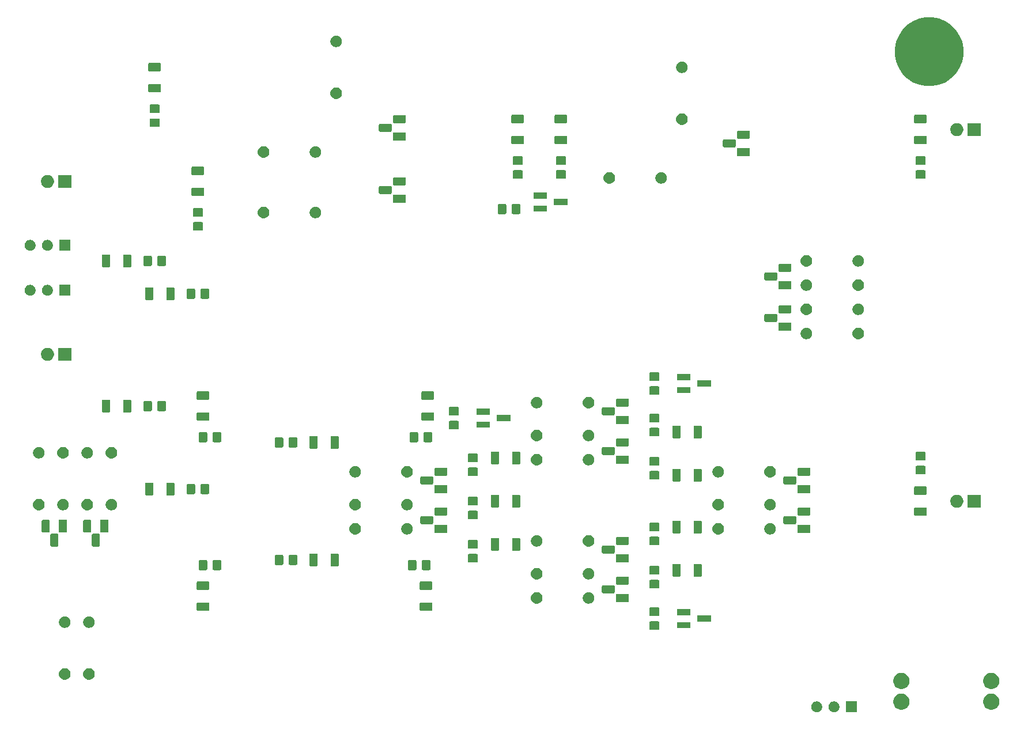
<source format=gbs>
G04 #@! TF.GenerationSoftware,KiCad,Pcbnew,5.0.2-bee76a0~70~ubuntu16.04.1*
G04 #@! TF.CreationDate,2019-06-13T09:44:47-07:00*
G04 #@! TF.ProjectId,rtl-half-adder,72746c2d-6861-46c6-962d-61646465722e,rev?*
G04 #@! TF.SameCoordinates,Original*
G04 #@! TF.FileFunction,Soldermask,Bot*
G04 #@! TF.FilePolarity,Negative*
%FSLAX46Y46*%
G04 Gerber Fmt 4.6, Leading zero omitted, Abs format (unit mm)*
G04 Created by KiCad (PCBNEW 5.0.2-bee76a0~70~ubuntu16.04.1) date Thu 13 Jun 2019 09:44:47 AM PDT*
%MOMM*%
%LPD*%
G01*
G04 APERTURE LIST*
%ADD10C,0.100000*%
G04 APERTURE END LIST*
D10*
G36*
X179870800Y-147866800D02*
X178269200Y-147866800D01*
X178269200Y-146265200D01*
X179870800Y-146265200D01*
X179870800Y-147866800D01*
X179870800Y-147866800D01*
G37*
G36*
X176763585Y-146295974D02*
X176909321Y-146356340D01*
X177040480Y-146443978D01*
X177152022Y-146555520D01*
X177239660Y-146686679D01*
X177300026Y-146832415D01*
X177330800Y-146987128D01*
X177330800Y-147144872D01*
X177300026Y-147299585D01*
X177239660Y-147445321D01*
X177152022Y-147576480D01*
X177040480Y-147688022D01*
X176909321Y-147775660D01*
X176763585Y-147836026D01*
X176608872Y-147866800D01*
X176451128Y-147866800D01*
X176296415Y-147836026D01*
X176150679Y-147775660D01*
X176019520Y-147688022D01*
X175907978Y-147576480D01*
X175820340Y-147445321D01*
X175759974Y-147299585D01*
X175729200Y-147144872D01*
X175729200Y-146987128D01*
X175759974Y-146832415D01*
X175820340Y-146686679D01*
X175907978Y-146555520D01*
X176019520Y-146443978D01*
X176150679Y-146356340D01*
X176296415Y-146295974D01*
X176451128Y-146265200D01*
X176608872Y-146265200D01*
X176763585Y-146295974D01*
X176763585Y-146295974D01*
G37*
G36*
X174223585Y-146295974D02*
X174369321Y-146356340D01*
X174500480Y-146443978D01*
X174612022Y-146555520D01*
X174699660Y-146686679D01*
X174760026Y-146832415D01*
X174790800Y-146987128D01*
X174790800Y-147144872D01*
X174760026Y-147299585D01*
X174699660Y-147445321D01*
X174612022Y-147576480D01*
X174500480Y-147688022D01*
X174369321Y-147775660D01*
X174223585Y-147836026D01*
X174068872Y-147866800D01*
X173911128Y-147866800D01*
X173756415Y-147836026D01*
X173610679Y-147775660D01*
X173479520Y-147688022D01*
X173367978Y-147576480D01*
X173280340Y-147445321D01*
X173219974Y-147299585D01*
X173189200Y-147144872D01*
X173189200Y-146987128D01*
X173219974Y-146832415D01*
X173280340Y-146686679D01*
X173367978Y-146555520D01*
X173479520Y-146443978D01*
X173610679Y-146356340D01*
X173756415Y-146295974D01*
X173911128Y-146265200D01*
X174068872Y-146265200D01*
X174223585Y-146295974D01*
X174223585Y-146295974D01*
G37*
G36*
X186784219Y-145156077D02*
X187001476Y-145246068D01*
X187001478Y-145246069D01*
X187197001Y-145376713D01*
X187363287Y-145542999D01*
X187493931Y-145738522D01*
X187493932Y-145738524D01*
X187583923Y-145955781D01*
X187629800Y-146186421D01*
X187629800Y-146421579D01*
X187583923Y-146652219D01*
X187569649Y-146686679D01*
X187493931Y-146869478D01*
X187363287Y-147065001D01*
X187197001Y-147231287D01*
X187001478Y-147361931D01*
X187001477Y-147361932D01*
X187001476Y-147361932D01*
X186784219Y-147451923D01*
X186553579Y-147497800D01*
X186318421Y-147497800D01*
X186087781Y-147451923D01*
X185870524Y-147361932D01*
X185870523Y-147361932D01*
X185870522Y-147361931D01*
X185674999Y-147231287D01*
X185508713Y-147065001D01*
X185378069Y-146869478D01*
X185302351Y-146686679D01*
X185288077Y-146652219D01*
X185242200Y-146421579D01*
X185242200Y-146186421D01*
X185288077Y-145955781D01*
X185378068Y-145738524D01*
X185378069Y-145738522D01*
X185508713Y-145542999D01*
X185674999Y-145376713D01*
X185870522Y-145246069D01*
X185870524Y-145246068D01*
X186087781Y-145156077D01*
X186318421Y-145110200D01*
X186553579Y-145110200D01*
X186784219Y-145156077D01*
X186784219Y-145156077D01*
G37*
G36*
X199992219Y-145156077D02*
X200209476Y-145246068D01*
X200209478Y-145246069D01*
X200405001Y-145376713D01*
X200571287Y-145542999D01*
X200701931Y-145738522D01*
X200701932Y-145738524D01*
X200791923Y-145955781D01*
X200837800Y-146186421D01*
X200837800Y-146421579D01*
X200791923Y-146652219D01*
X200777649Y-146686679D01*
X200701931Y-146869478D01*
X200571287Y-147065001D01*
X200405001Y-147231287D01*
X200209478Y-147361931D01*
X200209477Y-147361932D01*
X200209476Y-147361932D01*
X199992219Y-147451923D01*
X199761579Y-147497800D01*
X199526421Y-147497800D01*
X199295781Y-147451923D01*
X199078524Y-147361932D01*
X199078523Y-147361932D01*
X199078522Y-147361931D01*
X198882999Y-147231287D01*
X198716713Y-147065001D01*
X198586069Y-146869478D01*
X198510351Y-146686679D01*
X198496077Y-146652219D01*
X198450200Y-146421579D01*
X198450200Y-146186421D01*
X198496077Y-145955781D01*
X198586068Y-145738524D01*
X198586069Y-145738522D01*
X198716713Y-145542999D01*
X198882999Y-145376713D01*
X199078522Y-145246069D01*
X199078524Y-145246068D01*
X199295781Y-145156077D01*
X199526421Y-145110200D01*
X199761579Y-145110200D01*
X199992219Y-145156077D01*
X199992219Y-145156077D01*
G37*
G36*
X186784219Y-142108077D02*
X187001476Y-142198068D01*
X187001478Y-142198069D01*
X187197001Y-142328713D01*
X187363287Y-142494999D01*
X187493931Y-142690522D01*
X187493932Y-142690524D01*
X187583923Y-142907781D01*
X187629800Y-143138421D01*
X187629800Y-143373578D01*
X187583923Y-143604218D01*
X187493931Y-143821478D01*
X187363287Y-144017001D01*
X187197001Y-144183287D01*
X187001478Y-144313931D01*
X187001477Y-144313932D01*
X187001476Y-144313932D01*
X186784219Y-144403923D01*
X186553579Y-144449800D01*
X186318421Y-144449800D01*
X186087781Y-144403923D01*
X185870524Y-144313932D01*
X185870523Y-144313932D01*
X185870522Y-144313931D01*
X185674999Y-144183287D01*
X185508713Y-144017001D01*
X185378069Y-143821478D01*
X185288077Y-143604218D01*
X185242200Y-143373578D01*
X185242200Y-143138421D01*
X185288077Y-142907781D01*
X185378068Y-142690524D01*
X185378069Y-142690522D01*
X185508713Y-142494999D01*
X185674999Y-142328713D01*
X185870522Y-142198069D01*
X185870524Y-142198068D01*
X186087781Y-142108077D01*
X186318421Y-142062200D01*
X186553579Y-142062200D01*
X186784219Y-142108077D01*
X186784219Y-142108077D01*
G37*
G36*
X199992219Y-142108077D02*
X200209476Y-142198068D01*
X200209478Y-142198069D01*
X200405001Y-142328713D01*
X200571287Y-142494999D01*
X200701931Y-142690522D01*
X200701932Y-142690524D01*
X200791923Y-142907781D01*
X200837800Y-143138421D01*
X200837800Y-143373578D01*
X200791923Y-143604218D01*
X200701931Y-143821478D01*
X200571287Y-144017001D01*
X200405001Y-144183287D01*
X200209478Y-144313931D01*
X200209477Y-144313932D01*
X200209476Y-144313932D01*
X199992219Y-144403923D01*
X199761579Y-144449800D01*
X199526421Y-144449800D01*
X199295781Y-144403923D01*
X199078524Y-144313932D01*
X199078523Y-144313932D01*
X199078522Y-144313931D01*
X198882999Y-144183287D01*
X198716713Y-144017001D01*
X198586069Y-143821478D01*
X198496077Y-143604218D01*
X198450200Y-143373578D01*
X198450200Y-143138421D01*
X198496077Y-142907781D01*
X198586068Y-142690524D01*
X198586069Y-142690522D01*
X198716713Y-142494999D01*
X198882999Y-142328713D01*
X199078522Y-142198069D01*
X199078524Y-142198068D01*
X199295781Y-142108077D01*
X199526421Y-142062200D01*
X199761579Y-142062200D01*
X199992219Y-142108077D01*
X199992219Y-142108077D01*
G37*
G36*
X63666785Y-141401510D02*
X63827161Y-141450160D01*
X63974966Y-141529163D01*
X64104517Y-141635483D01*
X64210837Y-141765034D01*
X64289840Y-141912839D01*
X64338490Y-142073214D01*
X64354917Y-142240000D01*
X64338490Y-142406786D01*
X64289840Y-142567161D01*
X64210837Y-142714966D01*
X64104517Y-142844517D01*
X63974966Y-142950837D01*
X63827161Y-143029840D01*
X63666785Y-143078490D01*
X63541801Y-143090800D01*
X63458199Y-143090800D01*
X63333215Y-143078490D01*
X63172839Y-143029840D01*
X63025034Y-142950837D01*
X62895483Y-142844517D01*
X62789163Y-142714966D01*
X62710160Y-142567161D01*
X62661510Y-142406786D01*
X62645083Y-142240000D01*
X62661510Y-142073214D01*
X62710160Y-141912839D01*
X62789163Y-141765034D01*
X62895483Y-141635483D01*
X63025034Y-141529163D01*
X63172839Y-141450160D01*
X63333215Y-141401510D01*
X63458199Y-141389200D01*
X63541801Y-141389200D01*
X63666785Y-141401510D01*
X63666785Y-141401510D01*
G37*
G36*
X67222785Y-141401510D02*
X67383161Y-141450160D01*
X67530966Y-141529163D01*
X67660517Y-141635483D01*
X67766837Y-141765034D01*
X67845840Y-141912839D01*
X67894490Y-142073214D01*
X67910917Y-142240000D01*
X67894490Y-142406786D01*
X67845840Y-142567161D01*
X67766837Y-142714966D01*
X67660517Y-142844517D01*
X67530966Y-142950837D01*
X67383161Y-143029840D01*
X67222785Y-143078490D01*
X67097801Y-143090800D01*
X67014199Y-143090800D01*
X66889215Y-143078490D01*
X66728839Y-143029840D01*
X66581034Y-142950837D01*
X66451483Y-142844517D01*
X66345163Y-142714966D01*
X66266160Y-142567161D01*
X66217510Y-142406786D01*
X66201083Y-142240000D01*
X66217510Y-142073214D01*
X66266160Y-141912839D01*
X66345163Y-141765034D01*
X66451483Y-141635483D01*
X66581034Y-141529163D01*
X66728839Y-141450160D01*
X66889215Y-141401510D01*
X67014199Y-141389200D01*
X67097801Y-141389200D01*
X67222785Y-141401510D01*
X67222785Y-141401510D01*
G37*
G36*
X150703450Y-134515650D02*
X150740919Y-134527016D01*
X150775436Y-134545467D01*
X150805698Y-134570302D01*
X150830533Y-134600564D01*
X150848984Y-134635081D01*
X150860350Y-134672550D01*
X150864800Y-134717737D01*
X150864800Y-135556263D01*
X150860350Y-135601450D01*
X150848984Y-135638919D01*
X150830533Y-135673436D01*
X150805698Y-135703698D01*
X150775436Y-135728533D01*
X150740919Y-135746984D01*
X150703450Y-135758350D01*
X150658263Y-135762800D01*
X149569737Y-135762800D01*
X149524550Y-135758350D01*
X149487081Y-135746984D01*
X149452564Y-135728533D01*
X149422302Y-135703698D01*
X149397467Y-135673436D01*
X149379016Y-135638919D01*
X149367650Y-135601450D01*
X149363200Y-135556263D01*
X149363200Y-134717737D01*
X149367650Y-134672550D01*
X149379016Y-134635081D01*
X149397467Y-134600564D01*
X149422302Y-134570302D01*
X149452564Y-134545467D01*
X149487081Y-134527016D01*
X149524550Y-134515650D01*
X149569737Y-134511200D01*
X150658263Y-134511200D01*
X150703450Y-134515650D01*
X150703450Y-134515650D01*
G37*
G36*
X155456800Y-135512800D02*
X153455200Y-135512800D01*
X153455200Y-134611200D01*
X155456800Y-134611200D01*
X155456800Y-135512800D01*
X155456800Y-135512800D01*
G37*
G36*
X63748169Y-133801895D02*
X63903005Y-133866031D01*
X64042354Y-133959140D01*
X64160860Y-134077646D01*
X64253969Y-134216995D01*
X64318105Y-134371831D01*
X64350800Y-134536203D01*
X64350800Y-134703797D01*
X64318105Y-134868169D01*
X64253969Y-135023005D01*
X64160860Y-135162354D01*
X64042354Y-135280860D01*
X63903005Y-135373969D01*
X63748169Y-135438105D01*
X63583797Y-135470800D01*
X63416203Y-135470800D01*
X63251831Y-135438105D01*
X63096995Y-135373969D01*
X62957646Y-135280860D01*
X62839140Y-135162354D01*
X62746031Y-135023005D01*
X62681895Y-134868169D01*
X62649200Y-134703797D01*
X62649200Y-134536203D01*
X62681895Y-134371831D01*
X62746031Y-134216995D01*
X62839140Y-134077646D01*
X62957646Y-133959140D01*
X63096995Y-133866031D01*
X63251831Y-133801895D01*
X63416203Y-133769200D01*
X63583797Y-133769200D01*
X63748169Y-133801895D01*
X63748169Y-133801895D01*
G37*
G36*
X67304169Y-133801895D02*
X67459005Y-133866031D01*
X67598354Y-133959140D01*
X67716860Y-134077646D01*
X67809969Y-134216995D01*
X67874105Y-134371831D01*
X67906800Y-134536203D01*
X67906800Y-134703797D01*
X67874105Y-134868169D01*
X67809969Y-135023005D01*
X67716860Y-135162354D01*
X67598354Y-135280860D01*
X67459005Y-135373969D01*
X67304169Y-135438105D01*
X67139797Y-135470800D01*
X66972203Y-135470800D01*
X66807831Y-135438105D01*
X66652995Y-135373969D01*
X66513646Y-135280860D01*
X66395140Y-135162354D01*
X66302031Y-135023005D01*
X66237895Y-134868169D01*
X66205200Y-134703797D01*
X66205200Y-134536203D01*
X66237895Y-134371831D01*
X66302031Y-134216995D01*
X66395140Y-134077646D01*
X66513646Y-133959140D01*
X66652995Y-133866031D01*
X66807831Y-133801895D01*
X66972203Y-133769200D01*
X67139797Y-133769200D01*
X67304169Y-133801895D01*
X67304169Y-133801895D01*
G37*
G36*
X158456800Y-134562800D02*
X156455200Y-134562800D01*
X156455200Y-133661200D01*
X158456800Y-133661200D01*
X158456800Y-134562800D01*
X158456800Y-134562800D01*
G37*
G36*
X150703450Y-132465650D02*
X150740919Y-132477016D01*
X150775436Y-132495467D01*
X150805698Y-132520302D01*
X150830533Y-132550564D01*
X150848984Y-132585081D01*
X150860350Y-132622550D01*
X150864800Y-132667737D01*
X150864800Y-133506263D01*
X150860350Y-133551450D01*
X150848984Y-133588919D01*
X150830533Y-133623436D01*
X150805698Y-133653698D01*
X150775436Y-133678533D01*
X150740919Y-133696984D01*
X150703450Y-133708350D01*
X150658263Y-133712800D01*
X149569737Y-133712800D01*
X149524550Y-133708350D01*
X149487081Y-133696984D01*
X149452564Y-133678533D01*
X149422302Y-133653698D01*
X149397467Y-133623436D01*
X149379016Y-133588919D01*
X149367650Y-133551450D01*
X149363200Y-133506263D01*
X149363200Y-132667737D01*
X149367650Y-132622550D01*
X149379016Y-132585081D01*
X149397467Y-132550564D01*
X149422302Y-132520302D01*
X149452564Y-132495467D01*
X149487081Y-132477016D01*
X149524550Y-132465650D01*
X149569737Y-132461200D01*
X150658263Y-132461200D01*
X150703450Y-132465650D01*
X150703450Y-132465650D01*
G37*
G36*
X155456800Y-133612800D02*
X153455200Y-133612800D01*
X153455200Y-132711200D01*
X155456800Y-132711200D01*
X155456800Y-133612800D01*
X155456800Y-133612800D01*
G37*
G36*
X117408868Y-131762257D02*
X117432716Y-131769491D01*
X117454692Y-131781237D01*
X117473955Y-131797045D01*
X117489763Y-131816308D01*
X117501509Y-131838284D01*
X117508743Y-131862132D01*
X117511800Y-131893165D01*
X117511800Y-132826835D01*
X117508743Y-132857868D01*
X117501509Y-132881716D01*
X117489763Y-132903692D01*
X117473955Y-132922955D01*
X117454692Y-132938763D01*
X117432716Y-132950509D01*
X117408868Y-132957743D01*
X117377835Y-132960800D01*
X115794165Y-132960800D01*
X115763132Y-132957743D01*
X115739284Y-132950509D01*
X115717308Y-132938763D01*
X115698045Y-132922955D01*
X115682237Y-132903692D01*
X115670491Y-132881716D01*
X115663257Y-132857868D01*
X115660200Y-132826835D01*
X115660200Y-131893165D01*
X115663257Y-131862132D01*
X115670491Y-131838284D01*
X115682237Y-131816308D01*
X115698045Y-131797045D01*
X115717308Y-131781237D01*
X115739284Y-131769491D01*
X115763132Y-131762257D01*
X115794165Y-131759200D01*
X117377835Y-131759200D01*
X117408868Y-131762257D01*
X117408868Y-131762257D01*
G37*
G36*
X84642868Y-131762257D02*
X84666716Y-131769491D01*
X84688692Y-131781237D01*
X84707955Y-131797045D01*
X84723763Y-131816308D01*
X84735509Y-131838284D01*
X84742743Y-131862132D01*
X84745800Y-131893165D01*
X84745800Y-132826835D01*
X84742743Y-132857868D01*
X84735509Y-132881716D01*
X84723763Y-132903692D01*
X84707955Y-132922955D01*
X84688692Y-132938763D01*
X84666716Y-132950509D01*
X84642868Y-132957743D01*
X84611835Y-132960800D01*
X83028165Y-132960800D01*
X82997132Y-132957743D01*
X82973284Y-132950509D01*
X82951308Y-132938763D01*
X82932045Y-132922955D01*
X82916237Y-132903692D01*
X82904491Y-132881716D01*
X82897257Y-132857868D01*
X82894200Y-132826835D01*
X82894200Y-131893165D01*
X82897257Y-131862132D01*
X82904491Y-131838284D01*
X82916237Y-131816308D01*
X82932045Y-131797045D01*
X82951308Y-131781237D01*
X82973284Y-131769491D01*
X82997132Y-131762257D01*
X83028165Y-131759200D01*
X84611835Y-131759200D01*
X84642868Y-131762257D01*
X84642868Y-131762257D01*
G37*
G36*
X133008785Y-130225510D02*
X133169161Y-130274160D01*
X133316966Y-130353163D01*
X133446517Y-130459483D01*
X133552837Y-130589034D01*
X133631840Y-130736839D01*
X133680490Y-130897214D01*
X133696917Y-131064000D01*
X133680490Y-131230786D01*
X133631840Y-131391161D01*
X133552837Y-131538966D01*
X133446517Y-131668517D01*
X133316966Y-131774837D01*
X133169161Y-131853840D01*
X133008785Y-131902490D01*
X132883801Y-131914800D01*
X132800199Y-131914800D01*
X132675215Y-131902490D01*
X132514839Y-131853840D01*
X132367034Y-131774837D01*
X132237483Y-131668517D01*
X132131163Y-131538966D01*
X132052160Y-131391161D01*
X132003510Y-131230786D01*
X131987083Y-131064000D01*
X132003510Y-130897214D01*
X132052160Y-130736839D01*
X132131163Y-130589034D01*
X132237483Y-130459483D01*
X132367034Y-130353163D01*
X132514839Y-130274160D01*
X132675215Y-130225510D01*
X132800199Y-130213200D01*
X132883801Y-130213200D01*
X133008785Y-130225510D01*
X133008785Y-130225510D01*
G37*
G36*
X140710169Y-130245895D02*
X140865005Y-130310031D01*
X141004354Y-130403140D01*
X141122860Y-130521646D01*
X141215969Y-130660995D01*
X141280105Y-130815831D01*
X141312800Y-130980203D01*
X141312800Y-131147797D01*
X141280105Y-131312169D01*
X141215969Y-131467005D01*
X141122860Y-131606354D01*
X141004354Y-131724860D01*
X140865005Y-131817969D01*
X140710169Y-131882105D01*
X140545797Y-131914800D01*
X140378203Y-131914800D01*
X140213831Y-131882105D01*
X140058995Y-131817969D01*
X139919646Y-131724860D01*
X139801140Y-131606354D01*
X139708031Y-131467005D01*
X139643895Y-131312169D01*
X139611200Y-131147797D01*
X139611200Y-130980203D01*
X139643895Y-130815831D01*
X139708031Y-130660995D01*
X139801140Y-130521646D01*
X139919646Y-130403140D01*
X140058995Y-130310031D01*
X140213831Y-130245895D01*
X140378203Y-130213200D01*
X140545797Y-130213200D01*
X140710169Y-130245895D01*
X140710169Y-130245895D01*
G37*
G36*
X146384800Y-131664800D02*
X144483200Y-131664800D01*
X144483200Y-130463200D01*
X146384800Y-130463200D01*
X146384800Y-131664800D01*
X146384800Y-131664800D01*
G37*
G36*
X144123992Y-129198354D02*
X144168324Y-129211801D01*
X144209175Y-129233637D01*
X144244979Y-129263021D01*
X144274363Y-129298825D01*
X144296199Y-129339676D01*
X144309646Y-129384008D01*
X144314800Y-129436334D01*
X144314800Y-130151666D01*
X144309646Y-130203992D01*
X144296199Y-130248324D01*
X144281228Y-130276332D01*
X144273456Y-130295096D01*
X144258028Y-130309079D01*
X144244979Y-130324979D01*
X144209175Y-130354363D01*
X144168324Y-130376199D01*
X144123992Y-130389646D01*
X144071666Y-130394800D01*
X142656334Y-130394800D01*
X142604008Y-130389646D01*
X142559676Y-130376199D01*
X142518825Y-130354363D01*
X142483021Y-130324979D01*
X142453637Y-130289175D01*
X142431801Y-130248324D01*
X142418354Y-130203992D01*
X142413200Y-130151666D01*
X142413200Y-129436334D01*
X142418354Y-129384008D01*
X142431801Y-129339676D01*
X142453637Y-129298825D01*
X142483021Y-129263021D01*
X142518825Y-129233637D01*
X142559676Y-129211801D01*
X142604008Y-129198354D01*
X142656334Y-129193200D01*
X144071666Y-129193200D01*
X144123992Y-129198354D01*
X144123992Y-129198354D01*
G37*
G36*
X84642868Y-128662257D02*
X84666716Y-128669491D01*
X84688692Y-128681237D01*
X84707955Y-128697045D01*
X84723763Y-128716308D01*
X84735509Y-128738284D01*
X84742743Y-128762132D01*
X84745800Y-128793165D01*
X84745800Y-129726835D01*
X84742743Y-129757868D01*
X84735509Y-129781716D01*
X84723763Y-129803692D01*
X84707955Y-129822955D01*
X84688692Y-129838763D01*
X84666716Y-129850509D01*
X84642868Y-129857743D01*
X84611835Y-129860800D01*
X83028165Y-129860800D01*
X82997132Y-129857743D01*
X82973284Y-129850509D01*
X82951308Y-129838763D01*
X82932045Y-129822955D01*
X82916237Y-129803692D01*
X82904491Y-129781716D01*
X82897257Y-129757868D01*
X82894200Y-129726835D01*
X82894200Y-128793165D01*
X82897257Y-128762132D01*
X82904491Y-128738284D01*
X82916237Y-128716308D01*
X82932045Y-128697045D01*
X82951308Y-128681237D01*
X82973284Y-128669491D01*
X82997132Y-128662257D01*
X83028165Y-128659200D01*
X84611835Y-128659200D01*
X84642868Y-128662257D01*
X84642868Y-128662257D01*
G37*
G36*
X117408868Y-128662257D02*
X117432716Y-128669491D01*
X117454692Y-128681237D01*
X117473955Y-128697045D01*
X117489763Y-128716308D01*
X117501509Y-128738284D01*
X117508743Y-128762132D01*
X117511800Y-128793165D01*
X117511800Y-129726835D01*
X117508743Y-129757868D01*
X117501509Y-129781716D01*
X117489763Y-129803692D01*
X117473955Y-129822955D01*
X117454692Y-129838763D01*
X117432716Y-129850509D01*
X117408868Y-129857743D01*
X117377835Y-129860800D01*
X115794165Y-129860800D01*
X115763132Y-129857743D01*
X115739284Y-129850509D01*
X115717308Y-129838763D01*
X115698045Y-129822955D01*
X115682237Y-129803692D01*
X115670491Y-129781716D01*
X115663257Y-129757868D01*
X115660200Y-129726835D01*
X115660200Y-128793165D01*
X115663257Y-128762132D01*
X115670491Y-128738284D01*
X115682237Y-128716308D01*
X115698045Y-128697045D01*
X115717308Y-128681237D01*
X115739284Y-128669491D01*
X115763132Y-128662257D01*
X115794165Y-128659200D01*
X117377835Y-128659200D01*
X117408868Y-128662257D01*
X117408868Y-128662257D01*
G37*
G36*
X150703450Y-128419650D02*
X150740919Y-128431016D01*
X150775436Y-128449467D01*
X150805698Y-128474302D01*
X150830533Y-128504564D01*
X150848984Y-128539081D01*
X150860350Y-128576550D01*
X150864800Y-128621737D01*
X150864800Y-129460263D01*
X150860350Y-129505450D01*
X150848984Y-129542919D01*
X150830533Y-129577436D01*
X150805698Y-129607698D01*
X150775436Y-129632533D01*
X150740919Y-129650984D01*
X150703450Y-129662350D01*
X150658263Y-129666800D01*
X149569737Y-129666800D01*
X149524550Y-129662350D01*
X149487081Y-129650984D01*
X149452564Y-129632533D01*
X149422302Y-129607698D01*
X149397467Y-129577436D01*
X149379016Y-129542919D01*
X149367650Y-129505450D01*
X149363200Y-129460263D01*
X149363200Y-128621737D01*
X149367650Y-128576550D01*
X149379016Y-128539081D01*
X149397467Y-128504564D01*
X149422302Y-128474302D01*
X149452564Y-128449467D01*
X149487081Y-128431016D01*
X149524550Y-128419650D01*
X149569737Y-128415200D01*
X150658263Y-128415200D01*
X150703450Y-128419650D01*
X150703450Y-128419650D01*
G37*
G36*
X146193992Y-127928354D02*
X146238324Y-127941801D01*
X146279175Y-127963637D01*
X146314979Y-127993021D01*
X146344363Y-128028825D01*
X146366199Y-128069676D01*
X146379646Y-128114008D01*
X146384800Y-128166334D01*
X146384800Y-128881666D01*
X146379646Y-128933992D01*
X146366199Y-128978324D01*
X146344363Y-129019175D01*
X146314979Y-129054979D01*
X146279175Y-129084363D01*
X146238324Y-129106199D01*
X146193992Y-129119646D01*
X146141666Y-129124800D01*
X144726334Y-129124800D01*
X144674008Y-129119646D01*
X144629676Y-129106199D01*
X144588825Y-129084363D01*
X144553021Y-129054979D01*
X144523637Y-129019175D01*
X144501801Y-128978324D01*
X144488354Y-128933992D01*
X144483200Y-128881666D01*
X144483200Y-128166334D01*
X144488354Y-128114008D01*
X144501801Y-128069676D01*
X144523637Y-128028825D01*
X144553021Y-127993021D01*
X144588825Y-127963637D01*
X144629676Y-127941801D01*
X144674008Y-127928354D01*
X144726334Y-127923200D01*
X146141666Y-127923200D01*
X146193992Y-127928354D01*
X146193992Y-127928354D01*
G37*
G36*
X140710169Y-126689895D02*
X140865005Y-126754031D01*
X141004354Y-126847140D01*
X141122860Y-126965646D01*
X141215969Y-127104995D01*
X141280105Y-127259831D01*
X141312800Y-127424203D01*
X141312800Y-127591797D01*
X141280105Y-127756169D01*
X141215969Y-127911005D01*
X141122860Y-128050354D01*
X141004354Y-128168860D01*
X140865005Y-128261969D01*
X140710169Y-128326105D01*
X140545797Y-128358800D01*
X140378203Y-128358800D01*
X140213831Y-128326105D01*
X140058995Y-128261969D01*
X139919646Y-128168860D01*
X139801140Y-128050354D01*
X139708031Y-127911005D01*
X139643895Y-127756169D01*
X139611200Y-127591797D01*
X139611200Y-127424203D01*
X139643895Y-127259831D01*
X139708031Y-127104995D01*
X139801140Y-126965646D01*
X139919646Y-126847140D01*
X140058995Y-126754031D01*
X140213831Y-126689895D01*
X140378203Y-126657200D01*
X140545797Y-126657200D01*
X140710169Y-126689895D01*
X140710169Y-126689895D01*
G37*
G36*
X133008785Y-126669510D02*
X133169161Y-126718160D01*
X133316966Y-126797163D01*
X133446517Y-126903483D01*
X133552837Y-127033034D01*
X133631840Y-127180839D01*
X133680490Y-127341214D01*
X133696917Y-127508000D01*
X133680490Y-127674786D01*
X133631840Y-127835161D01*
X133552837Y-127982966D01*
X133446517Y-128112517D01*
X133316966Y-128218837D01*
X133169161Y-128297840D01*
X133008785Y-128346490D01*
X132883801Y-128358800D01*
X132800199Y-128358800D01*
X132675215Y-128346490D01*
X132514839Y-128297840D01*
X132367034Y-128218837D01*
X132237483Y-128112517D01*
X132131163Y-127982966D01*
X132052160Y-127835161D01*
X132003510Y-127674786D01*
X131987083Y-127508000D01*
X132003510Y-127341214D01*
X132052160Y-127180839D01*
X132131163Y-127033034D01*
X132237483Y-126903483D01*
X132367034Y-126797163D01*
X132514839Y-126718160D01*
X132675215Y-126669510D01*
X132800199Y-126657200D01*
X132883801Y-126657200D01*
X133008785Y-126669510D01*
X133008785Y-126669510D01*
G37*
G36*
X153887868Y-126077257D02*
X153911716Y-126084491D01*
X153933692Y-126096237D01*
X153952955Y-126112045D01*
X153968763Y-126131308D01*
X153980509Y-126153284D01*
X153987743Y-126177132D01*
X153990800Y-126208165D01*
X153990800Y-127791835D01*
X153987743Y-127822868D01*
X153980509Y-127846716D01*
X153968763Y-127868692D01*
X153952955Y-127887955D01*
X153933692Y-127903763D01*
X153911716Y-127915509D01*
X153887868Y-127922743D01*
X153856835Y-127925800D01*
X152923165Y-127925800D01*
X152892132Y-127922743D01*
X152868284Y-127915509D01*
X152846308Y-127903763D01*
X152827045Y-127887955D01*
X152811237Y-127868692D01*
X152799491Y-127846716D01*
X152792257Y-127822868D01*
X152789200Y-127791835D01*
X152789200Y-126208165D01*
X152792257Y-126177132D01*
X152799491Y-126153284D01*
X152811237Y-126131308D01*
X152827045Y-126112045D01*
X152846308Y-126096237D01*
X152868284Y-126084491D01*
X152892132Y-126077257D01*
X152923165Y-126074200D01*
X153856835Y-126074200D01*
X153887868Y-126077257D01*
X153887868Y-126077257D01*
G37*
G36*
X156987868Y-126077257D02*
X157011716Y-126084491D01*
X157033692Y-126096237D01*
X157052955Y-126112045D01*
X157068763Y-126131308D01*
X157080509Y-126153284D01*
X157087743Y-126177132D01*
X157090800Y-126208165D01*
X157090800Y-127791835D01*
X157087743Y-127822868D01*
X157080509Y-127846716D01*
X157068763Y-127868692D01*
X157052955Y-127887955D01*
X157033692Y-127903763D01*
X157011716Y-127915509D01*
X156987868Y-127922743D01*
X156956835Y-127925800D01*
X156023165Y-127925800D01*
X155992132Y-127922743D01*
X155968284Y-127915509D01*
X155946308Y-127903763D01*
X155927045Y-127887955D01*
X155911237Y-127868692D01*
X155899491Y-127846716D01*
X155892257Y-127822868D01*
X155889200Y-127791835D01*
X155889200Y-126208165D01*
X155892257Y-126177132D01*
X155899491Y-126153284D01*
X155911237Y-126131308D01*
X155927045Y-126112045D01*
X155946308Y-126096237D01*
X155968284Y-126084491D01*
X155992132Y-126077257D01*
X156023165Y-126074200D01*
X156956835Y-126074200D01*
X156987868Y-126077257D01*
X156987868Y-126077257D01*
G37*
G36*
X150703450Y-126369650D02*
X150740919Y-126381016D01*
X150775436Y-126399467D01*
X150805698Y-126424302D01*
X150830533Y-126454564D01*
X150848984Y-126489081D01*
X150860350Y-126526550D01*
X150864800Y-126571737D01*
X150864800Y-127410263D01*
X150860350Y-127455450D01*
X150848984Y-127492919D01*
X150830533Y-127527436D01*
X150805698Y-127557698D01*
X150775436Y-127582533D01*
X150740919Y-127600984D01*
X150703450Y-127612350D01*
X150658263Y-127616800D01*
X149569737Y-127616800D01*
X149524550Y-127612350D01*
X149487081Y-127600984D01*
X149452564Y-127582533D01*
X149422302Y-127557698D01*
X149397467Y-127527436D01*
X149379016Y-127492919D01*
X149367650Y-127455450D01*
X149363200Y-127410263D01*
X149363200Y-126571737D01*
X149367650Y-126526550D01*
X149379016Y-126489081D01*
X149397467Y-126454564D01*
X149422302Y-126424302D01*
X149452564Y-126399467D01*
X149487081Y-126381016D01*
X149524550Y-126369650D01*
X149569737Y-126365200D01*
X150658263Y-126365200D01*
X150703450Y-126369650D01*
X150703450Y-126369650D01*
G37*
G36*
X115009450Y-125491650D02*
X115046919Y-125503016D01*
X115081436Y-125521467D01*
X115111698Y-125546302D01*
X115136533Y-125576564D01*
X115154984Y-125611081D01*
X115166350Y-125648550D01*
X115170800Y-125693737D01*
X115170800Y-126782263D01*
X115166350Y-126827450D01*
X115154984Y-126864919D01*
X115136533Y-126899436D01*
X115111698Y-126929698D01*
X115081436Y-126954533D01*
X115046919Y-126972984D01*
X115009450Y-126984350D01*
X114964263Y-126988800D01*
X114125737Y-126988800D01*
X114080550Y-126984350D01*
X114043081Y-126972984D01*
X114008564Y-126954533D01*
X113978302Y-126929698D01*
X113953467Y-126899436D01*
X113935016Y-126864919D01*
X113923650Y-126827450D01*
X113919200Y-126782263D01*
X113919200Y-125693737D01*
X113923650Y-125648550D01*
X113935016Y-125611081D01*
X113953467Y-125576564D01*
X113978302Y-125546302D01*
X114008564Y-125521467D01*
X114043081Y-125503016D01*
X114080550Y-125491650D01*
X114125737Y-125487200D01*
X114964263Y-125487200D01*
X115009450Y-125491650D01*
X115009450Y-125491650D01*
G37*
G36*
X86325450Y-125491650D02*
X86362919Y-125503016D01*
X86397436Y-125521467D01*
X86427698Y-125546302D01*
X86452533Y-125576564D01*
X86470984Y-125611081D01*
X86482350Y-125648550D01*
X86486800Y-125693737D01*
X86486800Y-126782263D01*
X86482350Y-126827450D01*
X86470984Y-126864919D01*
X86452533Y-126899436D01*
X86427698Y-126929698D01*
X86397436Y-126954533D01*
X86362919Y-126972984D01*
X86325450Y-126984350D01*
X86280263Y-126988800D01*
X85441737Y-126988800D01*
X85396550Y-126984350D01*
X85359081Y-126972984D01*
X85324564Y-126954533D01*
X85294302Y-126929698D01*
X85269467Y-126899436D01*
X85251016Y-126864919D01*
X85239650Y-126827450D01*
X85235200Y-126782263D01*
X85235200Y-125693737D01*
X85239650Y-125648550D01*
X85251016Y-125611081D01*
X85269467Y-125576564D01*
X85294302Y-125546302D01*
X85324564Y-125521467D01*
X85359081Y-125503016D01*
X85396550Y-125491650D01*
X85441737Y-125487200D01*
X86280263Y-125487200D01*
X86325450Y-125491650D01*
X86325450Y-125491650D01*
G37*
G36*
X117059450Y-125491650D02*
X117096919Y-125503016D01*
X117131436Y-125521467D01*
X117161698Y-125546302D01*
X117186533Y-125576564D01*
X117204984Y-125611081D01*
X117216350Y-125648550D01*
X117220800Y-125693737D01*
X117220800Y-126782263D01*
X117216350Y-126827450D01*
X117204984Y-126864919D01*
X117186533Y-126899436D01*
X117161698Y-126929698D01*
X117131436Y-126954533D01*
X117096919Y-126972984D01*
X117059450Y-126984350D01*
X117014263Y-126988800D01*
X116175737Y-126988800D01*
X116130550Y-126984350D01*
X116093081Y-126972984D01*
X116058564Y-126954533D01*
X116028302Y-126929698D01*
X116003467Y-126899436D01*
X115985016Y-126864919D01*
X115973650Y-126827450D01*
X115969200Y-126782263D01*
X115969200Y-125693737D01*
X115973650Y-125648550D01*
X115985016Y-125611081D01*
X116003467Y-125576564D01*
X116028302Y-125546302D01*
X116058564Y-125521467D01*
X116093081Y-125503016D01*
X116130550Y-125491650D01*
X116175737Y-125487200D01*
X117014263Y-125487200D01*
X117059450Y-125491650D01*
X117059450Y-125491650D01*
G37*
G36*
X84275450Y-125491650D02*
X84312919Y-125503016D01*
X84347436Y-125521467D01*
X84377698Y-125546302D01*
X84402533Y-125576564D01*
X84420984Y-125611081D01*
X84432350Y-125648550D01*
X84436800Y-125693737D01*
X84436800Y-126782263D01*
X84432350Y-126827450D01*
X84420984Y-126864919D01*
X84402533Y-126899436D01*
X84377698Y-126929698D01*
X84347436Y-126954533D01*
X84312919Y-126972984D01*
X84275450Y-126984350D01*
X84230263Y-126988800D01*
X83391737Y-126988800D01*
X83346550Y-126984350D01*
X83309081Y-126972984D01*
X83274564Y-126954533D01*
X83244302Y-126929698D01*
X83219467Y-126899436D01*
X83201016Y-126864919D01*
X83189650Y-126827450D01*
X83185200Y-126782263D01*
X83185200Y-125693737D01*
X83189650Y-125648550D01*
X83201016Y-125611081D01*
X83219467Y-125576564D01*
X83244302Y-125546302D01*
X83274564Y-125521467D01*
X83309081Y-125503016D01*
X83346550Y-125491650D01*
X83391737Y-125487200D01*
X84230263Y-125487200D01*
X84275450Y-125491650D01*
X84275450Y-125491650D01*
G37*
G36*
X103647868Y-124553257D02*
X103671716Y-124560491D01*
X103693692Y-124572237D01*
X103712955Y-124588045D01*
X103728763Y-124607308D01*
X103740509Y-124629284D01*
X103747743Y-124653132D01*
X103750800Y-124684165D01*
X103750800Y-126267835D01*
X103747743Y-126298868D01*
X103740509Y-126322716D01*
X103728763Y-126344692D01*
X103712955Y-126363955D01*
X103693692Y-126379763D01*
X103671716Y-126391509D01*
X103647868Y-126398743D01*
X103616835Y-126401800D01*
X102683165Y-126401800D01*
X102652132Y-126398743D01*
X102628284Y-126391509D01*
X102606308Y-126379763D01*
X102587045Y-126363955D01*
X102571237Y-126344692D01*
X102559491Y-126322716D01*
X102552257Y-126298868D01*
X102549200Y-126267835D01*
X102549200Y-124684165D01*
X102552257Y-124653132D01*
X102559491Y-124629284D01*
X102571237Y-124607308D01*
X102587045Y-124588045D01*
X102606308Y-124572237D01*
X102628284Y-124560491D01*
X102652132Y-124553257D01*
X102683165Y-124550200D01*
X103616835Y-124550200D01*
X103647868Y-124553257D01*
X103647868Y-124553257D01*
G37*
G36*
X100547868Y-124553257D02*
X100571716Y-124560491D01*
X100593692Y-124572237D01*
X100612955Y-124588045D01*
X100628763Y-124607308D01*
X100640509Y-124629284D01*
X100647743Y-124653132D01*
X100650800Y-124684165D01*
X100650800Y-126267835D01*
X100647743Y-126298868D01*
X100640509Y-126322716D01*
X100628763Y-126344692D01*
X100612955Y-126363955D01*
X100593692Y-126379763D01*
X100571716Y-126391509D01*
X100547868Y-126398743D01*
X100516835Y-126401800D01*
X99583165Y-126401800D01*
X99552132Y-126398743D01*
X99528284Y-126391509D01*
X99506308Y-126379763D01*
X99487045Y-126363955D01*
X99471237Y-126344692D01*
X99459491Y-126322716D01*
X99452257Y-126298868D01*
X99449200Y-126267835D01*
X99449200Y-124684165D01*
X99452257Y-124653132D01*
X99459491Y-124629284D01*
X99471237Y-124607308D01*
X99487045Y-124588045D01*
X99506308Y-124572237D01*
X99528284Y-124560491D01*
X99552132Y-124553257D01*
X99583165Y-124550200D01*
X100516835Y-124550200D01*
X100547868Y-124553257D01*
X100547868Y-124553257D01*
G37*
G36*
X95451450Y-124729650D02*
X95488919Y-124741016D01*
X95523436Y-124759467D01*
X95553698Y-124784302D01*
X95578533Y-124814564D01*
X95596984Y-124849081D01*
X95608350Y-124886550D01*
X95612800Y-124931737D01*
X95612800Y-126020263D01*
X95608350Y-126065450D01*
X95596984Y-126102919D01*
X95578533Y-126137436D01*
X95553698Y-126167698D01*
X95523436Y-126192533D01*
X95488919Y-126210984D01*
X95451450Y-126222350D01*
X95406263Y-126226800D01*
X94567737Y-126226800D01*
X94522550Y-126222350D01*
X94485081Y-126210984D01*
X94450564Y-126192533D01*
X94420302Y-126167698D01*
X94395467Y-126137436D01*
X94377016Y-126102919D01*
X94365650Y-126065450D01*
X94361200Y-126020263D01*
X94361200Y-124931737D01*
X94365650Y-124886550D01*
X94377016Y-124849081D01*
X94395467Y-124814564D01*
X94420302Y-124784302D01*
X94450564Y-124759467D01*
X94485081Y-124741016D01*
X94522550Y-124729650D01*
X94567737Y-124725200D01*
X95406263Y-124725200D01*
X95451450Y-124729650D01*
X95451450Y-124729650D01*
G37*
G36*
X97501450Y-124729650D02*
X97538919Y-124741016D01*
X97573436Y-124759467D01*
X97603698Y-124784302D01*
X97628533Y-124814564D01*
X97646984Y-124849081D01*
X97658350Y-124886550D01*
X97662800Y-124931737D01*
X97662800Y-126020263D01*
X97658350Y-126065450D01*
X97646984Y-126102919D01*
X97628533Y-126137436D01*
X97603698Y-126167698D01*
X97573436Y-126192533D01*
X97538919Y-126210984D01*
X97501450Y-126222350D01*
X97456263Y-126226800D01*
X96617737Y-126226800D01*
X96572550Y-126222350D01*
X96535081Y-126210984D01*
X96500564Y-126192533D01*
X96470302Y-126167698D01*
X96445467Y-126137436D01*
X96427016Y-126102919D01*
X96415650Y-126065450D01*
X96411200Y-126020263D01*
X96411200Y-124931737D01*
X96415650Y-124886550D01*
X96427016Y-124849081D01*
X96445467Y-124814564D01*
X96470302Y-124784302D01*
X96500564Y-124759467D01*
X96535081Y-124741016D01*
X96572550Y-124729650D01*
X96617737Y-124725200D01*
X97456263Y-124725200D01*
X97501450Y-124729650D01*
X97501450Y-124729650D01*
G37*
G36*
X124033450Y-124609650D02*
X124070919Y-124621016D01*
X124105436Y-124639467D01*
X124135698Y-124664302D01*
X124160533Y-124694564D01*
X124178984Y-124729081D01*
X124190350Y-124766550D01*
X124194800Y-124811737D01*
X124194800Y-125650263D01*
X124190350Y-125695450D01*
X124178984Y-125732919D01*
X124160533Y-125767436D01*
X124135698Y-125797698D01*
X124105436Y-125822533D01*
X124070919Y-125840984D01*
X124033450Y-125852350D01*
X123988263Y-125856800D01*
X122899737Y-125856800D01*
X122854550Y-125852350D01*
X122817081Y-125840984D01*
X122782564Y-125822533D01*
X122752302Y-125797698D01*
X122727467Y-125767436D01*
X122709016Y-125732919D01*
X122697650Y-125695450D01*
X122693200Y-125650263D01*
X122693200Y-124811737D01*
X122697650Y-124766550D01*
X122709016Y-124729081D01*
X122727467Y-124694564D01*
X122752302Y-124664302D01*
X122782564Y-124639467D01*
X122817081Y-124621016D01*
X122854550Y-124609650D01*
X122899737Y-124605200D01*
X123988263Y-124605200D01*
X124033450Y-124609650D01*
X124033450Y-124609650D01*
G37*
G36*
X146384800Y-125822800D02*
X144483200Y-125822800D01*
X144483200Y-124621200D01*
X146384800Y-124621200D01*
X146384800Y-125822800D01*
X146384800Y-125822800D01*
G37*
G36*
X144123992Y-123356354D02*
X144168324Y-123369801D01*
X144209175Y-123391637D01*
X144244979Y-123421021D01*
X144274363Y-123456825D01*
X144296199Y-123497676D01*
X144309646Y-123542008D01*
X144314800Y-123594334D01*
X144314800Y-124309666D01*
X144309646Y-124361992D01*
X144296199Y-124406324D01*
X144281228Y-124434332D01*
X144273456Y-124453096D01*
X144258028Y-124467079D01*
X144244979Y-124482979D01*
X144209175Y-124512363D01*
X144168324Y-124534199D01*
X144123992Y-124547646D01*
X144071666Y-124552800D01*
X142656334Y-124552800D01*
X142604008Y-124547646D01*
X142559676Y-124534199D01*
X142518825Y-124512363D01*
X142483021Y-124482979D01*
X142453637Y-124447175D01*
X142431801Y-124406324D01*
X142418354Y-124361992D01*
X142413200Y-124309666D01*
X142413200Y-123594334D01*
X142418354Y-123542008D01*
X142431801Y-123497676D01*
X142453637Y-123456825D01*
X142483021Y-123421021D01*
X142518825Y-123391637D01*
X142559676Y-123369801D01*
X142604008Y-123356354D01*
X142656334Y-123351200D01*
X144071666Y-123351200D01*
X144123992Y-123356354D01*
X144123992Y-123356354D01*
G37*
G36*
X127217868Y-122267257D02*
X127241716Y-122274491D01*
X127263692Y-122286237D01*
X127282955Y-122302045D01*
X127298763Y-122321308D01*
X127310509Y-122343284D01*
X127317743Y-122367132D01*
X127320800Y-122398165D01*
X127320800Y-123981835D01*
X127317743Y-124012868D01*
X127310509Y-124036716D01*
X127298763Y-124058692D01*
X127282955Y-124077955D01*
X127263692Y-124093763D01*
X127241716Y-124105509D01*
X127217868Y-124112743D01*
X127186835Y-124115800D01*
X126253165Y-124115800D01*
X126222132Y-124112743D01*
X126198284Y-124105509D01*
X126176308Y-124093763D01*
X126157045Y-124077955D01*
X126141237Y-124058692D01*
X126129491Y-124036716D01*
X126122257Y-124012868D01*
X126119200Y-123981835D01*
X126119200Y-122398165D01*
X126122257Y-122367132D01*
X126129491Y-122343284D01*
X126141237Y-122321308D01*
X126157045Y-122302045D01*
X126176308Y-122286237D01*
X126198284Y-122274491D01*
X126222132Y-122267257D01*
X126253165Y-122264200D01*
X127186835Y-122264200D01*
X127217868Y-122267257D01*
X127217868Y-122267257D01*
G37*
G36*
X130317868Y-122267257D02*
X130341716Y-122274491D01*
X130363692Y-122286237D01*
X130382955Y-122302045D01*
X130398763Y-122321308D01*
X130410509Y-122343284D01*
X130417743Y-122367132D01*
X130420800Y-122398165D01*
X130420800Y-123981835D01*
X130417743Y-124012868D01*
X130410509Y-124036716D01*
X130398763Y-124058692D01*
X130382955Y-124077955D01*
X130363692Y-124093763D01*
X130341716Y-124105509D01*
X130317868Y-124112743D01*
X130286835Y-124115800D01*
X129353165Y-124115800D01*
X129322132Y-124112743D01*
X129298284Y-124105509D01*
X129276308Y-124093763D01*
X129257045Y-124077955D01*
X129241237Y-124058692D01*
X129229491Y-124036716D01*
X129222257Y-124012868D01*
X129219200Y-123981835D01*
X129219200Y-122398165D01*
X129222257Y-122367132D01*
X129229491Y-122343284D01*
X129241237Y-122321308D01*
X129257045Y-122302045D01*
X129276308Y-122286237D01*
X129298284Y-122274491D01*
X129322132Y-122267257D01*
X129353165Y-122264200D01*
X130286835Y-122264200D01*
X130317868Y-122267257D01*
X130317868Y-122267257D01*
G37*
G36*
X124033450Y-122559650D02*
X124070919Y-122571016D01*
X124105436Y-122589467D01*
X124135698Y-122614302D01*
X124160533Y-122644564D01*
X124178984Y-122679081D01*
X124190350Y-122716550D01*
X124194800Y-122761737D01*
X124194800Y-123600263D01*
X124190350Y-123645450D01*
X124178984Y-123682919D01*
X124160533Y-123717436D01*
X124135698Y-123747698D01*
X124105436Y-123772533D01*
X124070919Y-123790984D01*
X124033450Y-123802350D01*
X123988263Y-123806800D01*
X122899737Y-123806800D01*
X122854550Y-123802350D01*
X122817081Y-123790984D01*
X122782564Y-123772533D01*
X122752302Y-123747698D01*
X122727467Y-123717436D01*
X122709016Y-123682919D01*
X122697650Y-123645450D01*
X122693200Y-123600263D01*
X122693200Y-122761737D01*
X122697650Y-122716550D01*
X122709016Y-122679081D01*
X122727467Y-122644564D01*
X122752302Y-122614302D01*
X122782564Y-122589467D01*
X122817081Y-122571016D01*
X122854550Y-122559650D01*
X122899737Y-122555200D01*
X123988263Y-122555200D01*
X124033450Y-122559650D01*
X124033450Y-122559650D01*
G37*
G36*
X133090169Y-121863895D02*
X133245005Y-121928031D01*
X133384354Y-122021140D01*
X133502860Y-122139646D01*
X133595969Y-122278995D01*
X133660105Y-122433831D01*
X133692800Y-122598203D01*
X133692800Y-122765797D01*
X133660105Y-122930169D01*
X133595969Y-123085005D01*
X133502860Y-123224354D01*
X133384354Y-123342860D01*
X133245005Y-123435969D01*
X133090169Y-123500105D01*
X132925797Y-123532800D01*
X132758203Y-123532800D01*
X132593831Y-123500105D01*
X132438995Y-123435969D01*
X132299646Y-123342860D01*
X132181140Y-123224354D01*
X132088031Y-123085005D01*
X132023895Y-122930169D01*
X131991200Y-122765797D01*
X131991200Y-122598203D01*
X132023895Y-122433831D01*
X132088031Y-122278995D01*
X132181140Y-122139646D01*
X132299646Y-122021140D01*
X132438995Y-121928031D01*
X132593831Y-121863895D01*
X132758203Y-121831200D01*
X132925797Y-121831200D01*
X133090169Y-121863895D01*
X133090169Y-121863895D01*
G37*
G36*
X140628785Y-121843510D02*
X140789161Y-121892160D01*
X140936966Y-121971163D01*
X141066517Y-122077483D01*
X141172837Y-122207034D01*
X141251840Y-122354839D01*
X141300490Y-122515214D01*
X141316917Y-122682000D01*
X141300490Y-122848786D01*
X141251840Y-123009161D01*
X141172837Y-123156966D01*
X141066517Y-123286517D01*
X140936966Y-123392837D01*
X140789161Y-123471840D01*
X140628785Y-123520490D01*
X140503801Y-123532800D01*
X140420199Y-123532800D01*
X140295215Y-123520490D01*
X140134839Y-123471840D01*
X139987034Y-123392837D01*
X139857483Y-123286517D01*
X139751163Y-123156966D01*
X139672160Y-123009161D01*
X139623510Y-122848786D01*
X139607083Y-122682000D01*
X139623510Y-122515214D01*
X139672160Y-122354839D01*
X139751163Y-122207034D01*
X139857483Y-122077483D01*
X139987034Y-121971163D01*
X140134839Y-121892160D01*
X140295215Y-121843510D01*
X140420199Y-121831200D01*
X140503801Y-121831200D01*
X140628785Y-121843510D01*
X140628785Y-121843510D01*
G37*
G36*
X68481992Y-121628354D02*
X68526324Y-121641801D01*
X68554332Y-121656772D01*
X68573096Y-121664544D01*
X68587079Y-121679972D01*
X68602979Y-121693021D01*
X68632363Y-121728825D01*
X68654199Y-121769676D01*
X68667646Y-121814008D01*
X68672800Y-121866334D01*
X68672800Y-123281666D01*
X68667646Y-123333992D01*
X68654199Y-123378324D01*
X68632363Y-123419175D01*
X68602979Y-123454979D01*
X68567175Y-123484363D01*
X68526324Y-123506199D01*
X68481992Y-123519646D01*
X68429666Y-123524800D01*
X67714334Y-123524800D01*
X67662008Y-123519646D01*
X67617676Y-123506199D01*
X67576825Y-123484363D01*
X67541021Y-123454979D01*
X67511637Y-123419175D01*
X67489801Y-123378324D01*
X67476354Y-123333992D01*
X67471200Y-123281666D01*
X67471200Y-121866334D01*
X67476354Y-121814008D01*
X67489801Y-121769676D01*
X67511637Y-121728825D01*
X67541021Y-121693021D01*
X67576825Y-121663637D01*
X67617676Y-121641801D01*
X67662008Y-121628354D01*
X67714334Y-121623200D01*
X68429666Y-121623200D01*
X68481992Y-121628354D01*
X68481992Y-121628354D01*
G37*
G36*
X62385992Y-121628354D02*
X62430324Y-121641801D01*
X62458332Y-121656772D01*
X62477096Y-121664544D01*
X62491079Y-121679972D01*
X62506979Y-121693021D01*
X62536363Y-121728825D01*
X62558199Y-121769676D01*
X62571646Y-121814008D01*
X62576800Y-121866334D01*
X62576800Y-123281666D01*
X62571646Y-123333992D01*
X62558199Y-123378324D01*
X62536363Y-123419175D01*
X62506979Y-123454979D01*
X62471175Y-123484363D01*
X62430324Y-123506199D01*
X62385992Y-123519646D01*
X62333666Y-123524800D01*
X61618334Y-123524800D01*
X61566008Y-123519646D01*
X61521676Y-123506199D01*
X61480825Y-123484363D01*
X61445021Y-123454979D01*
X61415637Y-123419175D01*
X61393801Y-123378324D01*
X61380354Y-123333992D01*
X61375200Y-123281666D01*
X61375200Y-121866334D01*
X61380354Y-121814008D01*
X61393801Y-121769676D01*
X61415637Y-121728825D01*
X61445021Y-121693021D01*
X61480825Y-121663637D01*
X61521676Y-121641801D01*
X61566008Y-121628354D01*
X61618334Y-121623200D01*
X62333666Y-121623200D01*
X62385992Y-121628354D01*
X62385992Y-121628354D01*
G37*
G36*
X150703450Y-122069650D02*
X150740919Y-122081016D01*
X150775436Y-122099467D01*
X150805698Y-122124302D01*
X150830533Y-122154564D01*
X150848984Y-122189081D01*
X150860350Y-122226550D01*
X150864800Y-122271737D01*
X150864800Y-123110263D01*
X150860350Y-123155450D01*
X150848984Y-123192919D01*
X150830533Y-123227436D01*
X150805698Y-123257698D01*
X150775436Y-123282533D01*
X150740919Y-123300984D01*
X150703450Y-123312350D01*
X150658263Y-123316800D01*
X149569737Y-123316800D01*
X149524550Y-123312350D01*
X149487081Y-123300984D01*
X149452564Y-123282533D01*
X149422302Y-123257698D01*
X149397467Y-123227436D01*
X149379016Y-123192919D01*
X149367650Y-123155450D01*
X149363200Y-123110263D01*
X149363200Y-122271737D01*
X149367650Y-122226550D01*
X149379016Y-122189081D01*
X149397467Y-122154564D01*
X149422302Y-122124302D01*
X149452564Y-122099467D01*
X149487081Y-122081016D01*
X149524550Y-122069650D01*
X149569737Y-122065200D01*
X150658263Y-122065200D01*
X150703450Y-122069650D01*
X150703450Y-122069650D01*
G37*
G36*
X146193992Y-122086354D02*
X146238324Y-122099801D01*
X146279175Y-122121637D01*
X146314979Y-122151021D01*
X146344363Y-122186825D01*
X146366199Y-122227676D01*
X146379646Y-122272008D01*
X146384800Y-122324334D01*
X146384800Y-123039666D01*
X146379646Y-123091992D01*
X146366199Y-123136324D01*
X146344363Y-123177175D01*
X146314979Y-123212979D01*
X146279175Y-123242363D01*
X146238324Y-123264199D01*
X146193992Y-123277646D01*
X146141666Y-123282800D01*
X144726334Y-123282800D01*
X144674008Y-123277646D01*
X144629676Y-123264199D01*
X144588825Y-123242363D01*
X144553021Y-123212979D01*
X144523637Y-123177175D01*
X144501801Y-123136324D01*
X144488354Y-123091992D01*
X144483200Y-123039666D01*
X144483200Y-122324334D01*
X144488354Y-122272008D01*
X144501801Y-122227676D01*
X144523637Y-122186825D01*
X144553021Y-122151021D01*
X144588825Y-122121637D01*
X144629676Y-122099801D01*
X144674008Y-122086354D01*
X144726334Y-122081200D01*
X146141666Y-122081200D01*
X146193992Y-122086354D01*
X146193992Y-122086354D01*
G37*
G36*
X159678785Y-120065510D02*
X159839161Y-120114160D01*
X159986966Y-120193163D01*
X160116517Y-120299483D01*
X160222837Y-120429034D01*
X160301840Y-120576839D01*
X160350490Y-120737214D01*
X160366917Y-120904000D01*
X160350490Y-121070786D01*
X160301840Y-121231161D01*
X160222837Y-121378966D01*
X160116517Y-121508517D01*
X159986966Y-121614837D01*
X159839161Y-121693840D01*
X159678785Y-121742490D01*
X159553801Y-121754800D01*
X159470199Y-121754800D01*
X159345215Y-121742490D01*
X159184839Y-121693840D01*
X159037034Y-121614837D01*
X158907483Y-121508517D01*
X158801163Y-121378966D01*
X158722160Y-121231161D01*
X158673510Y-121070786D01*
X158657083Y-120904000D01*
X158673510Y-120737214D01*
X158722160Y-120576839D01*
X158801163Y-120429034D01*
X158907483Y-120299483D01*
X159037034Y-120193163D01*
X159184839Y-120114160D01*
X159345215Y-120065510D01*
X159470199Y-120053200D01*
X159553801Y-120053200D01*
X159678785Y-120065510D01*
X159678785Y-120065510D01*
G37*
G36*
X114040169Y-120085895D02*
X114195005Y-120150031D01*
X114334354Y-120243140D01*
X114452860Y-120361646D01*
X114545969Y-120500995D01*
X114610105Y-120655831D01*
X114642800Y-120820203D01*
X114642800Y-120987797D01*
X114610105Y-121152169D01*
X114545969Y-121307005D01*
X114452860Y-121446354D01*
X114334354Y-121564860D01*
X114195005Y-121657969D01*
X114040169Y-121722105D01*
X113875797Y-121754800D01*
X113708203Y-121754800D01*
X113543831Y-121722105D01*
X113388995Y-121657969D01*
X113249646Y-121564860D01*
X113131140Y-121446354D01*
X113038031Y-121307005D01*
X112973895Y-121152169D01*
X112941200Y-120987797D01*
X112941200Y-120820203D01*
X112973895Y-120655831D01*
X113038031Y-120500995D01*
X113131140Y-120361646D01*
X113249646Y-120243140D01*
X113388995Y-120150031D01*
X113543831Y-120085895D01*
X113708203Y-120053200D01*
X113875797Y-120053200D01*
X114040169Y-120085895D01*
X114040169Y-120085895D01*
G37*
G36*
X106338785Y-120065510D02*
X106499161Y-120114160D01*
X106646966Y-120193163D01*
X106776517Y-120299483D01*
X106882837Y-120429034D01*
X106961840Y-120576839D01*
X107010490Y-120737214D01*
X107026917Y-120904000D01*
X107010490Y-121070786D01*
X106961840Y-121231161D01*
X106882837Y-121378966D01*
X106776517Y-121508517D01*
X106646966Y-121614837D01*
X106499161Y-121693840D01*
X106338785Y-121742490D01*
X106213801Y-121754800D01*
X106130199Y-121754800D01*
X106005215Y-121742490D01*
X105844839Y-121693840D01*
X105697034Y-121614837D01*
X105567483Y-121508517D01*
X105461163Y-121378966D01*
X105382160Y-121231161D01*
X105333510Y-121070786D01*
X105317083Y-120904000D01*
X105333510Y-120737214D01*
X105382160Y-120576839D01*
X105461163Y-120429034D01*
X105567483Y-120299483D01*
X105697034Y-120193163D01*
X105844839Y-120114160D01*
X106005215Y-120065510D01*
X106130199Y-120053200D01*
X106213801Y-120053200D01*
X106338785Y-120065510D01*
X106338785Y-120065510D01*
G37*
G36*
X167380169Y-120085895D02*
X167535005Y-120150031D01*
X167674354Y-120243140D01*
X167792860Y-120361646D01*
X167885969Y-120500995D01*
X167950105Y-120655831D01*
X167982800Y-120820203D01*
X167982800Y-120987797D01*
X167950105Y-121152169D01*
X167885969Y-121307005D01*
X167792860Y-121446354D01*
X167674354Y-121564860D01*
X167535005Y-121657969D01*
X167380169Y-121722105D01*
X167215797Y-121754800D01*
X167048203Y-121754800D01*
X166883831Y-121722105D01*
X166728995Y-121657969D01*
X166589646Y-121564860D01*
X166471140Y-121446354D01*
X166378031Y-121307005D01*
X166313895Y-121152169D01*
X166281200Y-120987797D01*
X166281200Y-120820203D01*
X166313895Y-120655831D01*
X166378031Y-120500995D01*
X166471140Y-120361646D01*
X166589646Y-120243140D01*
X166728995Y-120150031D01*
X166883831Y-120085895D01*
X167048203Y-120053200D01*
X167215797Y-120053200D01*
X167380169Y-120085895D01*
X167380169Y-120085895D01*
G37*
G36*
X156987868Y-119727257D02*
X157011716Y-119734491D01*
X157033692Y-119746237D01*
X157052955Y-119762045D01*
X157068763Y-119781308D01*
X157080509Y-119803284D01*
X157087743Y-119827132D01*
X157090800Y-119858165D01*
X157090800Y-121441835D01*
X157087743Y-121472868D01*
X157080509Y-121496716D01*
X157068763Y-121518692D01*
X157052955Y-121537955D01*
X157033692Y-121553763D01*
X157011716Y-121565509D01*
X156987868Y-121572743D01*
X156956835Y-121575800D01*
X156023165Y-121575800D01*
X155992132Y-121572743D01*
X155968284Y-121565509D01*
X155946308Y-121553763D01*
X155927045Y-121537955D01*
X155911237Y-121518692D01*
X155899491Y-121496716D01*
X155892257Y-121472868D01*
X155889200Y-121441835D01*
X155889200Y-119858165D01*
X155892257Y-119827132D01*
X155899491Y-119803284D01*
X155911237Y-119781308D01*
X155927045Y-119762045D01*
X155946308Y-119746237D01*
X155968284Y-119734491D01*
X155992132Y-119727257D01*
X156023165Y-119724200D01*
X156956835Y-119724200D01*
X156987868Y-119727257D01*
X156987868Y-119727257D01*
G37*
G36*
X153887868Y-119727257D02*
X153911716Y-119734491D01*
X153933692Y-119746237D01*
X153952955Y-119762045D01*
X153968763Y-119781308D01*
X153980509Y-119803284D01*
X153987743Y-119827132D01*
X153990800Y-119858165D01*
X153990800Y-121441835D01*
X153987743Y-121472868D01*
X153980509Y-121496716D01*
X153968763Y-121518692D01*
X153952955Y-121537955D01*
X153933692Y-121553763D01*
X153911716Y-121565509D01*
X153887868Y-121572743D01*
X153856835Y-121575800D01*
X152923165Y-121575800D01*
X152892132Y-121572743D01*
X152868284Y-121565509D01*
X152846308Y-121553763D01*
X152827045Y-121537955D01*
X152811237Y-121518692D01*
X152799491Y-121496716D01*
X152792257Y-121472868D01*
X152789200Y-121441835D01*
X152789200Y-119858165D01*
X152792257Y-119827132D01*
X152799491Y-119803284D01*
X152811237Y-119781308D01*
X152827045Y-119762045D01*
X152846308Y-119746237D01*
X152868284Y-119734491D01*
X152892132Y-119727257D01*
X152923165Y-119724200D01*
X153856835Y-119724200D01*
X153887868Y-119727257D01*
X153887868Y-119727257D01*
G37*
G36*
X119714800Y-121504800D02*
X117813200Y-121504800D01*
X117813200Y-120303200D01*
X119714800Y-120303200D01*
X119714800Y-121504800D01*
X119714800Y-121504800D01*
G37*
G36*
X173054800Y-121504800D02*
X171153200Y-121504800D01*
X171153200Y-120303200D01*
X173054800Y-120303200D01*
X173054800Y-121504800D01*
X173054800Y-121504800D01*
G37*
G36*
X67211992Y-119558354D02*
X67256324Y-119571801D01*
X67297175Y-119593637D01*
X67332979Y-119623021D01*
X67362363Y-119658825D01*
X67384199Y-119699676D01*
X67397646Y-119744008D01*
X67402800Y-119796334D01*
X67402800Y-121211666D01*
X67397646Y-121263992D01*
X67384199Y-121308324D01*
X67362363Y-121349175D01*
X67332979Y-121384979D01*
X67297175Y-121414363D01*
X67256324Y-121436199D01*
X67211992Y-121449646D01*
X67159666Y-121454800D01*
X66444334Y-121454800D01*
X66392008Y-121449646D01*
X66347676Y-121436199D01*
X66306825Y-121414363D01*
X66271021Y-121384979D01*
X66241637Y-121349175D01*
X66219801Y-121308324D01*
X66206354Y-121263992D01*
X66201200Y-121211666D01*
X66201200Y-119796334D01*
X66206354Y-119744008D01*
X66219801Y-119699676D01*
X66241637Y-119658825D01*
X66271021Y-119623021D01*
X66306825Y-119593637D01*
X66347676Y-119571801D01*
X66392008Y-119558354D01*
X66444334Y-119553200D01*
X67159666Y-119553200D01*
X67211992Y-119558354D01*
X67211992Y-119558354D01*
G37*
G36*
X63846800Y-121454800D02*
X62645200Y-121454800D01*
X62645200Y-119553200D01*
X63846800Y-119553200D01*
X63846800Y-121454800D01*
X63846800Y-121454800D01*
G37*
G36*
X69942800Y-121454800D02*
X68741200Y-121454800D01*
X68741200Y-119553200D01*
X69942800Y-119553200D01*
X69942800Y-121454800D01*
X69942800Y-121454800D01*
G37*
G36*
X61115992Y-119558354D02*
X61160324Y-119571801D01*
X61201175Y-119593637D01*
X61236979Y-119623021D01*
X61266363Y-119658825D01*
X61288199Y-119699676D01*
X61301646Y-119744008D01*
X61306800Y-119796334D01*
X61306800Y-121211666D01*
X61301646Y-121263992D01*
X61288199Y-121308324D01*
X61266363Y-121349175D01*
X61236979Y-121384979D01*
X61201175Y-121414363D01*
X61160324Y-121436199D01*
X61115992Y-121449646D01*
X61063666Y-121454800D01*
X60348334Y-121454800D01*
X60296008Y-121449646D01*
X60251676Y-121436199D01*
X60210825Y-121414363D01*
X60175021Y-121384979D01*
X60145637Y-121349175D01*
X60123801Y-121308324D01*
X60110354Y-121263992D01*
X60105200Y-121211666D01*
X60105200Y-119796334D01*
X60110354Y-119744008D01*
X60123801Y-119699676D01*
X60145637Y-119658825D01*
X60175021Y-119623021D01*
X60210825Y-119593637D01*
X60251676Y-119571801D01*
X60296008Y-119558354D01*
X60348334Y-119553200D01*
X61063666Y-119553200D01*
X61115992Y-119558354D01*
X61115992Y-119558354D01*
G37*
G36*
X150703450Y-120019650D02*
X150740919Y-120031016D01*
X150775436Y-120049467D01*
X150805698Y-120074302D01*
X150830533Y-120104564D01*
X150848984Y-120139081D01*
X150860350Y-120176550D01*
X150864800Y-120221737D01*
X150864800Y-121060263D01*
X150860350Y-121105450D01*
X150848984Y-121142919D01*
X150830533Y-121177436D01*
X150805698Y-121207698D01*
X150775436Y-121232533D01*
X150740919Y-121250984D01*
X150703450Y-121262350D01*
X150658263Y-121266800D01*
X149569737Y-121266800D01*
X149524550Y-121262350D01*
X149487081Y-121250984D01*
X149452564Y-121232533D01*
X149422302Y-121207698D01*
X149397467Y-121177436D01*
X149379016Y-121142919D01*
X149367650Y-121105450D01*
X149363200Y-121060263D01*
X149363200Y-120221737D01*
X149367650Y-120176550D01*
X149379016Y-120139081D01*
X149397467Y-120104564D01*
X149422302Y-120074302D01*
X149452564Y-120049467D01*
X149487081Y-120031016D01*
X149524550Y-120019650D01*
X149569737Y-120015200D01*
X150658263Y-120015200D01*
X150703450Y-120019650D01*
X150703450Y-120019650D01*
G37*
G36*
X170793992Y-119038354D02*
X170838324Y-119051801D01*
X170879175Y-119073637D01*
X170914979Y-119103021D01*
X170944363Y-119138825D01*
X170966199Y-119179676D01*
X170979646Y-119224008D01*
X170984800Y-119276334D01*
X170984800Y-119991666D01*
X170979646Y-120043992D01*
X170966199Y-120088324D01*
X170951228Y-120116332D01*
X170943456Y-120135096D01*
X170928028Y-120149079D01*
X170914979Y-120164979D01*
X170879175Y-120194363D01*
X170838324Y-120216199D01*
X170793992Y-120229646D01*
X170741666Y-120234800D01*
X169326334Y-120234800D01*
X169274008Y-120229646D01*
X169229676Y-120216199D01*
X169188825Y-120194363D01*
X169153021Y-120164979D01*
X169123637Y-120129175D01*
X169101801Y-120088324D01*
X169088354Y-120043992D01*
X169083200Y-119991666D01*
X169083200Y-119276334D01*
X169088354Y-119224008D01*
X169101801Y-119179676D01*
X169123637Y-119138825D01*
X169153021Y-119103021D01*
X169188825Y-119073637D01*
X169229676Y-119051801D01*
X169274008Y-119038354D01*
X169326334Y-119033200D01*
X170741666Y-119033200D01*
X170793992Y-119038354D01*
X170793992Y-119038354D01*
G37*
G36*
X117453992Y-119038354D02*
X117498324Y-119051801D01*
X117539175Y-119073637D01*
X117574979Y-119103021D01*
X117604363Y-119138825D01*
X117626199Y-119179676D01*
X117639646Y-119224008D01*
X117644800Y-119276334D01*
X117644800Y-119991666D01*
X117639646Y-120043992D01*
X117626199Y-120088324D01*
X117611228Y-120116332D01*
X117603456Y-120135096D01*
X117588028Y-120149079D01*
X117574979Y-120164979D01*
X117539175Y-120194363D01*
X117498324Y-120216199D01*
X117453992Y-120229646D01*
X117401666Y-120234800D01*
X115986334Y-120234800D01*
X115934008Y-120229646D01*
X115889676Y-120216199D01*
X115848825Y-120194363D01*
X115813021Y-120164979D01*
X115783637Y-120129175D01*
X115761801Y-120088324D01*
X115748354Y-120043992D01*
X115743200Y-119991666D01*
X115743200Y-119276334D01*
X115748354Y-119224008D01*
X115761801Y-119179676D01*
X115783637Y-119138825D01*
X115813021Y-119103021D01*
X115848825Y-119073637D01*
X115889676Y-119051801D01*
X115934008Y-119038354D01*
X115986334Y-119033200D01*
X117401666Y-119033200D01*
X117453992Y-119038354D01*
X117453992Y-119038354D01*
G37*
G36*
X124033450Y-118259650D02*
X124070919Y-118271016D01*
X124105436Y-118289467D01*
X124135698Y-118314302D01*
X124160533Y-118344564D01*
X124178984Y-118379081D01*
X124190350Y-118416550D01*
X124194800Y-118461737D01*
X124194800Y-119300263D01*
X124190350Y-119345450D01*
X124178984Y-119382919D01*
X124160533Y-119417436D01*
X124135698Y-119447698D01*
X124105436Y-119472533D01*
X124070919Y-119490984D01*
X124033450Y-119502350D01*
X123988263Y-119506800D01*
X122899737Y-119506800D01*
X122854550Y-119502350D01*
X122817081Y-119490984D01*
X122782564Y-119472533D01*
X122752302Y-119447698D01*
X122727467Y-119417436D01*
X122709016Y-119382919D01*
X122697650Y-119345450D01*
X122693200Y-119300263D01*
X122693200Y-118461737D01*
X122697650Y-118416550D01*
X122709016Y-118379081D01*
X122727467Y-118344564D01*
X122752302Y-118314302D01*
X122782564Y-118289467D01*
X122817081Y-118271016D01*
X122854550Y-118259650D01*
X122899737Y-118255200D01*
X123988263Y-118255200D01*
X124033450Y-118259650D01*
X124033450Y-118259650D01*
G37*
G36*
X190052868Y-117792257D02*
X190076716Y-117799491D01*
X190098692Y-117811237D01*
X190117955Y-117827045D01*
X190133763Y-117846308D01*
X190145509Y-117868284D01*
X190152743Y-117892132D01*
X190155800Y-117923165D01*
X190155800Y-118856835D01*
X190152743Y-118887868D01*
X190145509Y-118911716D01*
X190133763Y-118933692D01*
X190117955Y-118952955D01*
X190098692Y-118968763D01*
X190076716Y-118980509D01*
X190052868Y-118987743D01*
X190021835Y-118990800D01*
X188438165Y-118990800D01*
X188407132Y-118987743D01*
X188383284Y-118980509D01*
X188361308Y-118968763D01*
X188342045Y-118952955D01*
X188326237Y-118933692D01*
X188314491Y-118911716D01*
X188307257Y-118887868D01*
X188304200Y-118856835D01*
X188304200Y-117923165D01*
X188307257Y-117892132D01*
X188314491Y-117868284D01*
X188326237Y-117846308D01*
X188342045Y-117827045D01*
X188361308Y-117811237D01*
X188383284Y-117799491D01*
X188407132Y-117792257D01*
X188438165Y-117789200D01*
X190021835Y-117789200D01*
X190052868Y-117792257D01*
X190052868Y-117792257D01*
G37*
G36*
X172863992Y-117768354D02*
X172908324Y-117781801D01*
X172949175Y-117803637D01*
X172984979Y-117833021D01*
X173014363Y-117868825D01*
X173036199Y-117909676D01*
X173049646Y-117954008D01*
X173054800Y-118006334D01*
X173054800Y-118721666D01*
X173049646Y-118773992D01*
X173036199Y-118818324D01*
X173014363Y-118859175D01*
X172984979Y-118894979D01*
X172949175Y-118924363D01*
X172908324Y-118946199D01*
X172863992Y-118959646D01*
X172811666Y-118964800D01*
X171396334Y-118964800D01*
X171344008Y-118959646D01*
X171299676Y-118946199D01*
X171258825Y-118924363D01*
X171223021Y-118894979D01*
X171193637Y-118859175D01*
X171171801Y-118818324D01*
X171158354Y-118773992D01*
X171153200Y-118721666D01*
X171153200Y-118006334D01*
X171158354Y-117954008D01*
X171171801Y-117909676D01*
X171193637Y-117868825D01*
X171223021Y-117833021D01*
X171258825Y-117803637D01*
X171299676Y-117781801D01*
X171344008Y-117768354D01*
X171396334Y-117763200D01*
X172811666Y-117763200D01*
X172863992Y-117768354D01*
X172863992Y-117768354D01*
G37*
G36*
X119523992Y-117768354D02*
X119568324Y-117781801D01*
X119609175Y-117803637D01*
X119644979Y-117833021D01*
X119674363Y-117868825D01*
X119696199Y-117909676D01*
X119709646Y-117954008D01*
X119714800Y-118006334D01*
X119714800Y-118721666D01*
X119709646Y-118773992D01*
X119696199Y-118818324D01*
X119674363Y-118859175D01*
X119644979Y-118894979D01*
X119609175Y-118924363D01*
X119568324Y-118946199D01*
X119523992Y-118959646D01*
X119471666Y-118964800D01*
X118056334Y-118964800D01*
X118004008Y-118959646D01*
X117959676Y-118946199D01*
X117918825Y-118924363D01*
X117883021Y-118894979D01*
X117853637Y-118859175D01*
X117831801Y-118818324D01*
X117818354Y-118773992D01*
X117813200Y-118721666D01*
X117813200Y-118006334D01*
X117818354Y-117954008D01*
X117831801Y-117909676D01*
X117853637Y-117868825D01*
X117883021Y-117833021D01*
X117918825Y-117803637D01*
X117959676Y-117781801D01*
X118004008Y-117768354D01*
X118056334Y-117763200D01*
X119471666Y-117763200D01*
X119523992Y-117768354D01*
X119523992Y-117768354D01*
G37*
G36*
X159678785Y-116509510D02*
X159839161Y-116558160D01*
X159986966Y-116637163D01*
X160116517Y-116743483D01*
X160222837Y-116873034D01*
X160301840Y-117020839D01*
X160350490Y-117181214D01*
X160366917Y-117348000D01*
X160350490Y-117514786D01*
X160301840Y-117675161D01*
X160222837Y-117822966D01*
X160116517Y-117952517D01*
X159986966Y-118058837D01*
X159839161Y-118137840D01*
X159678785Y-118186490D01*
X159553801Y-118198800D01*
X159470199Y-118198800D01*
X159345215Y-118186490D01*
X159184839Y-118137840D01*
X159037034Y-118058837D01*
X158907483Y-117952517D01*
X158801163Y-117822966D01*
X158722160Y-117675161D01*
X158673510Y-117514786D01*
X158657083Y-117348000D01*
X158673510Y-117181214D01*
X158722160Y-117020839D01*
X158801163Y-116873034D01*
X158907483Y-116743483D01*
X159037034Y-116637163D01*
X159184839Y-116558160D01*
X159345215Y-116509510D01*
X159470199Y-116497200D01*
X159553801Y-116497200D01*
X159678785Y-116509510D01*
X159678785Y-116509510D01*
G37*
G36*
X167380169Y-116529895D02*
X167535005Y-116594031D01*
X167674354Y-116687140D01*
X167792860Y-116805646D01*
X167885969Y-116944995D01*
X167950105Y-117099831D01*
X167982800Y-117264203D01*
X167982800Y-117431797D01*
X167950105Y-117596169D01*
X167885969Y-117751005D01*
X167792860Y-117890354D01*
X167674354Y-118008860D01*
X167535005Y-118101969D01*
X167380169Y-118166105D01*
X167215797Y-118198800D01*
X167048203Y-118198800D01*
X166883831Y-118166105D01*
X166728995Y-118101969D01*
X166589646Y-118008860D01*
X166471140Y-117890354D01*
X166378031Y-117751005D01*
X166313895Y-117596169D01*
X166281200Y-117431797D01*
X166281200Y-117264203D01*
X166313895Y-117099831D01*
X166378031Y-116944995D01*
X166471140Y-116805646D01*
X166589646Y-116687140D01*
X166728995Y-116594031D01*
X166883831Y-116529895D01*
X167048203Y-116497200D01*
X167215797Y-116497200D01*
X167380169Y-116529895D01*
X167380169Y-116529895D01*
G37*
G36*
X106338785Y-116509510D02*
X106499161Y-116558160D01*
X106646966Y-116637163D01*
X106776517Y-116743483D01*
X106882837Y-116873034D01*
X106961840Y-117020839D01*
X107010490Y-117181214D01*
X107026917Y-117348000D01*
X107010490Y-117514786D01*
X106961840Y-117675161D01*
X106882837Y-117822966D01*
X106776517Y-117952517D01*
X106646966Y-118058837D01*
X106499161Y-118137840D01*
X106338785Y-118186490D01*
X106213801Y-118198800D01*
X106130199Y-118198800D01*
X106005215Y-118186490D01*
X105844839Y-118137840D01*
X105697034Y-118058837D01*
X105567483Y-117952517D01*
X105461163Y-117822966D01*
X105382160Y-117675161D01*
X105333510Y-117514786D01*
X105317083Y-117348000D01*
X105333510Y-117181214D01*
X105382160Y-117020839D01*
X105461163Y-116873034D01*
X105567483Y-116743483D01*
X105697034Y-116637163D01*
X105844839Y-116558160D01*
X106005215Y-116509510D01*
X106130199Y-116497200D01*
X106213801Y-116497200D01*
X106338785Y-116509510D01*
X106338785Y-116509510D01*
G37*
G36*
X66968785Y-116509510D02*
X67129161Y-116558160D01*
X67276966Y-116637163D01*
X67406517Y-116743483D01*
X67512837Y-116873034D01*
X67591840Y-117020839D01*
X67640490Y-117181214D01*
X67656917Y-117348000D01*
X67640490Y-117514786D01*
X67591840Y-117675161D01*
X67512837Y-117822966D01*
X67406517Y-117952517D01*
X67276966Y-118058837D01*
X67129161Y-118137840D01*
X66968785Y-118186490D01*
X66843801Y-118198800D01*
X66760199Y-118198800D01*
X66635215Y-118186490D01*
X66474839Y-118137840D01*
X66327034Y-118058837D01*
X66197483Y-117952517D01*
X66091163Y-117822966D01*
X66012160Y-117675161D01*
X65963510Y-117514786D01*
X65947083Y-117348000D01*
X65963510Y-117181214D01*
X66012160Y-117020839D01*
X66091163Y-116873034D01*
X66197483Y-116743483D01*
X66327034Y-116637163D01*
X66474839Y-116558160D01*
X66635215Y-116509510D01*
X66760199Y-116497200D01*
X66843801Y-116497200D01*
X66968785Y-116509510D01*
X66968785Y-116509510D01*
G37*
G36*
X70606169Y-116529895D02*
X70761005Y-116594031D01*
X70900354Y-116687140D01*
X71018860Y-116805646D01*
X71111969Y-116944995D01*
X71176105Y-117099831D01*
X71208800Y-117264203D01*
X71208800Y-117431797D01*
X71176105Y-117596169D01*
X71111969Y-117751005D01*
X71018860Y-117890354D01*
X70900354Y-118008860D01*
X70761005Y-118101969D01*
X70606169Y-118166105D01*
X70441797Y-118198800D01*
X70274203Y-118198800D01*
X70109831Y-118166105D01*
X69954995Y-118101969D01*
X69815646Y-118008860D01*
X69697140Y-117890354D01*
X69604031Y-117751005D01*
X69539895Y-117596169D01*
X69507200Y-117431797D01*
X69507200Y-117264203D01*
X69539895Y-117099831D01*
X69604031Y-116944995D01*
X69697140Y-116805646D01*
X69815646Y-116687140D01*
X69954995Y-116594031D01*
X70109831Y-116529895D01*
X70274203Y-116497200D01*
X70441797Y-116497200D01*
X70606169Y-116529895D01*
X70606169Y-116529895D01*
G37*
G36*
X63494169Y-116529895D02*
X63649005Y-116594031D01*
X63788354Y-116687140D01*
X63906860Y-116805646D01*
X63999969Y-116944995D01*
X64064105Y-117099831D01*
X64096800Y-117264203D01*
X64096800Y-117431797D01*
X64064105Y-117596169D01*
X63999969Y-117751005D01*
X63906860Y-117890354D01*
X63788354Y-118008860D01*
X63649005Y-118101969D01*
X63494169Y-118166105D01*
X63329797Y-118198800D01*
X63162203Y-118198800D01*
X62997831Y-118166105D01*
X62842995Y-118101969D01*
X62703646Y-118008860D01*
X62585140Y-117890354D01*
X62492031Y-117751005D01*
X62427895Y-117596169D01*
X62395200Y-117431797D01*
X62395200Y-117264203D01*
X62427895Y-117099831D01*
X62492031Y-116944995D01*
X62585140Y-116805646D01*
X62703646Y-116687140D01*
X62842995Y-116594031D01*
X62997831Y-116529895D01*
X63162203Y-116497200D01*
X63329797Y-116497200D01*
X63494169Y-116529895D01*
X63494169Y-116529895D01*
G37*
G36*
X59856785Y-116509510D02*
X60017161Y-116558160D01*
X60164966Y-116637163D01*
X60294517Y-116743483D01*
X60400837Y-116873034D01*
X60479840Y-117020839D01*
X60528490Y-117181214D01*
X60544917Y-117348000D01*
X60528490Y-117514786D01*
X60479840Y-117675161D01*
X60400837Y-117822966D01*
X60294517Y-117952517D01*
X60164966Y-118058837D01*
X60017161Y-118137840D01*
X59856785Y-118186490D01*
X59731801Y-118198800D01*
X59648199Y-118198800D01*
X59523215Y-118186490D01*
X59362839Y-118137840D01*
X59215034Y-118058837D01*
X59085483Y-117952517D01*
X58979163Y-117822966D01*
X58900160Y-117675161D01*
X58851510Y-117514786D01*
X58835083Y-117348000D01*
X58851510Y-117181214D01*
X58900160Y-117020839D01*
X58979163Y-116873034D01*
X59085483Y-116743483D01*
X59215034Y-116637163D01*
X59362839Y-116558160D01*
X59523215Y-116509510D01*
X59648199Y-116497200D01*
X59731801Y-116497200D01*
X59856785Y-116509510D01*
X59856785Y-116509510D01*
G37*
G36*
X114040169Y-116529895D02*
X114195005Y-116594031D01*
X114334354Y-116687140D01*
X114452860Y-116805646D01*
X114545969Y-116944995D01*
X114610105Y-117099831D01*
X114642800Y-117264203D01*
X114642800Y-117431797D01*
X114610105Y-117596169D01*
X114545969Y-117751005D01*
X114452860Y-117890354D01*
X114334354Y-118008860D01*
X114195005Y-118101969D01*
X114040169Y-118166105D01*
X113875797Y-118198800D01*
X113708203Y-118198800D01*
X113543831Y-118166105D01*
X113388995Y-118101969D01*
X113249646Y-118008860D01*
X113131140Y-117890354D01*
X113038031Y-117751005D01*
X112973895Y-117596169D01*
X112941200Y-117431797D01*
X112941200Y-117264203D01*
X112973895Y-117099831D01*
X113038031Y-116944995D01*
X113131140Y-116805646D01*
X113249646Y-116687140D01*
X113388995Y-116594031D01*
X113543831Y-116529895D01*
X113708203Y-116497200D01*
X113875797Y-116497200D01*
X114040169Y-116529895D01*
X114040169Y-116529895D01*
G37*
G36*
X198054800Y-117790800D02*
X196153200Y-117790800D01*
X196153200Y-115889200D01*
X198054800Y-115889200D01*
X198054800Y-117790800D01*
X198054800Y-117790800D01*
G37*
G36*
X194841338Y-115925738D02*
X195014373Y-115997412D01*
X195170100Y-116101465D01*
X195302535Y-116233900D01*
X195406588Y-116389627D01*
X195478262Y-116562662D01*
X195514800Y-116746354D01*
X195514800Y-116933646D01*
X195478262Y-117117338D01*
X195406588Y-117290373D01*
X195302535Y-117446100D01*
X195170100Y-117578535D01*
X195014373Y-117682588D01*
X194841338Y-117754262D01*
X194657646Y-117790800D01*
X194470354Y-117790800D01*
X194286662Y-117754262D01*
X194113627Y-117682588D01*
X193957900Y-117578535D01*
X193825465Y-117446100D01*
X193721412Y-117290373D01*
X193649738Y-117117338D01*
X193613200Y-116933646D01*
X193613200Y-116746354D01*
X193649738Y-116562662D01*
X193721412Y-116389627D01*
X193825465Y-116233900D01*
X193957900Y-116101465D01*
X194113627Y-115997412D01*
X194286662Y-115925738D01*
X194470354Y-115889200D01*
X194657646Y-115889200D01*
X194841338Y-115925738D01*
X194841338Y-115925738D01*
G37*
G36*
X127217868Y-115917257D02*
X127241716Y-115924491D01*
X127263692Y-115936237D01*
X127282955Y-115952045D01*
X127298763Y-115971308D01*
X127310509Y-115993284D01*
X127317743Y-116017132D01*
X127320800Y-116048165D01*
X127320800Y-117631835D01*
X127317743Y-117662868D01*
X127310509Y-117686716D01*
X127298763Y-117708692D01*
X127282955Y-117727955D01*
X127263692Y-117743763D01*
X127241716Y-117755509D01*
X127217868Y-117762743D01*
X127186835Y-117765800D01*
X126253165Y-117765800D01*
X126222132Y-117762743D01*
X126198284Y-117755509D01*
X126176308Y-117743763D01*
X126157045Y-117727955D01*
X126141237Y-117708692D01*
X126129491Y-117686716D01*
X126122257Y-117662868D01*
X126119200Y-117631835D01*
X126119200Y-116048165D01*
X126122257Y-116017132D01*
X126129491Y-115993284D01*
X126141237Y-115971308D01*
X126157045Y-115952045D01*
X126176308Y-115936237D01*
X126198284Y-115924491D01*
X126222132Y-115917257D01*
X126253165Y-115914200D01*
X127186835Y-115914200D01*
X127217868Y-115917257D01*
X127217868Y-115917257D01*
G37*
G36*
X130317868Y-115917257D02*
X130341716Y-115924491D01*
X130363692Y-115936237D01*
X130382955Y-115952045D01*
X130398763Y-115971308D01*
X130410509Y-115993284D01*
X130417743Y-116017132D01*
X130420800Y-116048165D01*
X130420800Y-117631835D01*
X130417743Y-117662868D01*
X130410509Y-117686716D01*
X130398763Y-117708692D01*
X130382955Y-117727955D01*
X130363692Y-117743763D01*
X130341716Y-117755509D01*
X130317868Y-117762743D01*
X130286835Y-117765800D01*
X129353165Y-117765800D01*
X129322132Y-117762743D01*
X129298284Y-117755509D01*
X129276308Y-117743763D01*
X129257045Y-117727955D01*
X129241237Y-117708692D01*
X129229491Y-117686716D01*
X129222257Y-117662868D01*
X129219200Y-117631835D01*
X129219200Y-116048165D01*
X129222257Y-116017132D01*
X129229491Y-115993284D01*
X129241237Y-115971308D01*
X129257045Y-115952045D01*
X129276308Y-115936237D01*
X129298284Y-115924491D01*
X129322132Y-115917257D01*
X129353165Y-115914200D01*
X130286835Y-115914200D01*
X130317868Y-115917257D01*
X130317868Y-115917257D01*
G37*
G36*
X124033450Y-116209650D02*
X124070919Y-116221016D01*
X124105436Y-116239467D01*
X124135698Y-116264302D01*
X124160533Y-116294564D01*
X124178984Y-116329081D01*
X124190350Y-116366550D01*
X124194800Y-116411737D01*
X124194800Y-117250263D01*
X124190350Y-117295450D01*
X124178984Y-117332919D01*
X124160533Y-117367436D01*
X124135698Y-117397698D01*
X124105436Y-117422533D01*
X124070919Y-117440984D01*
X124033450Y-117452350D01*
X123988263Y-117456800D01*
X122899737Y-117456800D01*
X122854550Y-117452350D01*
X122817081Y-117440984D01*
X122782564Y-117422533D01*
X122752302Y-117397698D01*
X122727467Y-117367436D01*
X122709016Y-117332919D01*
X122697650Y-117295450D01*
X122693200Y-117250263D01*
X122693200Y-116411737D01*
X122697650Y-116366550D01*
X122709016Y-116329081D01*
X122727467Y-116294564D01*
X122752302Y-116264302D01*
X122782564Y-116239467D01*
X122817081Y-116221016D01*
X122854550Y-116209650D01*
X122899737Y-116205200D01*
X123988263Y-116205200D01*
X124033450Y-116209650D01*
X124033450Y-116209650D01*
G37*
G36*
X76417868Y-114139257D02*
X76441716Y-114146491D01*
X76463692Y-114158237D01*
X76482955Y-114174045D01*
X76498763Y-114193308D01*
X76510509Y-114215284D01*
X76517743Y-114239132D01*
X76520800Y-114270165D01*
X76520800Y-115853835D01*
X76517743Y-115884868D01*
X76510509Y-115908716D01*
X76498763Y-115930692D01*
X76482955Y-115949955D01*
X76463692Y-115965763D01*
X76441716Y-115977509D01*
X76417868Y-115984743D01*
X76386835Y-115987800D01*
X75453165Y-115987800D01*
X75422132Y-115984743D01*
X75398284Y-115977509D01*
X75376308Y-115965763D01*
X75357045Y-115949955D01*
X75341237Y-115930692D01*
X75329491Y-115908716D01*
X75322257Y-115884868D01*
X75319200Y-115853835D01*
X75319200Y-114270165D01*
X75322257Y-114239132D01*
X75329491Y-114215284D01*
X75341237Y-114193308D01*
X75357045Y-114174045D01*
X75376308Y-114158237D01*
X75398284Y-114146491D01*
X75422132Y-114139257D01*
X75453165Y-114136200D01*
X76386835Y-114136200D01*
X76417868Y-114139257D01*
X76417868Y-114139257D01*
G37*
G36*
X79517868Y-114139257D02*
X79541716Y-114146491D01*
X79563692Y-114158237D01*
X79582955Y-114174045D01*
X79598763Y-114193308D01*
X79610509Y-114215284D01*
X79617743Y-114239132D01*
X79620800Y-114270165D01*
X79620800Y-115853835D01*
X79617743Y-115884868D01*
X79610509Y-115908716D01*
X79598763Y-115930692D01*
X79582955Y-115949955D01*
X79563692Y-115965763D01*
X79541716Y-115977509D01*
X79517868Y-115984743D01*
X79486835Y-115987800D01*
X78553165Y-115987800D01*
X78522132Y-115984743D01*
X78498284Y-115977509D01*
X78476308Y-115965763D01*
X78457045Y-115949955D01*
X78441237Y-115930692D01*
X78429491Y-115908716D01*
X78422257Y-115884868D01*
X78419200Y-115853835D01*
X78419200Y-114270165D01*
X78422257Y-114239132D01*
X78429491Y-114215284D01*
X78441237Y-114193308D01*
X78457045Y-114174045D01*
X78476308Y-114158237D01*
X78498284Y-114146491D01*
X78522132Y-114139257D01*
X78553165Y-114136200D01*
X79486835Y-114136200D01*
X79517868Y-114139257D01*
X79517868Y-114139257D01*
G37*
G36*
X190052868Y-114692257D02*
X190076716Y-114699491D01*
X190098692Y-114711237D01*
X190117955Y-114727045D01*
X190133763Y-114746308D01*
X190145509Y-114768284D01*
X190152743Y-114792132D01*
X190155800Y-114823165D01*
X190155800Y-115756835D01*
X190152743Y-115787868D01*
X190145509Y-115811716D01*
X190133763Y-115833692D01*
X190117955Y-115852955D01*
X190098692Y-115868763D01*
X190076716Y-115880509D01*
X190052868Y-115887743D01*
X190021835Y-115890800D01*
X188438165Y-115890800D01*
X188407132Y-115887743D01*
X188383284Y-115880509D01*
X188361308Y-115868763D01*
X188342045Y-115852955D01*
X188326237Y-115833692D01*
X188314491Y-115811716D01*
X188307257Y-115787868D01*
X188304200Y-115756835D01*
X188304200Y-114823165D01*
X188307257Y-114792132D01*
X188314491Y-114768284D01*
X188326237Y-114746308D01*
X188342045Y-114727045D01*
X188361308Y-114711237D01*
X188383284Y-114699491D01*
X188407132Y-114692257D01*
X188438165Y-114689200D01*
X190021835Y-114689200D01*
X190052868Y-114692257D01*
X190052868Y-114692257D01*
G37*
G36*
X84547450Y-114315650D02*
X84584919Y-114327016D01*
X84619436Y-114345467D01*
X84649698Y-114370302D01*
X84674533Y-114400564D01*
X84692984Y-114435081D01*
X84704350Y-114472550D01*
X84708800Y-114517737D01*
X84708800Y-115606263D01*
X84704350Y-115651450D01*
X84692984Y-115688919D01*
X84674533Y-115723436D01*
X84649698Y-115753698D01*
X84619436Y-115778533D01*
X84584919Y-115796984D01*
X84547450Y-115808350D01*
X84502263Y-115812800D01*
X83663737Y-115812800D01*
X83618550Y-115808350D01*
X83581081Y-115796984D01*
X83546564Y-115778533D01*
X83516302Y-115753698D01*
X83491467Y-115723436D01*
X83473016Y-115688919D01*
X83461650Y-115651450D01*
X83457200Y-115606263D01*
X83457200Y-114517737D01*
X83461650Y-114472550D01*
X83473016Y-114435081D01*
X83491467Y-114400564D01*
X83516302Y-114370302D01*
X83546564Y-114345467D01*
X83581081Y-114327016D01*
X83618550Y-114315650D01*
X83663737Y-114311200D01*
X84502263Y-114311200D01*
X84547450Y-114315650D01*
X84547450Y-114315650D01*
G37*
G36*
X82497450Y-114315650D02*
X82534919Y-114327016D01*
X82569436Y-114345467D01*
X82599698Y-114370302D01*
X82624533Y-114400564D01*
X82642984Y-114435081D01*
X82654350Y-114472550D01*
X82658800Y-114517737D01*
X82658800Y-115606263D01*
X82654350Y-115651450D01*
X82642984Y-115688919D01*
X82624533Y-115723436D01*
X82599698Y-115753698D01*
X82569436Y-115778533D01*
X82534919Y-115796984D01*
X82497450Y-115808350D01*
X82452263Y-115812800D01*
X81613737Y-115812800D01*
X81568550Y-115808350D01*
X81531081Y-115796984D01*
X81496564Y-115778533D01*
X81466302Y-115753698D01*
X81441467Y-115723436D01*
X81423016Y-115688919D01*
X81411650Y-115651450D01*
X81407200Y-115606263D01*
X81407200Y-114517737D01*
X81411650Y-114472550D01*
X81423016Y-114435081D01*
X81441467Y-114400564D01*
X81466302Y-114370302D01*
X81496564Y-114345467D01*
X81531081Y-114327016D01*
X81568550Y-114315650D01*
X81613737Y-114311200D01*
X82452263Y-114311200D01*
X82497450Y-114315650D01*
X82497450Y-114315650D01*
G37*
G36*
X173054800Y-115662800D02*
X171153200Y-115662800D01*
X171153200Y-114461200D01*
X173054800Y-114461200D01*
X173054800Y-115662800D01*
X173054800Y-115662800D01*
G37*
G36*
X119714800Y-115662800D02*
X117813200Y-115662800D01*
X117813200Y-114461200D01*
X119714800Y-114461200D01*
X119714800Y-115662800D01*
X119714800Y-115662800D01*
G37*
G36*
X117453992Y-113196354D02*
X117498324Y-113209801D01*
X117539175Y-113231637D01*
X117574979Y-113261021D01*
X117604363Y-113296825D01*
X117626199Y-113337676D01*
X117639646Y-113382008D01*
X117644800Y-113434334D01*
X117644800Y-114149666D01*
X117639646Y-114201992D01*
X117626199Y-114246324D01*
X117611228Y-114274332D01*
X117603456Y-114293096D01*
X117588028Y-114307079D01*
X117574979Y-114322979D01*
X117539175Y-114352363D01*
X117498324Y-114374199D01*
X117453992Y-114387646D01*
X117401666Y-114392800D01*
X115986334Y-114392800D01*
X115934008Y-114387646D01*
X115889676Y-114374199D01*
X115848825Y-114352363D01*
X115813021Y-114322979D01*
X115783637Y-114287175D01*
X115761801Y-114246324D01*
X115748354Y-114201992D01*
X115743200Y-114149666D01*
X115743200Y-113434334D01*
X115748354Y-113382008D01*
X115761801Y-113337676D01*
X115783637Y-113296825D01*
X115813021Y-113261021D01*
X115848825Y-113231637D01*
X115889676Y-113209801D01*
X115934008Y-113196354D01*
X115986334Y-113191200D01*
X117401666Y-113191200D01*
X117453992Y-113196354D01*
X117453992Y-113196354D01*
G37*
G36*
X170793992Y-113196354D02*
X170838324Y-113209801D01*
X170879175Y-113231637D01*
X170914979Y-113261021D01*
X170944363Y-113296825D01*
X170966199Y-113337676D01*
X170979646Y-113382008D01*
X170984800Y-113434334D01*
X170984800Y-114149666D01*
X170979646Y-114201992D01*
X170966199Y-114246324D01*
X170951228Y-114274332D01*
X170943456Y-114293096D01*
X170928028Y-114307079D01*
X170914979Y-114322979D01*
X170879175Y-114352363D01*
X170838324Y-114374199D01*
X170793992Y-114387646D01*
X170741666Y-114392800D01*
X169326334Y-114392800D01*
X169274008Y-114387646D01*
X169229676Y-114374199D01*
X169188825Y-114352363D01*
X169153021Y-114322979D01*
X169123637Y-114287175D01*
X169101801Y-114246324D01*
X169088354Y-114201992D01*
X169083200Y-114149666D01*
X169083200Y-113434334D01*
X169088354Y-113382008D01*
X169101801Y-113337676D01*
X169123637Y-113296825D01*
X169153021Y-113261021D01*
X169188825Y-113231637D01*
X169229676Y-113209801D01*
X169274008Y-113196354D01*
X169326334Y-113191200D01*
X170741666Y-113191200D01*
X170793992Y-113196354D01*
X170793992Y-113196354D01*
G37*
G36*
X156987868Y-112107257D02*
X157011716Y-112114491D01*
X157033692Y-112126237D01*
X157052955Y-112142045D01*
X157068763Y-112161308D01*
X157080509Y-112183284D01*
X157087743Y-112207132D01*
X157090800Y-112238165D01*
X157090800Y-113821835D01*
X157087743Y-113852868D01*
X157080509Y-113876716D01*
X157068763Y-113898692D01*
X157052955Y-113917955D01*
X157033692Y-113933763D01*
X157011716Y-113945509D01*
X156987868Y-113952743D01*
X156956835Y-113955800D01*
X156023165Y-113955800D01*
X155992132Y-113952743D01*
X155968284Y-113945509D01*
X155946308Y-113933763D01*
X155927045Y-113917955D01*
X155911237Y-113898692D01*
X155899491Y-113876716D01*
X155892257Y-113852868D01*
X155889200Y-113821835D01*
X155889200Y-112238165D01*
X155892257Y-112207132D01*
X155899491Y-112183284D01*
X155911237Y-112161308D01*
X155927045Y-112142045D01*
X155946308Y-112126237D01*
X155968284Y-112114491D01*
X155992132Y-112107257D01*
X156023165Y-112104200D01*
X156956835Y-112104200D01*
X156987868Y-112107257D01*
X156987868Y-112107257D01*
G37*
G36*
X153887868Y-112107257D02*
X153911716Y-112114491D01*
X153933692Y-112126237D01*
X153952955Y-112142045D01*
X153968763Y-112161308D01*
X153980509Y-112183284D01*
X153987743Y-112207132D01*
X153990800Y-112238165D01*
X153990800Y-113821835D01*
X153987743Y-113852868D01*
X153980509Y-113876716D01*
X153968763Y-113898692D01*
X153952955Y-113917955D01*
X153933692Y-113933763D01*
X153911716Y-113945509D01*
X153887868Y-113952743D01*
X153856835Y-113955800D01*
X152923165Y-113955800D01*
X152892132Y-113952743D01*
X152868284Y-113945509D01*
X152846308Y-113933763D01*
X152827045Y-113917955D01*
X152811237Y-113898692D01*
X152799491Y-113876716D01*
X152792257Y-113852868D01*
X152789200Y-113821835D01*
X152789200Y-112238165D01*
X152792257Y-112207132D01*
X152799491Y-112183284D01*
X152811237Y-112161308D01*
X152827045Y-112142045D01*
X152846308Y-112126237D01*
X152868284Y-112114491D01*
X152892132Y-112107257D01*
X152923165Y-112104200D01*
X153856835Y-112104200D01*
X153887868Y-112107257D01*
X153887868Y-112107257D01*
G37*
G36*
X150703450Y-112417650D02*
X150740919Y-112429016D01*
X150775436Y-112447467D01*
X150805698Y-112472302D01*
X150830533Y-112502564D01*
X150848984Y-112537081D01*
X150860350Y-112574550D01*
X150864800Y-112619737D01*
X150864800Y-113458263D01*
X150860350Y-113503450D01*
X150848984Y-113540919D01*
X150830533Y-113575436D01*
X150805698Y-113605698D01*
X150775436Y-113630533D01*
X150740919Y-113648984D01*
X150703450Y-113660350D01*
X150658263Y-113664800D01*
X149569737Y-113664800D01*
X149524550Y-113660350D01*
X149487081Y-113648984D01*
X149452564Y-113630533D01*
X149422302Y-113605698D01*
X149397467Y-113575436D01*
X149379016Y-113540919D01*
X149367650Y-113503450D01*
X149363200Y-113458263D01*
X149363200Y-112619737D01*
X149367650Y-112574550D01*
X149379016Y-112537081D01*
X149397467Y-112502564D01*
X149422302Y-112472302D01*
X149452564Y-112447467D01*
X149487081Y-112429016D01*
X149524550Y-112417650D01*
X149569737Y-112413200D01*
X150658263Y-112413200D01*
X150703450Y-112417650D01*
X150703450Y-112417650D01*
G37*
G36*
X113958785Y-111683510D02*
X114119161Y-111732160D01*
X114266966Y-111811163D01*
X114396517Y-111917483D01*
X114502837Y-112047034D01*
X114581840Y-112194839D01*
X114630490Y-112355214D01*
X114646917Y-112522000D01*
X114630490Y-112688786D01*
X114581840Y-112849161D01*
X114502837Y-112996966D01*
X114396517Y-113126517D01*
X114266966Y-113232837D01*
X114119161Y-113311840D01*
X113958785Y-113360490D01*
X113833801Y-113372800D01*
X113750199Y-113372800D01*
X113625215Y-113360490D01*
X113464839Y-113311840D01*
X113317034Y-113232837D01*
X113187483Y-113126517D01*
X113081163Y-112996966D01*
X113002160Y-112849161D01*
X112953510Y-112688786D01*
X112937083Y-112522000D01*
X112953510Y-112355214D01*
X113002160Y-112194839D01*
X113081163Y-112047034D01*
X113187483Y-111917483D01*
X113317034Y-111811163D01*
X113464839Y-111732160D01*
X113625215Y-111683510D01*
X113750199Y-111671200D01*
X113833801Y-111671200D01*
X113958785Y-111683510D01*
X113958785Y-111683510D01*
G37*
G36*
X159760169Y-111703895D02*
X159915005Y-111768031D01*
X160054354Y-111861140D01*
X160172860Y-111979646D01*
X160265969Y-112118995D01*
X160330105Y-112273831D01*
X160362800Y-112438203D01*
X160362800Y-112605797D01*
X160330105Y-112770169D01*
X160265969Y-112925005D01*
X160172860Y-113064354D01*
X160054354Y-113182860D01*
X159915005Y-113275969D01*
X159760169Y-113340105D01*
X159595797Y-113372800D01*
X159428203Y-113372800D01*
X159263831Y-113340105D01*
X159108995Y-113275969D01*
X158969646Y-113182860D01*
X158851140Y-113064354D01*
X158758031Y-112925005D01*
X158693895Y-112770169D01*
X158661200Y-112605797D01*
X158661200Y-112438203D01*
X158693895Y-112273831D01*
X158758031Y-112118995D01*
X158851140Y-111979646D01*
X158969646Y-111861140D01*
X159108995Y-111768031D01*
X159263831Y-111703895D01*
X159428203Y-111671200D01*
X159595797Y-111671200D01*
X159760169Y-111703895D01*
X159760169Y-111703895D01*
G37*
G36*
X167298785Y-111683510D02*
X167459161Y-111732160D01*
X167606966Y-111811163D01*
X167736517Y-111917483D01*
X167842837Y-112047034D01*
X167921840Y-112194839D01*
X167970490Y-112355214D01*
X167986917Y-112522000D01*
X167970490Y-112688786D01*
X167921840Y-112849161D01*
X167842837Y-112996966D01*
X167736517Y-113126517D01*
X167606966Y-113232837D01*
X167459161Y-113311840D01*
X167298785Y-113360490D01*
X167173801Y-113372800D01*
X167090199Y-113372800D01*
X166965215Y-113360490D01*
X166804839Y-113311840D01*
X166657034Y-113232837D01*
X166527483Y-113126517D01*
X166421163Y-112996966D01*
X166342160Y-112849161D01*
X166293510Y-112688786D01*
X166277083Y-112522000D01*
X166293510Y-112355214D01*
X166342160Y-112194839D01*
X166421163Y-112047034D01*
X166527483Y-111917483D01*
X166657034Y-111811163D01*
X166804839Y-111732160D01*
X166965215Y-111683510D01*
X167090199Y-111671200D01*
X167173801Y-111671200D01*
X167298785Y-111683510D01*
X167298785Y-111683510D01*
G37*
G36*
X106420169Y-111703895D02*
X106575005Y-111768031D01*
X106714354Y-111861140D01*
X106832860Y-111979646D01*
X106925969Y-112118995D01*
X106990105Y-112273831D01*
X107022800Y-112438203D01*
X107022800Y-112605797D01*
X106990105Y-112770169D01*
X106925969Y-112925005D01*
X106832860Y-113064354D01*
X106714354Y-113182860D01*
X106575005Y-113275969D01*
X106420169Y-113340105D01*
X106255797Y-113372800D01*
X106088203Y-113372800D01*
X105923831Y-113340105D01*
X105768995Y-113275969D01*
X105629646Y-113182860D01*
X105511140Y-113064354D01*
X105418031Y-112925005D01*
X105353895Y-112770169D01*
X105321200Y-112605797D01*
X105321200Y-112438203D01*
X105353895Y-112273831D01*
X105418031Y-112118995D01*
X105511140Y-111979646D01*
X105629646Y-111861140D01*
X105768995Y-111768031D01*
X105923831Y-111703895D01*
X106088203Y-111671200D01*
X106255797Y-111671200D01*
X106420169Y-111703895D01*
X106420169Y-111703895D01*
G37*
G36*
X124033450Y-111909650D02*
X124070919Y-111921016D01*
X124105436Y-111939467D01*
X124135698Y-111964302D01*
X124160533Y-111994564D01*
X124178984Y-112029081D01*
X124190350Y-112066550D01*
X124194800Y-112111737D01*
X124194800Y-112950263D01*
X124190350Y-112995450D01*
X124178984Y-113032919D01*
X124160533Y-113067436D01*
X124135698Y-113097698D01*
X124105436Y-113122533D01*
X124070919Y-113140984D01*
X124033450Y-113152350D01*
X123988263Y-113156800D01*
X122899737Y-113156800D01*
X122854550Y-113152350D01*
X122817081Y-113140984D01*
X122782564Y-113122533D01*
X122752302Y-113097698D01*
X122727467Y-113067436D01*
X122709016Y-113032919D01*
X122697650Y-112995450D01*
X122693200Y-112950263D01*
X122693200Y-112111737D01*
X122697650Y-112066550D01*
X122709016Y-112029081D01*
X122727467Y-111994564D01*
X122752302Y-111964302D01*
X122782564Y-111939467D01*
X122817081Y-111921016D01*
X122854550Y-111909650D01*
X122899737Y-111905200D01*
X123988263Y-111905200D01*
X124033450Y-111909650D01*
X124033450Y-111909650D01*
G37*
G36*
X172863992Y-111926354D02*
X172908324Y-111939801D01*
X172949175Y-111961637D01*
X172984979Y-111991021D01*
X173014363Y-112026825D01*
X173036199Y-112067676D01*
X173049646Y-112112008D01*
X173054800Y-112164334D01*
X173054800Y-112879666D01*
X173049646Y-112931992D01*
X173036199Y-112976324D01*
X173014363Y-113017175D01*
X172984979Y-113052979D01*
X172949175Y-113082363D01*
X172908324Y-113104199D01*
X172863992Y-113117646D01*
X172811666Y-113122800D01*
X171396334Y-113122800D01*
X171344008Y-113117646D01*
X171299676Y-113104199D01*
X171258825Y-113082363D01*
X171223021Y-113052979D01*
X171193637Y-113017175D01*
X171171801Y-112976324D01*
X171158354Y-112931992D01*
X171153200Y-112879666D01*
X171153200Y-112164334D01*
X171158354Y-112112008D01*
X171171801Y-112067676D01*
X171193637Y-112026825D01*
X171223021Y-111991021D01*
X171258825Y-111961637D01*
X171299676Y-111939801D01*
X171344008Y-111926354D01*
X171396334Y-111921200D01*
X172811666Y-111921200D01*
X172863992Y-111926354D01*
X172863992Y-111926354D01*
G37*
G36*
X119523992Y-111926354D02*
X119568324Y-111939801D01*
X119609175Y-111961637D01*
X119644979Y-111991021D01*
X119674363Y-112026825D01*
X119696199Y-112067676D01*
X119709646Y-112112008D01*
X119714800Y-112164334D01*
X119714800Y-112879666D01*
X119709646Y-112931992D01*
X119696199Y-112976324D01*
X119674363Y-113017175D01*
X119644979Y-113052979D01*
X119609175Y-113082363D01*
X119568324Y-113104199D01*
X119523992Y-113117646D01*
X119471666Y-113122800D01*
X118056334Y-113122800D01*
X118004008Y-113117646D01*
X117959676Y-113104199D01*
X117918825Y-113082363D01*
X117883021Y-113052979D01*
X117853637Y-113017175D01*
X117831801Y-112976324D01*
X117818354Y-112931992D01*
X117813200Y-112879666D01*
X117813200Y-112164334D01*
X117818354Y-112112008D01*
X117831801Y-112067676D01*
X117853637Y-112026825D01*
X117883021Y-111991021D01*
X117918825Y-111961637D01*
X117959676Y-111939801D01*
X118004008Y-111926354D01*
X118056334Y-111921200D01*
X119471666Y-111921200D01*
X119523992Y-111926354D01*
X119523992Y-111926354D01*
G37*
G36*
X189819450Y-111655650D02*
X189856919Y-111667016D01*
X189891436Y-111685467D01*
X189921698Y-111710302D01*
X189946533Y-111740564D01*
X189964984Y-111775081D01*
X189976350Y-111812550D01*
X189980800Y-111857737D01*
X189980800Y-112696263D01*
X189976350Y-112741450D01*
X189964984Y-112778919D01*
X189946533Y-112813436D01*
X189921698Y-112843698D01*
X189891436Y-112868533D01*
X189856919Y-112886984D01*
X189819450Y-112898350D01*
X189774263Y-112902800D01*
X188685737Y-112902800D01*
X188640550Y-112898350D01*
X188603081Y-112886984D01*
X188568564Y-112868533D01*
X188538302Y-112843698D01*
X188513467Y-112813436D01*
X188495016Y-112778919D01*
X188483650Y-112741450D01*
X188479200Y-112696263D01*
X188479200Y-111857737D01*
X188483650Y-111812550D01*
X188495016Y-111775081D01*
X188513467Y-111740564D01*
X188538302Y-111710302D01*
X188568564Y-111685467D01*
X188603081Y-111667016D01*
X188640550Y-111655650D01*
X188685737Y-111651200D01*
X189774263Y-111651200D01*
X189819450Y-111655650D01*
X189819450Y-111655650D01*
G37*
G36*
X150703450Y-110367650D02*
X150740919Y-110379016D01*
X150775436Y-110397467D01*
X150805698Y-110422302D01*
X150830533Y-110452564D01*
X150848984Y-110487081D01*
X150860350Y-110524550D01*
X150864800Y-110569737D01*
X150864800Y-111408263D01*
X150860350Y-111453450D01*
X150848984Y-111490919D01*
X150830533Y-111525436D01*
X150805698Y-111555698D01*
X150775436Y-111580533D01*
X150740919Y-111598984D01*
X150703450Y-111610350D01*
X150658263Y-111614800D01*
X149569737Y-111614800D01*
X149524550Y-111610350D01*
X149487081Y-111598984D01*
X149452564Y-111580533D01*
X149422302Y-111555698D01*
X149397467Y-111525436D01*
X149379016Y-111490919D01*
X149367650Y-111453450D01*
X149363200Y-111408263D01*
X149363200Y-110569737D01*
X149367650Y-110524550D01*
X149379016Y-110487081D01*
X149397467Y-110452564D01*
X149422302Y-110422302D01*
X149452564Y-110397467D01*
X149487081Y-110379016D01*
X149524550Y-110367650D01*
X149569737Y-110363200D01*
X150658263Y-110363200D01*
X150703450Y-110367650D01*
X150703450Y-110367650D01*
G37*
G36*
X140710169Y-109925895D02*
X140865005Y-109990031D01*
X141004354Y-110083140D01*
X141122860Y-110201646D01*
X141215969Y-110340995D01*
X141280105Y-110495831D01*
X141312800Y-110660203D01*
X141312800Y-110827797D01*
X141280105Y-110992169D01*
X141215969Y-111147005D01*
X141122860Y-111286354D01*
X141004354Y-111404860D01*
X140865005Y-111497969D01*
X140710169Y-111562105D01*
X140545797Y-111594800D01*
X140378203Y-111594800D01*
X140213831Y-111562105D01*
X140058995Y-111497969D01*
X139919646Y-111404860D01*
X139801140Y-111286354D01*
X139708031Y-111147005D01*
X139643895Y-110992169D01*
X139611200Y-110827797D01*
X139611200Y-110660203D01*
X139643895Y-110495831D01*
X139708031Y-110340995D01*
X139801140Y-110201646D01*
X139919646Y-110083140D01*
X140058995Y-109990031D01*
X140213831Y-109925895D01*
X140378203Y-109893200D01*
X140545797Y-109893200D01*
X140710169Y-109925895D01*
X140710169Y-109925895D01*
G37*
G36*
X133008785Y-109905510D02*
X133169161Y-109954160D01*
X133316966Y-110033163D01*
X133446517Y-110139483D01*
X133552837Y-110269034D01*
X133631840Y-110416839D01*
X133680490Y-110577214D01*
X133696917Y-110744000D01*
X133680490Y-110910786D01*
X133631840Y-111071161D01*
X133552837Y-111218966D01*
X133446517Y-111348517D01*
X133316966Y-111454837D01*
X133169161Y-111533840D01*
X133008785Y-111582490D01*
X132883801Y-111594800D01*
X132800199Y-111594800D01*
X132675215Y-111582490D01*
X132514839Y-111533840D01*
X132367034Y-111454837D01*
X132237483Y-111348517D01*
X132131163Y-111218966D01*
X132052160Y-111071161D01*
X132003510Y-110910786D01*
X131987083Y-110744000D01*
X132003510Y-110577214D01*
X132052160Y-110416839D01*
X132131163Y-110269034D01*
X132237483Y-110139483D01*
X132367034Y-110033163D01*
X132514839Y-109954160D01*
X132675215Y-109905510D01*
X132800199Y-109893200D01*
X132883801Y-109893200D01*
X133008785Y-109905510D01*
X133008785Y-109905510D01*
G37*
G36*
X130317868Y-109567257D02*
X130341716Y-109574491D01*
X130363692Y-109586237D01*
X130382955Y-109602045D01*
X130398763Y-109621308D01*
X130410509Y-109643284D01*
X130417743Y-109667132D01*
X130420800Y-109698165D01*
X130420800Y-111281835D01*
X130417743Y-111312868D01*
X130410509Y-111336716D01*
X130398763Y-111358692D01*
X130382955Y-111377955D01*
X130363692Y-111393763D01*
X130341716Y-111405509D01*
X130317868Y-111412743D01*
X130286835Y-111415800D01*
X129353165Y-111415800D01*
X129322132Y-111412743D01*
X129298284Y-111405509D01*
X129276308Y-111393763D01*
X129257045Y-111377955D01*
X129241237Y-111358692D01*
X129229491Y-111336716D01*
X129222257Y-111312868D01*
X129219200Y-111281835D01*
X129219200Y-109698165D01*
X129222257Y-109667132D01*
X129229491Y-109643284D01*
X129241237Y-109621308D01*
X129257045Y-109602045D01*
X129276308Y-109586237D01*
X129298284Y-109574491D01*
X129322132Y-109567257D01*
X129353165Y-109564200D01*
X130286835Y-109564200D01*
X130317868Y-109567257D01*
X130317868Y-109567257D01*
G37*
G36*
X127217868Y-109567257D02*
X127241716Y-109574491D01*
X127263692Y-109586237D01*
X127282955Y-109602045D01*
X127298763Y-109621308D01*
X127310509Y-109643284D01*
X127317743Y-109667132D01*
X127320800Y-109698165D01*
X127320800Y-111281835D01*
X127317743Y-111312868D01*
X127310509Y-111336716D01*
X127298763Y-111358692D01*
X127282955Y-111377955D01*
X127263692Y-111393763D01*
X127241716Y-111405509D01*
X127217868Y-111412743D01*
X127186835Y-111415800D01*
X126253165Y-111415800D01*
X126222132Y-111412743D01*
X126198284Y-111405509D01*
X126176308Y-111393763D01*
X126157045Y-111377955D01*
X126141237Y-111358692D01*
X126129491Y-111336716D01*
X126122257Y-111312868D01*
X126119200Y-111281835D01*
X126119200Y-109698165D01*
X126122257Y-109667132D01*
X126129491Y-109643284D01*
X126141237Y-109621308D01*
X126157045Y-109602045D01*
X126176308Y-109586237D01*
X126198284Y-109574491D01*
X126222132Y-109567257D01*
X126253165Y-109564200D01*
X127186835Y-109564200D01*
X127217868Y-109567257D01*
X127217868Y-109567257D01*
G37*
G36*
X146384800Y-111344800D02*
X144483200Y-111344800D01*
X144483200Y-110143200D01*
X146384800Y-110143200D01*
X146384800Y-111344800D01*
X146384800Y-111344800D01*
G37*
G36*
X124033450Y-109859650D02*
X124070919Y-109871016D01*
X124105436Y-109889467D01*
X124135698Y-109914302D01*
X124160533Y-109944564D01*
X124178984Y-109979081D01*
X124190350Y-110016550D01*
X124194800Y-110061737D01*
X124194800Y-110900263D01*
X124190350Y-110945450D01*
X124178984Y-110982919D01*
X124160533Y-111017436D01*
X124135698Y-111047698D01*
X124105436Y-111072533D01*
X124070919Y-111090984D01*
X124033450Y-111102350D01*
X123988263Y-111106800D01*
X122899737Y-111106800D01*
X122854550Y-111102350D01*
X122817081Y-111090984D01*
X122782564Y-111072533D01*
X122752302Y-111047698D01*
X122727467Y-111017436D01*
X122709016Y-110982919D01*
X122697650Y-110945450D01*
X122693200Y-110900263D01*
X122693200Y-110061737D01*
X122697650Y-110016550D01*
X122709016Y-109979081D01*
X122727467Y-109944564D01*
X122752302Y-109914302D01*
X122782564Y-109889467D01*
X122817081Y-109871016D01*
X122854550Y-109859650D01*
X122899737Y-109855200D01*
X123988263Y-109855200D01*
X124033450Y-109859650D01*
X124033450Y-109859650D01*
G37*
G36*
X189819450Y-109605650D02*
X189856919Y-109617016D01*
X189891436Y-109635467D01*
X189921698Y-109660302D01*
X189946533Y-109690564D01*
X189964984Y-109725081D01*
X189976350Y-109762550D01*
X189980800Y-109807737D01*
X189980800Y-110646263D01*
X189976350Y-110691450D01*
X189964984Y-110728919D01*
X189946533Y-110763436D01*
X189921698Y-110793698D01*
X189891436Y-110818533D01*
X189856919Y-110836984D01*
X189819450Y-110848350D01*
X189774263Y-110852800D01*
X188685737Y-110852800D01*
X188640550Y-110848350D01*
X188603081Y-110836984D01*
X188568564Y-110818533D01*
X188538302Y-110793698D01*
X188513467Y-110763436D01*
X188495016Y-110728919D01*
X188483650Y-110691450D01*
X188479200Y-110646263D01*
X188479200Y-109807737D01*
X188483650Y-109762550D01*
X188495016Y-109725081D01*
X188513467Y-109690564D01*
X188538302Y-109660302D01*
X188568564Y-109635467D01*
X188603081Y-109617016D01*
X188640550Y-109605650D01*
X188685737Y-109601200D01*
X189774263Y-109601200D01*
X189819450Y-109605650D01*
X189819450Y-109605650D01*
G37*
G36*
X63412785Y-108889510D02*
X63573161Y-108938160D01*
X63720966Y-109017163D01*
X63850517Y-109123483D01*
X63956837Y-109253034D01*
X64035840Y-109400839D01*
X64084490Y-109561214D01*
X64100917Y-109728000D01*
X64084490Y-109894786D01*
X64035840Y-110055161D01*
X63956837Y-110202966D01*
X63850517Y-110332517D01*
X63720966Y-110438837D01*
X63573161Y-110517840D01*
X63412785Y-110566490D01*
X63287801Y-110578800D01*
X63204199Y-110578800D01*
X63079215Y-110566490D01*
X62918839Y-110517840D01*
X62771034Y-110438837D01*
X62641483Y-110332517D01*
X62535163Y-110202966D01*
X62456160Y-110055161D01*
X62407510Y-109894786D01*
X62391083Y-109728000D01*
X62407510Y-109561214D01*
X62456160Y-109400839D01*
X62535163Y-109253034D01*
X62641483Y-109123483D01*
X62771034Y-109017163D01*
X62918839Y-108938160D01*
X63079215Y-108889510D01*
X63204199Y-108877200D01*
X63287801Y-108877200D01*
X63412785Y-108889510D01*
X63412785Y-108889510D01*
G37*
G36*
X59938169Y-108909895D02*
X60093005Y-108974031D01*
X60232354Y-109067140D01*
X60350860Y-109185646D01*
X60443969Y-109324995D01*
X60508105Y-109479831D01*
X60540800Y-109644203D01*
X60540800Y-109811797D01*
X60508105Y-109976169D01*
X60443969Y-110131005D01*
X60350860Y-110270354D01*
X60232354Y-110388860D01*
X60093005Y-110481969D01*
X59938169Y-110546105D01*
X59773797Y-110578800D01*
X59606203Y-110578800D01*
X59441831Y-110546105D01*
X59286995Y-110481969D01*
X59147646Y-110388860D01*
X59029140Y-110270354D01*
X58936031Y-110131005D01*
X58871895Y-109976169D01*
X58839200Y-109811797D01*
X58839200Y-109644203D01*
X58871895Y-109479831D01*
X58936031Y-109324995D01*
X59029140Y-109185646D01*
X59147646Y-109067140D01*
X59286995Y-108974031D01*
X59441831Y-108909895D01*
X59606203Y-108877200D01*
X59773797Y-108877200D01*
X59938169Y-108909895D01*
X59938169Y-108909895D01*
G37*
G36*
X70524785Y-108889510D02*
X70685161Y-108938160D01*
X70832966Y-109017163D01*
X70962517Y-109123483D01*
X71068837Y-109253034D01*
X71147840Y-109400839D01*
X71196490Y-109561214D01*
X71212917Y-109728000D01*
X71196490Y-109894786D01*
X71147840Y-110055161D01*
X71068837Y-110202966D01*
X70962517Y-110332517D01*
X70832966Y-110438837D01*
X70685161Y-110517840D01*
X70524785Y-110566490D01*
X70399801Y-110578800D01*
X70316199Y-110578800D01*
X70191215Y-110566490D01*
X70030839Y-110517840D01*
X69883034Y-110438837D01*
X69753483Y-110332517D01*
X69647163Y-110202966D01*
X69568160Y-110055161D01*
X69519510Y-109894786D01*
X69503083Y-109728000D01*
X69519510Y-109561214D01*
X69568160Y-109400839D01*
X69647163Y-109253034D01*
X69753483Y-109123483D01*
X69883034Y-109017163D01*
X70030839Y-108938160D01*
X70191215Y-108889510D01*
X70316199Y-108877200D01*
X70399801Y-108877200D01*
X70524785Y-108889510D01*
X70524785Y-108889510D01*
G37*
G36*
X67050169Y-108909895D02*
X67205005Y-108974031D01*
X67344354Y-109067140D01*
X67462860Y-109185646D01*
X67555969Y-109324995D01*
X67620105Y-109479831D01*
X67652800Y-109644203D01*
X67652800Y-109811797D01*
X67620105Y-109976169D01*
X67555969Y-110131005D01*
X67462860Y-110270354D01*
X67344354Y-110388860D01*
X67205005Y-110481969D01*
X67050169Y-110546105D01*
X66885797Y-110578800D01*
X66718203Y-110578800D01*
X66553831Y-110546105D01*
X66398995Y-110481969D01*
X66259646Y-110388860D01*
X66141140Y-110270354D01*
X66048031Y-110131005D01*
X65983895Y-109976169D01*
X65951200Y-109811797D01*
X65951200Y-109644203D01*
X65983895Y-109479831D01*
X66048031Y-109324995D01*
X66141140Y-109185646D01*
X66259646Y-109067140D01*
X66398995Y-108974031D01*
X66553831Y-108909895D01*
X66718203Y-108877200D01*
X66885797Y-108877200D01*
X67050169Y-108909895D01*
X67050169Y-108909895D01*
G37*
G36*
X144123992Y-108878354D02*
X144168324Y-108891801D01*
X144209175Y-108913637D01*
X144244979Y-108943021D01*
X144274363Y-108978825D01*
X144296199Y-109019676D01*
X144309646Y-109064008D01*
X144314800Y-109116334D01*
X144314800Y-109831666D01*
X144309646Y-109883992D01*
X144296199Y-109928324D01*
X144281228Y-109956332D01*
X144273456Y-109975096D01*
X144258028Y-109989079D01*
X144244979Y-110004979D01*
X144209175Y-110034363D01*
X144168324Y-110056199D01*
X144123992Y-110069646D01*
X144071666Y-110074800D01*
X142656334Y-110074800D01*
X142604008Y-110069646D01*
X142559676Y-110056199D01*
X142518825Y-110034363D01*
X142483021Y-110004979D01*
X142453637Y-109969175D01*
X142431801Y-109928324D01*
X142418354Y-109883992D01*
X142413200Y-109831666D01*
X142413200Y-109116334D01*
X142418354Y-109064008D01*
X142431801Y-109019676D01*
X142453637Y-108978825D01*
X142483021Y-108943021D01*
X142518825Y-108913637D01*
X142559676Y-108891801D01*
X142604008Y-108878354D01*
X142656334Y-108873200D01*
X144071666Y-108873200D01*
X144123992Y-108878354D01*
X144123992Y-108878354D01*
G37*
G36*
X100547868Y-107281257D02*
X100571716Y-107288491D01*
X100593692Y-107300237D01*
X100612955Y-107316045D01*
X100628763Y-107335308D01*
X100640509Y-107357284D01*
X100647743Y-107381132D01*
X100650800Y-107412165D01*
X100650800Y-108995835D01*
X100647743Y-109026868D01*
X100640509Y-109050716D01*
X100628763Y-109072692D01*
X100612955Y-109091955D01*
X100593692Y-109107763D01*
X100571716Y-109119509D01*
X100547868Y-109126743D01*
X100516835Y-109129800D01*
X99583165Y-109129800D01*
X99552132Y-109126743D01*
X99528284Y-109119509D01*
X99506308Y-109107763D01*
X99487045Y-109091955D01*
X99471237Y-109072692D01*
X99459491Y-109050716D01*
X99452257Y-109026868D01*
X99449200Y-108995835D01*
X99449200Y-107412165D01*
X99452257Y-107381132D01*
X99459491Y-107357284D01*
X99471237Y-107335308D01*
X99487045Y-107316045D01*
X99506308Y-107300237D01*
X99528284Y-107288491D01*
X99552132Y-107281257D01*
X99583165Y-107278200D01*
X100516835Y-107278200D01*
X100547868Y-107281257D01*
X100547868Y-107281257D01*
G37*
G36*
X103647868Y-107281257D02*
X103671716Y-107288491D01*
X103693692Y-107300237D01*
X103712955Y-107316045D01*
X103728763Y-107335308D01*
X103740509Y-107357284D01*
X103747743Y-107381132D01*
X103750800Y-107412165D01*
X103750800Y-108995835D01*
X103747743Y-109026868D01*
X103740509Y-109050716D01*
X103728763Y-109072692D01*
X103712955Y-109091955D01*
X103693692Y-109107763D01*
X103671716Y-109119509D01*
X103647868Y-109126743D01*
X103616835Y-109129800D01*
X102683165Y-109129800D01*
X102652132Y-109126743D01*
X102628284Y-109119509D01*
X102606308Y-109107763D01*
X102587045Y-109091955D01*
X102571237Y-109072692D01*
X102559491Y-109050716D01*
X102552257Y-109026868D01*
X102549200Y-108995835D01*
X102549200Y-107412165D01*
X102552257Y-107381132D01*
X102559491Y-107357284D01*
X102571237Y-107335308D01*
X102587045Y-107316045D01*
X102606308Y-107300237D01*
X102628284Y-107288491D01*
X102652132Y-107281257D01*
X102683165Y-107278200D01*
X103616835Y-107278200D01*
X103647868Y-107281257D01*
X103647868Y-107281257D01*
G37*
G36*
X97492450Y-107457650D02*
X97529919Y-107469016D01*
X97564436Y-107487467D01*
X97594698Y-107512302D01*
X97619533Y-107542564D01*
X97637984Y-107577081D01*
X97649350Y-107614550D01*
X97653800Y-107659737D01*
X97653800Y-108748263D01*
X97649350Y-108793450D01*
X97637984Y-108830919D01*
X97619533Y-108865436D01*
X97594698Y-108895698D01*
X97564436Y-108920533D01*
X97529919Y-108938984D01*
X97492450Y-108950350D01*
X97447263Y-108954800D01*
X96608737Y-108954800D01*
X96563550Y-108950350D01*
X96526081Y-108938984D01*
X96491564Y-108920533D01*
X96461302Y-108895698D01*
X96436467Y-108865436D01*
X96418016Y-108830919D01*
X96406650Y-108793450D01*
X96402200Y-108748263D01*
X96402200Y-107659737D01*
X96406650Y-107614550D01*
X96418016Y-107577081D01*
X96436467Y-107542564D01*
X96461302Y-107512302D01*
X96491564Y-107487467D01*
X96526081Y-107469016D01*
X96563550Y-107457650D01*
X96608737Y-107453200D01*
X97447263Y-107453200D01*
X97492450Y-107457650D01*
X97492450Y-107457650D01*
G37*
G36*
X95442450Y-107457650D02*
X95479919Y-107469016D01*
X95514436Y-107487467D01*
X95544698Y-107512302D01*
X95569533Y-107542564D01*
X95587984Y-107577081D01*
X95599350Y-107614550D01*
X95603800Y-107659737D01*
X95603800Y-108748263D01*
X95599350Y-108793450D01*
X95587984Y-108830919D01*
X95569533Y-108865436D01*
X95544698Y-108895698D01*
X95514436Y-108920533D01*
X95479919Y-108938984D01*
X95442450Y-108950350D01*
X95397263Y-108954800D01*
X94558737Y-108954800D01*
X94513550Y-108950350D01*
X94476081Y-108938984D01*
X94441564Y-108920533D01*
X94411302Y-108895698D01*
X94386467Y-108865436D01*
X94368016Y-108830919D01*
X94356650Y-108793450D01*
X94352200Y-108748263D01*
X94352200Y-107659737D01*
X94356650Y-107614550D01*
X94368016Y-107577081D01*
X94386467Y-107542564D01*
X94411302Y-107512302D01*
X94441564Y-107487467D01*
X94476081Y-107469016D01*
X94513550Y-107457650D01*
X94558737Y-107453200D01*
X95397263Y-107453200D01*
X95442450Y-107457650D01*
X95442450Y-107457650D01*
G37*
G36*
X146193992Y-107608354D02*
X146238324Y-107621801D01*
X146279175Y-107643637D01*
X146314979Y-107673021D01*
X146344363Y-107708825D01*
X146366199Y-107749676D01*
X146379646Y-107794008D01*
X146384800Y-107846334D01*
X146384800Y-108561666D01*
X146379646Y-108613992D01*
X146366199Y-108658324D01*
X146344363Y-108699175D01*
X146314979Y-108734979D01*
X146279175Y-108764363D01*
X146238324Y-108786199D01*
X146193992Y-108799646D01*
X146141666Y-108804800D01*
X144726334Y-108804800D01*
X144674008Y-108799646D01*
X144629676Y-108786199D01*
X144588825Y-108764363D01*
X144553021Y-108734979D01*
X144523637Y-108699175D01*
X144501801Y-108658324D01*
X144488354Y-108613992D01*
X144483200Y-108561666D01*
X144483200Y-107846334D01*
X144488354Y-107794008D01*
X144501801Y-107749676D01*
X144523637Y-107708825D01*
X144553021Y-107673021D01*
X144588825Y-107643637D01*
X144629676Y-107621801D01*
X144674008Y-107608354D01*
X144726334Y-107603200D01*
X146141666Y-107603200D01*
X146193992Y-107608354D01*
X146193992Y-107608354D01*
G37*
G36*
X84275450Y-106695650D02*
X84312919Y-106707016D01*
X84347436Y-106725467D01*
X84377698Y-106750302D01*
X84402533Y-106780564D01*
X84420984Y-106815081D01*
X84432350Y-106852550D01*
X84436800Y-106897737D01*
X84436800Y-107986263D01*
X84432350Y-108031450D01*
X84420984Y-108068919D01*
X84402533Y-108103436D01*
X84377698Y-108133698D01*
X84347436Y-108158533D01*
X84312919Y-108176984D01*
X84275450Y-108188350D01*
X84230263Y-108192800D01*
X83391737Y-108192800D01*
X83346550Y-108188350D01*
X83309081Y-108176984D01*
X83274564Y-108158533D01*
X83244302Y-108133698D01*
X83219467Y-108103436D01*
X83201016Y-108068919D01*
X83189650Y-108031450D01*
X83185200Y-107986263D01*
X83185200Y-106897737D01*
X83189650Y-106852550D01*
X83201016Y-106815081D01*
X83219467Y-106780564D01*
X83244302Y-106750302D01*
X83274564Y-106725467D01*
X83309081Y-106707016D01*
X83346550Y-106695650D01*
X83391737Y-106691200D01*
X84230263Y-106691200D01*
X84275450Y-106695650D01*
X84275450Y-106695650D01*
G37*
G36*
X115263450Y-106695650D02*
X115300919Y-106707016D01*
X115335436Y-106725467D01*
X115365698Y-106750302D01*
X115390533Y-106780564D01*
X115408984Y-106815081D01*
X115420350Y-106852550D01*
X115424800Y-106897737D01*
X115424800Y-107986263D01*
X115420350Y-108031450D01*
X115408984Y-108068919D01*
X115390533Y-108103436D01*
X115365698Y-108133698D01*
X115335436Y-108158533D01*
X115300919Y-108176984D01*
X115263450Y-108188350D01*
X115218263Y-108192800D01*
X114379737Y-108192800D01*
X114334550Y-108188350D01*
X114297081Y-108176984D01*
X114262564Y-108158533D01*
X114232302Y-108133698D01*
X114207467Y-108103436D01*
X114189016Y-108068919D01*
X114177650Y-108031450D01*
X114173200Y-107986263D01*
X114173200Y-106897737D01*
X114177650Y-106852550D01*
X114189016Y-106815081D01*
X114207467Y-106780564D01*
X114232302Y-106750302D01*
X114262564Y-106725467D01*
X114297081Y-106707016D01*
X114334550Y-106695650D01*
X114379737Y-106691200D01*
X115218263Y-106691200D01*
X115263450Y-106695650D01*
X115263450Y-106695650D01*
G37*
G36*
X117313450Y-106695650D02*
X117350919Y-106707016D01*
X117385436Y-106725467D01*
X117415698Y-106750302D01*
X117440533Y-106780564D01*
X117458984Y-106815081D01*
X117470350Y-106852550D01*
X117474800Y-106897737D01*
X117474800Y-107986263D01*
X117470350Y-108031450D01*
X117458984Y-108068919D01*
X117440533Y-108103436D01*
X117415698Y-108133698D01*
X117385436Y-108158533D01*
X117350919Y-108176984D01*
X117313450Y-108188350D01*
X117268263Y-108192800D01*
X116429737Y-108192800D01*
X116384550Y-108188350D01*
X116347081Y-108176984D01*
X116312564Y-108158533D01*
X116282302Y-108133698D01*
X116257467Y-108103436D01*
X116239016Y-108068919D01*
X116227650Y-108031450D01*
X116223200Y-107986263D01*
X116223200Y-106897737D01*
X116227650Y-106852550D01*
X116239016Y-106815081D01*
X116257467Y-106780564D01*
X116282302Y-106750302D01*
X116312564Y-106725467D01*
X116347081Y-106707016D01*
X116384550Y-106695650D01*
X116429737Y-106691200D01*
X117268263Y-106691200D01*
X117313450Y-106695650D01*
X117313450Y-106695650D01*
G37*
G36*
X86325450Y-106695650D02*
X86362919Y-106707016D01*
X86397436Y-106725467D01*
X86427698Y-106750302D01*
X86452533Y-106780564D01*
X86470984Y-106815081D01*
X86482350Y-106852550D01*
X86486800Y-106897737D01*
X86486800Y-107986263D01*
X86482350Y-108031450D01*
X86470984Y-108068919D01*
X86452533Y-108103436D01*
X86427698Y-108133698D01*
X86397436Y-108158533D01*
X86362919Y-108176984D01*
X86325450Y-108188350D01*
X86280263Y-108192800D01*
X85441737Y-108192800D01*
X85396550Y-108188350D01*
X85359081Y-108176984D01*
X85324564Y-108158533D01*
X85294302Y-108133698D01*
X85269467Y-108103436D01*
X85251016Y-108068919D01*
X85239650Y-108031450D01*
X85235200Y-107986263D01*
X85235200Y-106897737D01*
X85239650Y-106852550D01*
X85251016Y-106815081D01*
X85269467Y-106780564D01*
X85294302Y-106750302D01*
X85324564Y-106725467D01*
X85359081Y-106707016D01*
X85396550Y-106695650D01*
X85441737Y-106691200D01*
X86280263Y-106691200D01*
X86325450Y-106695650D01*
X86325450Y-106695650D01*
G37*
G36*
X140710169Y-106369895D02*
X140865005Y-106434031D01*
X141004354Y-106527140D01*
X141122860Y-106645646D01*
X141215969Y-106784995D01*
X141280105Y-106939831D01*
X141312800Y-107104203D01*
X141312800Y-107271797D01*
X141280105Y-107436169D01*
X141215969Y-107591005D01*
X141122860Y-107730354D01*
X141004354Y-107848860D01*
X140865005Y-107941969D01*
X140710169Y-108006105D01*
X140545797Y-108038800D01*
X140378203Y-108038800D01*
X140213831Y-108006105D01*
X140058995Y-107941969D01*
X139919646Y-107848860D01*
X139801140Y-107730354D01*
X139708031Y-107591005D01*
X139643895Y-107436169D01*
X139611200Y-107271797D01*
X139611200Y-107104203D01*
X139643895Y-106939831D01*
X139708031Y-106784995D01*
X139801140Y-106645646D01*
X139919646Y-106527140D01*
X140058995Y-106434031D01*
X140213831Y-106369895D01*
X140378203Y-106337200D01*
X140545797Y-106337200D01*
X140710169Y-106369895D01*
X140710169Y-106369895D01*
G37*
G36*
X133008785Y-106349510D02*
X133169161Y-106398160D01*
X133316966Y-106477163D01*
X133446517Y-106583483D01*
X133552837Y-106713034D01*
X133631840Y-106860839D01*
X133680490Y-107021214D01*
X133696917Y-107188000D01*
X133680490Y-107354786D01*
X133631840Y-107515161D01*
X133552837Y-107662966D01*
X133446517Y-107792517D01*
X133316966Y-107898837D01*
X133169161Y-107977840D01*
X133008785Y-108026490D01*
X132883801Y-108038800D01*
X132800199Y-108038800D01*
X132675215Y-108026490D01*
X132514839Y-107977840D01*
X132367034Y-107898837D01*
X132237483Y-107792517D01*
X132131163Y-107662966D01*
X132052160Y-107515161D01*
X132003510Y-107354786D01*
X131987083Y-107188000D01*
X132003510Y-107021214D01*
X132052160Y-106860839D01*
X132131163Y-106713034D01*
X132237483Y-106583483D01*
X132367034Y-106477163D01*
X132514839Y-106398160D01*
X132675215Y-106349510D01*
X132800199Y-106337200D01*
X132883801Y-106337200D01*
X133008785Y-106349510D01*
X133008785Y-106349510D01*
G37*
G36*
X156987868Y-105757257D02*
X157011716Y-105764491D01*
X157033692Y-105776237D01*
X157052955Y-105792045D01*
X157068763Y-105811308D01*
X157080509Y-105833284D01*
X157087743Y-105857132D01*
X157090800Y-105888165D01*
X157090800Y-107471835D01*
X157087743Y-107502868D01*
X157080509Y-107526716D01*
X157068763Y-107548692D01*
X157052955Y-107567955D01*
X157033692Y-107583763D01*
X157011716Y-107595509D01*
X156987868Y-107602743D01*
X156956835Y-107605800D01*
X156023165Y-107605800D01*
X155992132Y-107602743D01*
X155968284Y-107595509D01*
X155946308Y-107583763D01*
X155927045Y-107567955D01*
X155911237Y-107548692D01*
X155899491Y-107526716D01*
X155892257Y-107502868D01*
X155889200Y-107471835D01*
X155889200Y-105888165D01*
X155892257Y-105857132D01*
X155899491Y-105833284D01*
X155911237Y-105811308D01*
X155927045Y-105792045D01*
X155946308Y-105776237D01*
X155968284Y-105764491D01*
X155992132Y-105757257D01*
X156023165Y-105754200D01*
X156956835Y-105754200D01*
X156987868Y-105757257D01*
X156987868Y-105757257D01*
G37*
G36*
X153887868Y-105757257D02*
X153911716Y-105764491D01*
X153933692Y-105776237D01*
X153952955Y-105792045D01*
X153968763Y-105811308D01*
X153980509Y-105833284D01*
X153987743Y-105857132D01*
X153990800Y-105888165D01*
X153990800Y-107471835D01*
X153987743Y-107502868D01*
X153980509Y-107526716D01*
X153968763Y-107548692D01*
X153952955Y-107567955D01*
X153933692Y-107583763D01*
X153911716Y-107595509D01*
X153887868Y-107602743D01*
X153856835Y-107605800D01*
X152923165Y-107605800D01*
X152892132Y-107602743D01*
X152868284Y-107595509D01*
X152846308Y-107583763D01*
X152827045Y-107567955D01*
X152811237Y-107548692D01*
X152799491Y-107526716D01*
X152792257Y-107502868D01*
X152789200Y-107471835D01*
X152789200Y-105888165D01*
X152792257Y-105857132D01*
X152799491Y-105833284D01*
X152811237Y-105811308D01*
X152827045Y-105792045D01*
X152846308Y-105776237D01*
X152868284Y-105764491D01*
X152892132Y-105757257D01*
X152923165Y-105754200D01*
X153856835Y-105754200D01*
X153887868Y-105757257D01*
X153887868Y-105757257D01*
G37*
G36*
X150703450Y-106067650D02*
X150740919Y-106079016D01*
X150775436Y-106097467D01*
X150805698Y-106122302D01*
X150830533Y-106152564D01*
X150848984Y-106187081D01*
X150860350Y-106224550D01*
X150864800Y-106269737D01*
X150864800Y-107108263D01*
X150860350Y-107153450D01*
X150848984Y-107190919D01*
X150830533Y-107225436D01*
X150805698Y-107255698D01*
X150775436Y-107280533D01*
X150740919Y-107298984D01*
X150703450Y-107310350D01*
X150658263Y-107314800D01*
X149569737Y-107314800D01*
X149524550Y-107310350D01*
X149487081Y-107298984D01*
X149452564Y-107280533D01*
X149422302Y-107255698D01*
X149397467Y-107225436D01*
X149379016Y-107190919D01*
X149367650Y-107153450D01*
X149363200Y-107108263D01*
X149363200Y-106269737D01*
X149367650Y-106224550D01*
X149379016Y-106187081D01*
X149397467Y-106152564D01*
X149422302Y-106122302D01*
X149452564Y-106097467D01*
X149487081Y-106079016D01*
X149524550Y-106067650D01*
X149569737Y-106063200D01*
X150658263Y-106063200D01*
X150703450Y-106067650D01*
X150703450Y-106067650D01*
G37*
G36*
X121239450Y-105051650D02*
X121276919Y-105063016D01*
X121311436Y-105081467D01*
X121341698Y-105106302D01*
X121366533Y-105136564D01*
X121384984Y-105171081D01*
X121396350Y-105208550D01*
X121400800Y-105253737D01*
X121400800Y-106092263D01*
X121396350Y-106137450D01*
X121384984Y-106174919D01*
X121366533Y-106209436D01*
X121341698Y-106239698D01*
X121311436Y-106264533D01*
X121276919Y-106282984D01*
X121239450Y-106294350D01*
X121194263Y-106298800D01*
X120105737Y-106298800D01*
X120060550Y-106294350D01*
X120023081Y-106282984D01*
X119988564Y-106264533D01*
X119958302Y-106239698D01*
X119933467Y-106209436D01*
X119915016Y-106174919D01*
X119903650Y-106137450D01*
X119899200Y-106092263D01*
X119899200Y-105253737D01*
X119903650Y-105208550D01*
X119915016Y-105171081D01*
X119933467Y-105136564D01*
X119958302Y-105106302D01*
X119988564Y-105081467D01*
X120023081Y-105063016D01*
X120060550Y-105051650D01*
X120105737Y-105047200D01*
X121194263Y-105047200D01*
X121239450Y-105051650D01*
X121239450Y-105051650D01*
G37*
G36*
X125992800Y-106048800D02*
X123991200Y-106048800D01*
X123991200Y-105147200D01*
X125992800Y-105147200D01*
X125992800Y-106048800D01*
X125992800Y-106048800D01*
G37*
G36*
X146384800Y-105502800D02*
X144483200Y-105502800D01*
X144483200Y-104301200D01*
X146384800Y-104301200D01*
X146384800Y-105502800D01*
X146384800Y-105502800D01*
G37*
G36*
X150703450Y-104017650D02*
X150740919Y-104029016D01*
X150775436Y-104047467D01*
X150805698Y-104072302D01*
X150830533Y-104102564D01*
X150848984Y-104137081D01*
X150860350Y-104174550D01*
X150864800Y-104219737D01*
X150864800Y-105058263D01*
X150860350Y-105103450D01*
X150848984Y-105140919D01*
X150830533Y-105175436D01*
X150805698Y-105205698D01*
X150775436Y-105230533D01*
X150740919Y-105248984D01*
X150703450Y-105260350D01*
X150658263Y-105264800D01*
X149569737Y-105264800D01*
X149524550Y-105260350D01*
X149487081Y-105248984D01*
X149452564Y-105230533D01*
X149422302Y-105205698D01*
X149397467Y-105175436D01*
X149379016Y-105140919D01*
X149367650Y-105103450D01*
X149363200Y-105058263D01*
X149363200Y-104219737D01*
X149367650Y-104174550D01*
X149379016Y-104137081D01*
X149397467Y-104102564D01*
X149422302Y-104072302D01*
X149452564Y-104047467D01*
X149487081Y-104029016D01*
X149524550Y-104017650D01*
X149569737Y-104013200D01*
X150658263Y-104013200D01*
X150703450Y-104017650D01*
X150703450Y-104017650D01*
G37*
G36*
X128992800Y-105098800D02*
X126991200Y-105098800D01*
X126991200Y-104197200D01*
X128992800Y-104197200D01*
X128992800Y-105098800D01*
X128992800Y-105098800D01*
G37*
G36*
X117662868Y-103822257D02*
X117686716Y-103829491D01*
X117708692Y-103841237D01*
X117727955Y-103857045D01*
X117743763Y-103876308D01*
X117755509Y-103898284D01*
X117762743Y-103922132D01*
X117765800Y-103953165D01*
X117765800Y-104886835D01*
X117762743Y-104917868D01*
X117755509Y-104941716D01*
X117743763Y-104963692D01*
X117727955Y-104982955D01*
X117708692Y-104998763D01*
X117686716Y-105010509D01*
X117662868Y-105017743D01*
X117631835Y-105020800D01*
X116048165Y-105020800D01*
X116017132Y-105017743D01*
X115993284Y-105010509D01*
X115971308Y-104998763D01*
X115952045Y-104982955D01*
X115936237Y-104963692D01*
X115924491Y-104941716D01*
X115917257Y-104917868D01*
X115914200Y-104886835D01*
X115914200Y-103953165D01*
X115917257Y-103922132D01*
X115924491Y-103898284D01*
X115936237Y-103876308D01*
X115952045Y-103857045D01*
X115971308Y-103841237D01*
X115993284Y-103829491D01*
X116017132Y-103822257D01*
X116048165Y-103819200D01*
X117631835Y-103819200D01*
X117662868Y-103822257D01*
X117662868Y-103822257D01*
G37*
G36*
X84642868Y-103822257D02*
X84666716Y-103829491D01*
X84688692Y-103841237D01*
X84707955Y-103857045D01*
X84723763Y-103876308D01*
X84735509Y-103898284D01*
X84742743Y-103922132D01*
X84745800Y-103953165D01*
X84745800Y-104886835D01*
X84742743Y-104917868D01*
X84735509Y-104941716D01*
X84723763Y-104963692D01*
X84707955Y-104982955D01*
X84688692Y-104998763D01*
X84666716Y-105010509D01*
X84642868Y-105017743D01*
X84611835Y-105020800D01*
X83028165Y-105020800D01*
X82997132Y-105017743D01*
X82973284Y-105010509D01*
X82951308Y-104998763D01*
X82932045Y-104982955D01*
X82916237Y-104963692D01*
X82904491Y-104941716D01*
X82897257Y-104917868D01*
X82894200Y-104886835D01*
X82894200Y-103953165D01*
X82897257Y-103922132D01*
X82904491Y-103898284D01*
X82916237Y-103876308D01*
X82932045Y-103857045D01*
X82951308Y-103841237D01*
X82973284Y-103829491D01*
X82997132Y-103822257D01*
X83028165Y-103819200D01*
X84611835Y-103819200D01*
X84642868Y-103822257D01*
X84642868Y-103822257D01*
G37*
G36*
X121239450Y-103001650D02*
X121276919Y-103013016D01*
X121311436Y-103031467D01*
X121341698Y-103056302D01*
X121366533Y-103086564D01*
X121384984Y-103121081D01*
X121396350Y-103158550D01*
X121400800Y-103203737D01*
X121400800Y-104042263D01*
X121396350Y-104087450D01*
X121384984Y-104124919D01*
X121366533Y-104159436D01*
X121341698Y-104189698D01*
X121311436Y-104214533D01*
X121276919Y-104232984D01*
X121239450Y-104244350D01*
X121194263Y-104248800D01*
X120105737Y-104248800D01*
X120060550Y-104244350D01*
X120023081Y-104232984D01*
X119988564Y-104214533D01*
X119958302Y-104189698D01*
X119933467Y-104159436D01*
X119915016Y-104124919D01*
X119903650Y-104087450D01*
X119899200Y-104042263D01*
X119899200Y-103203737D01*
X119903650Y-103158550D01*
X119915016Y-103121081D01*
X119933467Y-103086564D01*
X119958302Y-103056302D01*
X119988564Y-103031467D01*
X120023081Y-103013016D01*
X120060550Y-103001650D01*
X120105737Y-102997200D01*
X121194263Y-102997200D01*
X121239450Y-103001650D01*
X121239450Y-103001650D01*
G37*
G36*
X144123992Y-103036354D02*
X144168324Y-103049801D01*
X144209175Y-103071637D01*
X144244979Y-103101021D01*
X144274363Y-103136825D01*
X144296199Y-103177676D01*
X144309646Y-103222008D01*
X144314800Y-103274334D01*
X144314800Y-103989666D01*
X144309646Y-104041992D01*
X144296199Y-104086324D01*
X144281228Y-104114332D01*
X144273456Y-104133096D01*
X144258028Y-104147079D01*
X144244979Y-104162979D01*
X144209175Y-104192363D01*
X144168324Y-104214199D01*
X144123992Y-104227646D01*
X144071666Y-104232800D01*
X142656334Y-104232800D01*
X142604008Y-104227646D01*
X142559676Y-104214199D01*
X142518825Y-104192363D01*
X142483021Y-104162979D01*
X142453637Y-104127175D01*
X142431801Y-104086324D01*
X142418354Y-104041992D01*
X142413200Y-103989666D01*
X142413200Y-103274334D01*
X142418354Y-103222008D01*
X142431801Y-103177676D01*
X142453637Y-103136825D01*
X142483021Y-103101021D01*
X142518825Y-103071637D01*
X142559676Y-103049801D01*
X142604008Y-103036354D01*
X142656334Y-103031200D01*
X144071666Y-103031200D01*
X144123992Y-103036354D01*
X144123992Y-103036354D01*
G37*
G36*
X125992800Y-104148800D02*
X123991200Y-104148800D01*
X123991200Y-103247200D01*
X125992800Y-103247200D01*
X125992800Y-104148800D01*
X125992800Y-104148800D01*
G37*
G36*
X70067868Y-101947257D02*
X70091716Y-101954491D01*
X70113692Y-101966237D01*
X70132955Y-101982045D01*
X70148763Y-102001308D01*
X70160509Y-102023284D01*
X70167743Y-102047132D01*
X70170800Y-102078165D01*
X70170800Y-103661835D01*
X70167743Y-103692868D01*
X70160509Y-103716716D01*
X70148763Y-103738692D01*
X70132955Y-103757955D01*
X70113692Y-103773763D01*
X70091716Y-103785509D01*
X70067868Y-103792743D01*
X70036835Y-103795800D01*
X69103165Y-103795800D01*
X69072132Y-103792743D01*
X69048284Y-103785509D01*
X69026308Y-103773763D01*
X69007045Y-103757955D01*
X68991237Y-103738692D01*
X68979491Y-103716716D01*
X68972257Y-103692868D01*
X68969200Y-103661835D01*
X68969200Y-102078165D01*
X68972257Y-102047132D01*
X68979491Y-102023284D01*
X68991237Y-102001308D01*
X69007045Y-101982045D01*
X69026308Y-101966237D01*
X69048284Y-101954491D01*
X69072132Y-101947257D01*
X69103165Y-101944200D01*
X70036835Y-101944200D01*
X70067868Y-101947257D01*
X70067868Y-101947257D01*
G37*
G36*
X73167868Y-101947257D02*
X73191716Y-101954491D01*
X73213692Y-101966237D01*
X73232955Y-101982045D01*
X73248763Y-102001308D01*
X73260509Y-102023284D01*
X73267743Y-102047132D01*
X73270800Y-102078165D01*
X73270800Y-103661835D01*
X73267743Y-103692868D01*
X73260509Y-103716716D01*
X73248763Y-103738692D01*
X73232955Y-103757955D01*
X73213692Y-103773763D01*
X73191716Y-103785509D01*
X73167868Y-103792743D01*
X73136835Y-103795800D01*
X72203165Y-103795800D01*
X72172132Y-103792743D01*
X72148284Y-103785509D01*
X72126308Y-103773763D01*
X72107045Y-103757955D01*
X72091237Y-103738692D01*
X72079491Y-103716716D01*
X72072257Y-103692868D01*
X72069200Y-103661835D01*
X72069200Y-102078165D01*
X72072257Y-102047132D01*
X72079491Y-102023284D01*
X72091237Y-102001308D01*
X72107045Y-101982045D01*
X72126308Y-101966237D01*
X72148284Y-101954491D01*
X72172132Y-101947257D01*
X72203165Y-101944200D01*
X73136835Y-101944200D01*
X73167868Y-101947257D01*
X73167868Y-101947257D01*
G37*
G36*
X78197450Y-102123650D02*
X78234919Y-102135016D01*
X78269436Y-102153467D01*
X78299698Y-102178302D01*
X78324533Y-102208564D01*
X78342984Y-102243081D01*
X78354350Y-102280550D01*
X78358800Y-102325737D01*
X78358800Y-103414263D01*
X78354350Y-103459450D01*
X78342984Y-103496919D01*
X78324533Y-103531436D01*
X78299698Y-103561698D01*
X78269436Y-103586533D01*
X78234919Y-103604984D01*
X78197450Y-103616350D01*
X78152263Y-103620800D01*
X77313737Y-103620800D01*
X77268550Y-103616350D01*
X77231081Y-103604984D01*
X77196564Y-103586533D01*
X77166302Y-103561698D01*
X77141467Y-103531436D01*
X77123016Y-103496919D01*
X77111650Y-103459450D01*
X77107200Y-103414263D01*
X77107200Y-102325737D01*
X77111650Y-102280550D01*
X77123016Y-102243081D01*
X77141467Y-102208564D01*
X77166302Y-102178302D01*
X77196564Y-102153467D01*
X77231081Y-102135016D01*
X77268550Y-102123650D01*
X77313737Y-102119200D01*
X78152263Y-102119200D01*
X78197450Y-102123650D01*
X78197450Y-102123650D01*
G37*
G36*
X76147450Y-102123650D02*
X76184919Y-102135016D01*
X76219436Y-102153467D01*
X76249698Y-102178302D01*
X76274533Y-102208564D01*
X76292984Y-102243081D01*
X76304350Y-102280550D01*
X76308800Y-102325737D01*
X76308800Y-103414263D01*
X76304350Y-103459450D01*
X76292984Y-103496919D01*
X76274533Y-103531436D01*
X76249698Y-103561698D01*
X76219436Y-103586533D01*
X76184919Y-103604984D01*
X76147450Y-103616350D01*
X76102263Y-103620800D01*
X75263737Y-103620800D01*
X75218550Y-103616350D01*
X75181081Y-103604984D01*
X75146564Y-103586533D01*
X75116302Y-103561698D01*
X75091467Y-103531436D01*
X75073016Y-103496919D01*
X75061650Y-103459450D01*
X75057200Y-103414263D01*
X75057200Y-102325737D01*
X75061650Y-102280550D01*
X75073016Y-102243081D01*
X75091467Y-102208564D01*
X75116302Y-102178302D01*
X75146564Y-102153467D01*
X75181081Y-102135016D01*
X75218550Y-102123650D01*
X75263737Y-102119200D01*
X76102263Y-102119200D01*
X76147450Y-102123650D01*
X76147450Y-102123650D01*
G37*
G36*
X133090169Y-101543895D02*
X133245005Y-101608031D01*
X133384354Y-101701140D01*
X133502860Y-101819646D01*
X133595969Y-101958995D01*
X133660105Y-102113831D01*
X133692800Y-102278203D01*
X133692800Y-102445797D01*
X133660105Y-102610169D01*
X133595969Y-102765005D01*
X133502860Y-102904354D01*
X133384354Y-103022860D01*
X133245005Y-103115969D01*
X133090169Y-103180105D01*
X132925797Y-103212800D01*
X132758203Y-103212800D01*
X132593831Y-103180105D01*
X132438995Y-103115969D01*
X132299646Y-103022860D01*
X132181140Y-102904354D01*
X132088031Y-102765005D01*
X132023895Y-102610169D01*
X131991200Y-102445797D01*
X131991200Y-102278203D01*
X132023895Y-102113831D01*
X132088031Y-101958995D01*
X132181140Y-101819646D01*
X132299646Y-101701140D01*
X132438995Y-101608031D01*
X132593831Y-101543895D01*
X132758203Y-101511200D01*
X132925797Y-101511200D01*
X133090169Y-101543895D01*
X133090169Y-101543895D01*
G37*
G36*
X140628785Y-101523510D02*
X140789161Y-101572160D01*
X140936966Y-101651163D01*
X141066517Y-101757483D01*
X141172837Y-101887034D01*
X141251840Y-102034839D01*
X141300490Y-102195214D01*
X141316917Y-102362000D01*
X141300490Y-102528786D01*
X141251840Y-102689161D01*
X141172837Y-102836966D01*
X141066517Y-102966517D01*
X140936966Y-103072837D01*
X140789161Y-103151840D01*
X140628785Y-103200490D01*
X140503801Y-103212800D01*
X140420199Y-103212800D01*
X140295215Y-103200490D01*
X140134839Y-103151840D01*
X139987034Y-103072837D01*
X139857483Y-102966517D01*
X139751163Y-102836966D01*
X139672160Y-102689161D01*
X139623510Y-102528786D01*
X139607083Y-102362000D01*
X139623510Y-102195214D01*
X139672160Y-102034839D01*
X139751163Y-101887034D01*
X139857483Y-101757483D01*
X139987034Y-101651163D01*
X140134839Y-101572160D01*
X140295215Y-101523510D01*
X140420199Y-101511200D01*
X140503801Y-101511200D01*
X140628785Y-101523510D01*
X140628785Y-101523510D01*
G37*
G36*
X146193992Y-101766354D02*
X146238324Y-101779801D01*
X146279175Y-101801637D01*
X146314979Y-101831021D01*
X146344363Y-101866825D01*
X146366199Y-101907676D01*
X146379646Y-101952008D01*
X146384800Y-102004334D01*
X146384800Y-102719666D01*
X146379646Y-102771992D01*
X146366199Y-102816324D01*
X146344363Y-102857175D01*
X146314979Y-102892979D01*
X146279175Y-102922363D01*
X146238324Y-102944199D01*
X146193992Y-102957646D01*
X146141666Y-102962800D01*
X144726334Y-102962800D01*
X144674008Y-102957646D01*
X144629676Y-102944199D01*
X144588825Y-102922363D01*
X144553021Y-102892979D01*
X144523637Y-102857175D01*
X144501801Y-102816324D01*
X144488354Y-102771992D01*
X144483200Y-102719666D01*
X144483200Y-102004334D01*
X144488354Y-101952008D01*
X144501801Y-101907676D01*
X144523637Y-101866825D01*
X144553021Y-101831021D01*
X144588825Y-101801637D01*
X144629676Y-101779801D01*
X144674008Y-101766354D01*
X144726334Y-101761200D01*
X146141666Y-101761200D01*
X146193992Y-101766354D01*
X146193992Y-101766354D01*
G37*
G36*
X117662868Y-100722257D02*
X117686716Y-100729491D01*
X117708692Y-100741237D01*
X117727955Y-100757045D01*
X117743763Y-100776308D01*
X117755509Y-100798284D01*
X117762743Y-100822132D01*
X117765800Y-100853165D01*
X117765800Y-101786835D01*
X117762743Y-101817868D01*
X117755509Y-101841716D01*
X117743763Y-101863692D01*
X117727955Y-101882955D01*
X117708692Y-101898763D01*
X117686716Y-101910509D01*
X117662868Y-101917743D01*
X117631835Y-101920800D01*
X116048165Y-101920800D01*
X116017132Y-101917743D01*
X115993284Y-101910509D01*
X115971308Y-101898763D01*
X115952045Y-101882955D01*
X115936237Y-101863692D01*
X115924491Y-101841716D01*
X115917257Y-101817868D01*
X115914200Y-101786835D01*
X115914200Y-100853165D01*
X115917257Y-100822132D01*
X115924491Y-100798284D01*
X115936237Y-100776308D01*
X115952045Y-100757045D01*
X115971308Y-100741237D01*
X115993284Y-100729491D01*
X116017132Y-100722257D01*
X116048165Y-100719200D01*
X117631835Y-100719200D01*
X117662868Y-100722257D01*
X117662868Y-100722257D01*
G37*
G36*
X84642868Y-100722257D02*
X84666716Y-100729491D01*
X84688692Y-100741237D01*
X84707955Y-100757045D01*
X84723763Y-100776308D01*
X84735509Y-100798284D01*
X84742743Y-100822132D01*
X84745800Y-100853165D01*
X84745800Y-101786835D01*
X84742743Y-101817868D01*
X84735509Y-101841716D01*
X84723763Y-101863692D01*
X84707955Y-101882955D01*
X84688692Y-101898763D01*
X84666716Y-101910509D01*
X84642868Y-101917743D01*
X84611835Y-101920800D01*
X83028165Y-101920800D01*
X82997132Y-101917743D01*
X82973284Y-101910509D01*
X82951308Y-101898763D01*
X82932045Y-101882955D01*
X82916237Y-101863692D01*
X82904491Y-101841716D01*
X82897257Y-101817868D01*
X82894200Y-101786835D01*
X82894200Y-100853165D01*
X82897257Y-100822132D01*
X82904491Y-100798284D01*
X82916237Y-100776308D01*
X82932045Y-100757045D01*
X82951308Y-100741237D01*
X82973284Y-100729491D01*
X82997132Y-100722257D01*
X83028165Y-100719200D01*
X84611835Y-100719200D01*
X84642868Y-100722257D01*
X84642868Y-100722257D01*
G37*
G36*
X150703450Y-99971650D02*
X150740919Y-99983016D01*
X150775436Y-100001467D01*
X150805698Y-100026302D01*
X150830533Y-100056564D01*
X150848984Y-100091081D01*
X150860350Y-100128550D01*
X150864800Y-100173737D01*
X150864800Y-101012263D01*
X150860350Y-101057450D01*
X150848984Y-101094919D01*
X150830533Y-101129436D01*
X150805698Y-101159698D01*
X150775436Y-101184533D01*
X150740919Y-101202984D01*
X150703450Y-101214350D01*
X150658263Y-101218800D01*
X149569737Y-101218800D01*
X149524550Y-101214350D01*
X149487081Y-101202984D01*
X149452564Y-101184533D01*
X149422302Y-101159698D01*
X149397467Y-101129436D01*
X149379016Y-101094919D01*
X149367650Y-101057450D01*
X149363200Y-101012263D01*
X149363200Y-100173737D01*
X149367650Y-100128550D01*
X149379016Y-100091081D01*
X149397467Y-100056564D01*
X149422302Y-100026302D01*
X149452564Y-100001467D01*
X149487081Y-99983016D01*
X149524550Y-99971650D01*
X149569737Y-99967200D01*
X150658263Y-99967200D01*
X150703450Y-99971650D01*
X150703450Y-99971650D01*
G37*
G36*
X155456800Y-100968800D02*
X153455200Y-100968800D01*
X153455200Y-100067200D01*
X155456800Y-100067200D01*
X155456800Y-100968800D01*
X155456800Y-100968800D01*
G37*
G36*
X158456800Y-100018800D02*
X156455200Y-100018800D01*
X156455200Y-99117200D01*
X158456800Y-99117200D01*
X158456800Y-100018800D01*
X158456800Y-100018800D01*
G37*
G36*
X150703450Y-97921650D02*
X150740919Y-97933016D01*
X150775436Y-97951467D01*
X150805698Y-97976302D01*
X150830533Y-98006564D01*
X150848984Y-98041081D01*
X150860350Y-98078550D01*
X150864800Y-98123737D01*
X150864800Y-98962263D01*
X150860350Y-99007450D01*
X150848984Y-99044919D01*
X150830533Y-99079436D01*
X150805698Y-99109698D01*
X150775436Y-99134533D01*
X150740919Y-99152984D01*
X150703450Y-99164350D01*
X150658263Y-99168800D01*
X149569737Y-99168800D01*
X149524550Y-99164350D01*
X149487081Y-99152984D01*
X149452564Y-99134533D01*
X149422302Y-99109698D01*
X149397467Y-99079436D01*
X149379016Y-99044919D01*
X149367650Y-99007450D01*
X149363200Y-98962263D01*
X149363200Y-98123737D01*
X149367650Y-98078550D01*
X149379016Y-98041081D01*
X149397467Y-98006564D01*
X149422302Y-97976302D01*
X149452564Y-97951467D01*
X149487081Y-97933016D01*
X149524550Y-97921650D01*
X149569737Y-97917200D01*
X150658263Y-97917200D01*
X150703450Y-97921650D01*
X150703450Y-97921650D01*
G37*
G36*
X155456800Y-99068800D02*
X153455200Y-99068800D01*
X153455200Y-98167200D01*
X155456800Y-98167200D01*
X155456800Y-99068800D01*
X155456800Y-99068800D01*
G37*
G36*
X64450800Y-96200800D02*
X62549200Y-96200800D01*
X62549200Y-94299200D01*
X64450800Y-94299200D01*
X64450800Y-96200800D01*
X64450800Y-96200800D01*
G37*
G36*
X61237338Y-94335738D02*
X61410373Y-94407412D01*
X61566100Y-94511465D01*
X61698535Y-94643900D01*
X61802588Y-94799627D01*
X61874262Y-94972662D01*
X61910800Y-95156354D01*
X61910800Y-95343646D01*
X61874262Y-95527338D01*
X61802588Y-95700373D01*
X61698535Y-95856100D01*
X61566100Y-95988535D01*
X61410373Y-96092588D01*
X61237338Y-96164262D01*
X61053646Y-96200800D01*
X60866354Y-96200800D01*
X60682662Y-96164262D01*
X60509627Y-96092588D01*
X60353900Y-95988535D01*
X60221465Y-95856100D01*
X60117412Y-95700373D01*
X60045738Y-95527338D01*
X60009200Y-95343646D01*
X60009200Y-95156354D01*
X60045738Y-94972662D01*
X60117412Y-94799627D01*
X60221465Y-94643900D01*
X60353900Y-94511465D01*
X60509627Y-94407412D01*
X60682662Y-94335738D01*
X60866354Y-94299200D01*
X61053646Y-94299200D01*
X61237338Y-94335738D01*
X61237338Y-94335738D01*
G37*
G36*
X180252785Y-91363510D02*
X180413161Y-91412160D01*
X180560966Y-91491163D01*
X180690517Y-91597483D01*
X180796837Y-91727034D01*
X180875840Y-91874839D01*
X180924490Y-92035214D01*
X180940917Y-92202000D01*
X180924490Y-92368786D01*
X180875840Y-92529161D01*
X180796837Y-92676966D01*
X180690517Y-92806517D01*
X180560966Y-92912837D01*
X180413161Y-92991840D01*
X180252785Y-93040490D01*
X180127801Y-93052800D01*
X180044199Y-93052800D01*
X179919215Y-93040490D01*
X179758839Y-92991840D01*
X179611034Y-92912837D01*
X179481483Y-92806517D01*
X179375163Y-92676966D01*
X179296160Y-92529161D01*
X179247510Y-92368786D01*
X179231083Y-92202000D01*
X179247510Y-92035214D01*
X179296160Y-91874839D01*
X179375163Y-91727034D01*
X179481483Y-91597483D01*
X179611034Y-91491163D01*
X179758839Y-91412160D01*
X179919215Y-91363510D01*
X180044199Y-91351200D01*
X180127801Y-91351200D01*
X180252785Y-91363510D01*
X180252785Y-91363510D01*
G37*
G36*
X172714169Y-91383895D02*
X172869005Y-91448031D01*
X173008354Y-91541140D01*
X173126860Y-91659646D01*
X173219969Y-91798995D01*
X173284105Y-91953831D01*
X173316800Y-92118203D01*
X173316800Y-92285797D01*
X173284105Y-92450169D01*
X173219969Y-92605005D01*
X173126860Y-92744354D01*
X173008354Y-92862860D01*
X172869005Y-92955969D01*
X172714169Y-93020105D01*
X172549797Y-93052800D01*
X172382203Y-93052800D01*
X172217831Y-93020105D01*
X172062995Y-92955969D01*
X171923646Y-92862860D01*
X171805140Y-92744354D01*
X171712031Y-92605005D01*
X171647895Y-92450169D01*
X171615200Y-92285797D01*
X171615200Y-92118203D01*
X171647895Y-91953831D01*
X171712031Y-91798995D01*
X171805140Y-91659646D01*
X171923646Y-91541140D01*
X172062995Y-91448031D01*
X172217831Y-91383895D01*
X172382203Y-91351200D01*
X172549797Y-91351200D01*
X172714169Y-91383895D01*
X172714169Y-91383895D01*
G37*
G36*
X170260800Y-91786800D02*
X168359200Y-91786800D01*
X168359200Y-90585200D01*
X170260800Y-90585200D01*
X170260800Y-91786800D01*
X170260800Y-91786800D01*
G37*
G36*
X167999992Y-89320354D02*
X168044324Y-89333801D01*
X168085175Y-89355637D01*
X168120979Y-89385021D01*
X168150363Y-89420825D01*
X168172199Y-89461676D01*
X168185646Y-89506008D01*
X168190800Y-89558334D01*
X168190800Y-90273666D01*
X168185646Y-90325992D01*
X168172199Y-90370324D01*
X168157228Y-90398332D01*
X168149456Y-90417096D01*
X168134028Y-90431079D01*
X168120979Y-90446979D01*
X168085175Y-90476363D01*
X168044324Y-90498199D01*
X167999992Y-90511646D01*
X167947666Y-90516800D01*
X166532334Y-90516800D01*
X166480008Y-90511646D01*
X166435676Y-90498199D01*
X166394825Y-90476363D01*
X166359021Y-90446979D01*
X166329637Y-90411175D01*
X166307801Y-90370324D01*
X166294354Y-90325992D01*
X166289200Y-90273666D01*
X166289200Y-89558334D01*
X166294354Y-89506008D01*
X166307801Y-89461676D01*
X166329637Y-89420825D01*
X166359021Y-89385021D01*
X166394825Y-89355637D01*
X166435676Y-89333801D01*
X166480008Y-89320354D01*
X166532334Y-89315200D01*
X167947666Y-89315200D01*
X167999992Y-89320354D01*
X167999992Y-89320354D01*
G37*
G36*
X180334169Y-87827895D02*
X180489005Y-87892031D01*
X180628354Y-87985140D01*
X180746860Y-88103646D01*
X180839969Y-88242995D01*
X180904105Y-88397831D01*
X180936800Y-88562203D01*
X180936800Y-88729797D01*
X180904105Y-88894169D01*
X180839969Y-89049005D01*
X180746860Y-89188354D01*
X180628354Y-89306860D01*
X180489005Y-89399969D01*
X180334169Y-89464105D01*
X180169797Y-89496800D01*
X180002203Y-89496800D01*
X179837831Y-89464105D01*
X179682995Y-89399969D01*
X179543646Y-89306860D01*
X179425140Y-89188354D01*
X179332031Y-89049005D01*
X179267895Y-88894169D01*
X179235200Y-88729797D01*
X179235200Y-88562203D01*
X179267895Y-88397831D01*
X179332031Y-88242995D01*
X179425140Y-88103646D01*
X179543646Y-87985140D01*
X179682995Y-87892031D01*
X179837831Y-87827895D01*
X180002203Y-87795200D01*
X180169797Y-87795200D01*
X180334169Y-87827895D01*
X180334169Y-87827895D01*
G37*
G36*
X172632785Y-87807510D02*
X172793161Y-87856160D01*
X172940966Y-87935163D01*
X173070517Y-88041483D01*
X173176837Y-88171034D01*
X173255840Y-88318839D01*
X173304490Y-88479214D01*
X173320917Y-88646000D01*
X173304490Y-88812786D01*
X173255840Y-88973161D01*
X173176837Y-89120966D01*
X173070517Y-89250517D01*
X172940966Y-89356837D01*
X172793161Y-89435840D01*
X172632785Y-89484490D01*
X172507801Y-89496800D01*
X172424199Y-89496800D01*
X172299215Y-89484490D01*
X172138839Y-89435840D01*
X171991034Y-89356837D01*
X171861483Y-89250517D01*
X171755163Y-89120966D01*
X171676160Y-88973161D01*
X171627510Y-88812786D01*
X171611083Y-88646000D01*
X171627510Y-88479214D01*
X171676160Y-88318839D01*
X171755163Y-88171034D01*
X171861483Y-88041483D01*
X171991034Y-87935163D01*
X172138839Y-87856160D01*
X172299215Y-87807510D01*
X172424199Y-87795200D01*
X172507801Y-87795200D01*
X172632785Y-87807510D01*
X172632785Y-87807510D01*
G37*
G36*
X170069992Y-88050354D02*
X170114324Y-88063801D01*
X170155175Y-88085637D01*
X170190979Y-88115021D01*
X170220363Y-88150825D01*
X170242199Y-88191676D01*
X170255646Y-88236008D01*
X170260800Y-88288334D01*
X170260800Y-89003666D01*
X170255646Y-89055992D01*
X170242199Y-89100324D01*
X170220363Y-89141175D01*
X170190979Y-89176979D01*
X170155175Y-89206363D01*
X170114324Y-89228199D01*
X170069992Y-89241646D01*
X170017666Y-89246800D01*
X168602334Y-89246800D01*
X168550008Y-89241646D01*
X168505676Y-89228199D01*
X168464825Y-89206363D01*
X168429021Y-89176979D01*
X168399637Y-89141175D01*
X168377801Y-89100324D01*
X168364354Y-89055992D01*
X168359200Y-89003666D01*
X168359200Y-88288334D01*
X168364354Y-88236008D01*
X168377801Y-88191676D01*
X168399637Y-88150825D01*
X168429021Y-88115021D01*
X168464825Y-88085637D01*
X168505676Y-88063801D01*
X168550008Y-88050354D01*
X168602334Y-88045200D01*
X170017666Y-88045200D01*
X170069992Y-88050354D01*
X170069992Y-88050354D01*
G37*
G36*
X79517868Y-85437257D02*
X79541716Y-85444491D01*
X79563692Y-85456237D01*
X79582955Y-85472045D01*
X79598763Y-85491308D01*
X79610509Y-85513284D01*
X79617743Y-85537132D01*
X79620800Y-85568165D01*
X79620800Y-87151835D01*
X79617743Y-87182868D01*
X79610509Y-87206716D01*
X79598763Y-87228692D01*
X79582955Y-87247955D01*
X79563692Y-87263763D01*
X79541716Y-87275509D01*
X79517868Y-87282743D01*
X79486835Y-87285800D01*
X78553165Y-87285800D01*
X78522132Y-87282743D01*
X78498284Y-87275509D01*
X78476308Y-87263763D01*
X78457045Y-87247955D01*
X78441237Y-87228692D01*
X78429491Y-87206716D01*
X78422257Y-87182868D01*
X78419200Y-87151835D01*
X78419200Y-85568165D01*
X78422257Y-85537132D01*
X78429491Y-85513284D01*
X78441237Y-85491308D01*
X78457045Y-85472045D01*
X78476308Y-85456237D01*
X78498284Y-85444491D01*
X78522132Y-85437257D01*
X78553165Y-85434200D01*
X79486835Y-85434200D01*
X79517868Y-85437257D01*
X79517868Y-85437257D01*
G37*
G36*
X76417868Y-85437257D02*
X76441716Y-85444491D01*
X76463692Y-85456237D01*
X76482955Y-85472045D01*
X76498763Y-85491308D01*
X76510509Y-85513284D01*
X76517743Y-85537132D01*
X76520800Y-85568165D01*
X76520800Y-87151835D01*
X76517743Y-87182868D01*
X76510509Y-87206716D01*
X76498763Y-87228692D01*
X76482955Y-87247955D01*
X76463692Y-87263763D01*
X76441716Y-87275509D01*
X76417868Y-87282743D01*
X76386835Y-87285800D01*
X75453165Y-87285800D01*
X75422132Y-87282743D01*
X75398284Y-87275509D01*
X75376308Y-87263763D01*
X75357045Y-87247955D01*
X75341237Y-87228692D01*
X75329491Y-87206716D01*
X75322257Y-87182868D01*
X75319200Y-87151835D01*
X75319200Y-85568165D01*
X75322257Y-85537132D01*
X75329491Y-85513284D01*
X75341237Y-85491308D01*
X75357045Y-85472045D01*
X75376308Y-85456237D01*
X75398284Y-85444491D01*
X75422132Y-85437257D01*
X75453165Y-85434200D01*
X76386835Y-85434200D01*
X76417868Y-85437257D01*
X76417868Y-85437257D01*
G37*
G36*
X84547450Y-85613650D02*
X84584919Y-85625016D01*
X84619436Y-85643467D01*
X84649698Y-85668302D01*
X84674533Y-85698564D01*
X84692984Y-85733081D01*
X84704350Y-85770550D01*
X84708800Y-85815737D01*
X84708800Y-86904263D01*
X84704350Y-86949450D01*
X84692984Y-86986919D01*
X84674533Y-87021436D01*
X84649698Y-87051698D01*
X84619436Y-87076533D01*
X84584919Y-87094984D01*
X84547450Y-87106350D01*
X84502263Y-87110800D01*
X83663737Y-87110800D01*
X83618550Y-87106350D01*
X83581081Y-87094984D01*
X83546564Y-87076533D01*
X83516302Y-87051698D01*
X83491467Y-87021436D01*
X83473016Y-86986919D01*
X83461650Y-86949450D01*
X83457200Y-86904263D01*
X83457200Y-85815737D01*
X83461650Y-85770550D01*
X83473016Y-85733081D01*
X83491467Y-85698564D01*
X83516302Y-85668302D01*
X83546564Y-85643467D01*
X83581081Y-85625016D01*
X83618550Y-85613650D01*
X83663737Y-85609200D01*
X84502263Y-85609200D01*
X84547450Y-85613650D01*
X84547450Y-85613650D01*
G37*
G36*
X82497450Y-85613650D02*
X82534919Y-85625016D01*
X82569436Y-85643467D01*
X82599698Y-85668302D01*
X82624533Y-85698564D01*
X82642984Y-85733081D01*
X82654350Y-85770550D01*
X82658800Y-85815737D01*
X82658800Y-86904263D01*
X82654350Y-86949450D01*
X82642984Y-86986919D01*
X82624533Y-87021436D01*
X82599698Y-87051698D01*
X82569436Y-87076533D01*
X82534919Y-87094984D01*
X82497450Y-87106350D01*
X82452263Y-87110800D01*
X81613737Y-87110800D01*
X81568550Y-87106350D01*
X81531081Y-87094984D01*
X81496564Y-87076533D01*
X81466302Y-87051698D01*
X81441467Y-87021436D01*
X81423016Y-86986919D01*
X81411650Y-86949450D01*
X81407200Y-86904263D01*
X81407200Y-85815737D01*
X81411650Y-85770550D01*
X81423016Y-85733081D01*
X81441467Y-85698564D01*
X81466302Y-85668302D01*
X81496564Y-85643467D01*
X81531081Y-85625016D01*
X81568550Y-85613650D01*
X81613737Y-85609200D01*
X82452263Y-85609200D01*
X82497450Y-85613650D01*
X82497450Y-85613650D01*
G37*
G36*
X58653585Y-85081974D02*
X58799321Y-85142340D01*
X58930480Y-85229978D01*
X59042022Y-85341520D01*
X59129660Y-85472679D01*
X59190026Y-85618415D01*
X59220800Y-85773128D01*
X59220800Y-85930872D01*
X59190026Y-86085585D01*
X59129660Y-86231321D01*
X59042022Y-86362480D01*
X58930480Y-86474022D01*
X58799321Y-86561660D01*
X58653585Y-86622026D01*
X58498872Y-86652800D01*
X58341128Y-86652800D01*
X58186415Y-86622026D01*
X58040679Y-86561660D01*
X57909520Y-86474022D01*
X57797978Y-86362480D01*
X57710340Y-86231321D01*
X57649974Y-86085585D01*
X57619200Y-85930872D01*
X57619200Y-85773128D01*
X57649974Y-85618415D01*
X57710340Y-85472679D01*
X57797978Y-85341520D01*
X57909520Y-85229978D01*
X58040679Y-85142340D01*
X58186415Y-85081974D01*
X58341128Y-85051200D01*
X58498872Y-85051200D01*
X58653585Y-85081974D01*
X58653585Y-85081974D01*
G37*
G36*
X64300800Y-86652800D02*
X62699200Y-86652800D01*
X62699200Y-85051200D01*
X64300800Y-85051200D01*
X64300800Y-86652800D01*
X64300800Y-86652800D01*
G37*
G36*
X61193585Y-85081974D02*
X61339321Y-85142340D01*
X61470480Y-85229978D01*
X61582022Y-85341520D01*
X61669660Y-85472679D01*
X61730026Y-85618415D01*
X61760800Y-85773128D01*
X61760800Y-85930872D01*
X61730026Y-86085585D01*
X61669660Y-86231321D01*
X61582022Y-86362480D01*
X61470480Y-86474022D01*
X61339321Y-86561660D01*
X61193585Y-86622026D01*
X61038872Y-86652800D01*
X60881128Y-86652800D01*
X60726415Y-86622026D01*
X60580679Y-86561660D01*
X60449520Y-86474022D01*
X60337978Y-86362480D01*
X60250340Y-86231321D01*
X60189974Y-86085585D01*
X60159200Y-85930872D01*
X60159200Y-85773128D01*
X60189974Y-85618415D01*
X60250340Y-85472679D01*
X60337978Y-85341520D01*
X60449520Y-85229978D01*
X60580679Y-85142340D01*
X60726415Y-85081974D01*
X60881128Y-85051200D01*
X61038872Y-85051200D01*
X61193585Y-85081974D01*
X61193585Y-85081974D01*
G37*
G36*
X180252785Y-84251510D02*
X180413161Y-84300160D01*
X180560966Y-84379163D01*
X180690517Y-84485483D01*
X180796837Y-84615034D01*
X180875840Y-84762839D01*
X180924490Y-84923214D01*
X180940917Y-85090000D01*
X180924490Y-85256786D01*
X180875840Y-85417161D01*
X180796837Y-85564966D01*
X180690517Y-85694517D01*
X180560966Y-85800837D01*
X180413161Y-85879840D01*
X180252785Y-85928490D01*
X180127801Y-85940800D01*
X180044199Y-85940800D01*
X179919215Y-85928490D01*
X179758839Y-85879840D01*
X179611034Y-85800837D01*
X179481483Y-85694517D01*
X179375163Y-85564966D01*
X179296160Y-85417161D01*
X179247510Y-85256786D01*
X179231083Y-85090000D01*
X179247510Y-84923214D01*
X179296160Y-84762839D01*
X179375163Y-84615034D01*
X179481483Y-84485483D01*
X179611034Y-84379163D01*
X179758839Y-84300160D01*
X179919215Y-84251510D01*
X180044199Y-84239200D01*
X180127801Y-84239200D01*
X180252785Y-84251510D01*
X180252785Y-84251510D01*
G37*
G36*
X172714169Y-84271895D02*
X172869005Y-84336031D01*
X173008354Y-84429140D01*
X173126860Y-84547646D01*
X173219969Y-84686995D01*
X173284105Y-84841831D01*
X173316800Y-85006203D01*
X173316800Y-85173797D01*
X173284105Y-85338169D01*
X173219969Y-85493005D01*
X173126860Y-85632354D01*
X173008354Y-85750860D01*
X172869005Y-85843969D01*
X172714169Y-85908105D01*
X172549797Y-85940800D01*
X172382203Y-85940800D01*
X172217831Y-85908105D01*
X172062995Y-85843969D01*
X171923646Y-85750860D01*
X171805140Y-85632354D01*
X171712031Y-85493005D01*
X171647895Y-85338169D01*
X171615200Y-85173797D01*
X171615200Y-85006203D01*
X171647895Y-84841831D01*
X171712031Y-84686995D01*
X171805140Y-84547646D01*
X171923646Y-84429140D01*
X172062995Y-84336031D01*
X172217831Y-84271895D01*
X172382203Y-84239200D01*
X172549797Y-84239200D01*
X172714169Y-84271895D01*
X172714169Y-84271895D01*
G37*
G36*
X170260800Y-85690800D02*
X168359200Y-85690800D01*
X168359200Y-84489200D01*
X170260800Y-84489200D01*
X170260800Y-85690800D01*
X170260800Y-85690800D01*
G37*
G36*
X167999992Y-83224354D02*
X168044324Y-83237801D01*
X168085175Y-83259637D01*
X168120979Y-83289021D01*
X168150363Y-83324825D01*
X168172199Y-83365676D01*
X168185646Y-83410008D01*
X168190800Y-83462334D01*
X168190800Y-84177666D01*
X168185646Y-84229992D01*
X168172199Y-84274324D01*
X168157228Y-84302332D01*
X168149456Y-84321096D01*
X168134028Y-84335079D01*
X168120979Y-84350979D01*
X168085175Y-84380363D01*
X168044324Y-84402199D01*
X167999992Y-84415646D01*
X167947666Y-84420800D01*
X166532334Y-84420800D01*
X166480008Y-84415646D01*
X166435676Y-84402199D01*
X166394825Y-84380363D01*
X166359021Y-84350979D01*
X166329637Y-84315175D01*
X166307801Y-84274324D01*
X166294354Y-84229992D01*
X166289200Y-84177666D01*
X166289200Y-83462334D01*
X166294354Y-83410008D01*
X166307801Y-83365676D01*
X166329637Y-83324825D01*
X166359021Y-83289021D01*
X166394825Y-83259637D01*
X166435676Y-83237801D01*
X166480008Y-83224354D01*
X166532334Y-83219200D01*
X167947666Y-83219200D01*
X167999992Y-83224354D01*
X167999992Y-83224354D01*
G37*
G36*
X170069992Y-81954354D02*
X170114324Y-81967801D01*
X170155175Y-81989637D01*
X170190979Y-82019021D01*
X170220363Y-82054825D01*
X170242199Y-82095676D01*
X170255646Y-82140008D01*
X170260800Y-82192334D01*
X170260800Y-82907666D01*
X170255646Y-82959992D01*
X170242199Y-83004324D01*
X170220363Y-83045175D01*
X170190979Y-83080979D01*
X170155175Y-83110363D01*
X170114324Y-83132199D01*
X170069992Y-83145646D01*
X170017666Y-83150800D01*
X168602334Y-83150800D01*
X168550008Y-83145646D01*
X168505676Y-83132199D01*
X168464825Y-83110363D01*
X168429021Y-83080979D01*
X168399637Y-83045175D01*
X168377801Y-83004324D01*
X168364354Y-82959992D01*
X168359200Y-82907666D01*
X168359200Y-82192334D01*
X168364354Y-82140008D01*
X168377801Y-82095676D01*
X168399637Y-82054825D01*
X168429021Y-82019021D01*
X168464825Y-81989637D01*
X168505676Y-81967801D01*
X168550008Y-81954354D01*
X168602334Y-81949200D01*
X170017666Y-81949200D01*
X170069992Y-81954354D01*
X170069992Y-81954354D01*
G37*
G36*
X70067868Y-80611257D02*
X70091716Y-80618491D01*
X70113692Y-80630237D01*
X70132955Y-80646045D01*
X70148763Y-80665308D01*
X70160509Y-80687284D01*
X70167743Y-80711132D01*
X70170800Y-80742165D01*
X70170800Y-82325835D01*
X70167743Y-82356868D01*
X70160509Y-82380716D01*
X70148763Y-82402692D01*
X70132955Y-82421955D01*
X70113692Y-82437763D01*
X70091716Y-82449509D01*
X70067868Y-82456743D01*
X70036835Y-82459800D01*
X69103165Y-82459800D01*
X69072132Y-82456743D01*
X69048284Y-82449509D01*
X69026308Y-82437763D01*
X69007045Y-82421955D01*
X68991237Y-82402692D01*
X68979491Y-82380716D01*
X68972257Y-82356868D01*
X68969200Y-82325835D01*
X68969200Y-80742165D01*
X68972257Y-80711132D01*
X68979491Y-80687284D01*
X68991237Y-80665308D01*
X69007045Y-80646045D01*
X69026308Y-80630237D01*
X69048284Y-80618491D01*
X69072132Y-80611257D01*
X69103165Y-80608200D01*
X70036835Y-80608200D01*
X70067868Y-80611257D01*
X70067868Y-80611257D01*
G37*
G36*
X73167868Y-80611257D02*
X73191716Y-80618491D01*
X73213692Y-80630237D01*
X73232955Y-80646045D01*
X73248763Y-80665308D01*
X73260509Y-80687284D01*
X73267743Y-80711132D01*
X73270800Y-80742165D01*
X73270800Y-82325835D01*
X73267743Y-82356868D01*
X73260509Y-82380716D01*
X73248763Y-82402692D01*
X73232955Y-82421955D01*
X73213692Y-82437763D01*
X73191716Y-82449509D01*
X73167868Y-82456743D01*
X73136835Y-82459800D01*
X72203165Y-82459800D01*
X72172132Y-82456743D01*
X72148284Y-82449509D01*
X72126308Y-82437763D01*
X72107045Y-82421955D01*
X72091237Y-82402692D01*
X72079491Y-82380716D01*
X72072257Y-82356868D01*
X72069200Y-82325835D01*
X72069200Y-80742165D01*
X72072257Y-80711132D01*
X72079491Y-80687284D01*
X72091237Y-80665308D01*
X72107045Y-80646045D01*
X72126308Y-80630237D01*
X72148284Y-80618491D01*
X72172132Y-80611257D01*
X72203165Y-80608200D01*
X73136835Y-80608200D01*
X73167868Y-80611257D01*
X73167868Y-80611257D01*
G37*
G36*
X172632785Y-80695510D02*
X172793161Y-80744160D01*
X172940966Y-80823163D01*
X173070517Y-80929483D01*
X173176837Y-81059034D01*
X173255840Y-81206839D01*
X173304490Y-81367214D01*
X173320917Y-81534000D01*
X173304490Y-81700786D01*
X173255840Y-81861161D01*
X173176837Y-82008966D01*
X173070517Y-82138517D01*
X172940966Y-82244837D01*
X172793161Y-82323840D01*
X172632785Y-82372490D01*
X172507801Y-82384800D01*
X172424199Y-82384800D01*
X172299215Y-82372490D01*
X172138839Y-82323840D01*
X171991034Y-82244837D01*
X171861483Y-82138517D01*
X171755163Y-82008966D01*
X171676160Y-81861161D01*
X171627510Y-81700786D01*
X171611083Y-81534000D01*
X171627510Y-81367214D01*
X171676160Y-81206839D01*
X171755163Y-81059034D01*
X171861483Y-80929483D01*
X171991034Y-80823163D01*
X172138839Y-80744160D01*
X172299215Y-80695510D01*
X172424199Y-80683200D01*
X172507801Y-80683200D01*
X172632785Y-80695510D01*
X172632785Y-80695510D01*
G37*
G36*
X180334169Y-80715895D02*
X180489005Y-80780031D01*
X180628354Y-80873140D01*
X180746860Y-80991646D01*
X180839969Y-81130995D01*
X180904105Y-81285831D01*
X180936800Y-81450203D01*
X180936800Y-81617797D01*
X180904105Y-81782169D01*
X180839969Y-81937005D01*
X180746860Y-82076354D01*
X180628354Y-82194860D01*
X180489005Y-82287969D01*
X180334169Y-82352105D01*
X180169797Y-82384800D01*
X180002203Y-82384800D01*
X179837831Y-82352105D01*
X179682995Y-82287969D01*
X179543646Y-82194860D01*
X179425140Y-82076354D01*
X179332031Y-81937005D01*
X179267895Y-81782169D01*
X179235200Y-81617797D01*
X179235200Y-81450203D01*
X179267895Y-81285831D01*
X179332031Y-81130995D01*
X179425140Y-80991646D01*
X179543646Y-80873140D01*
X179682995Y-80780031D01*
X179837831Y-80715895D01*
X180002203Y-80683200D01*
X180169797Y-80683200D01*
X180334169Y-80715895D01*
X180334169Y-80715895D01*
G37*
G36*
X78197450Y-80787650D02*
X78234919Y-80799016D01*
X78269436Y-80817467D01*
X78299698Y-80842302D01*
X78324533Y-80872564D01*
X78342984Y-80907081D01*
X78354350Y-80944550D01*
X78358800Y-80989737D01*
X78358800Y-82078263D01*
X78354350Y-82123450D01*
X78342984Y-82160919D01*
X78324533Y-82195436D01*
X78299698Y-82225698D01*
X78269436Y-82250533D01*
X78234919Y-82268984D01*
X78197450Y-82280350D01*
X78152263Y-82284800D01*
X77313737Y-82284800D01*
X77268550Y-82280350D01*
X77231081Y-82268984D01*
X77196564Y-82250533D01*
X77166302Y-82225698D01*
X77141467Y-82195436D01*
X77123016Y-82160919D01*
X77111650Y-82123450D01*
X77107200Y-82078263D01*
X77107200Y-80989737D01*
X77111650Y-80944550D01*
X77123016Y-80907081D01*
X77141467Y-80872564D01*
X77166302Y-80842302D01*
X77196564Y-80817467D01*
X77231081Y-80799016D01*
X77268550Y-80787650D01*
X77313737Y-80783200D01*
X78152263Y-80783200D01*
X78197450Y-80787650D01*
X78197450Y-80787650D01*
G37*
G36*
X76147450Y-80787650D02*
X76184919Y-80799016D01*
X76219436Y-80817467D01*
X76249698Y-80842302D01*
X76274533Y-80872564D01*
X76292984Y-80907081D01*
X76304350Y-80944550D01*
X76308800Y-80989737D01*
X76308800Y-82078263D01*
X76304350Y-82123450D01*
X76292984Y-82160919D01*
X76274533Y-82195436D01*
X76249698Y-82225698D01*
X76219436Y-82250533D01*
X76184919Y-82268984D01*
X76147450Y-82280350D01*
X76102263Y-82284800D01*
X75263737Y-82284800D01*
X75218550Y-82280350D01*
X75181081Y-82268984D01*
X75146564Y-82250533D01*
X75116302Y-82225698D01*
X75091467Y-82195436D01*
X75073016Y-82160919D01*
X75061650Y-82123450D01*
X75057200Y-82078263D01*
X75057200Y-80989737D01*
X75061650Y-80944550D01*
X75073016Y-80907081D01*
X75091467Y-80872564D01*
X75116302Y-80842302D01*
X75146564Y-80817467D01*
X75181081Y-80799016D01*
X75218550Y-80787650D01*
X75263737Y-80783200D01*
X76102263Y-80783200D01*
X76147450Y-80787650D01*
X76147450Y-80787650D01*
G37*
G36*
X61193585Y-78477974D02*
X61339321Y-78538340D01*
X61470480Y-78625978D01*
X61582022Y-78737520D01*
X61669660Y-78868679D01*
X61730026Y-79014415D01*
X61760800Y-79169128D01*
X61760800Y-79326872D01*
X61730026Y-79481585D01*
X61669660Y-79627321D01*
X61582022Y-79758480D01*
X61470480Y-79870022D01*
X61339321Y-79957660D01*
X61193585Y-80018026D01*
X61038872Y-80048800D01*
X60881128Y-80048800D01*
X60726415Y-80018026D01*
X60580679Y-79957660D01*
X60449520Y-79870022D01*
X60337978Y-79758480D01*
X60250340Y-79627321D01*
X60189974Y-79481585D01*
X60159200Y-79326872D01*
X60159200Y-79169128D01*
X60189974Y-79014415D01*
X60250340Y-78868679D01*
X60337978Y-78737520D01*
X60449520Y-78625978D01*
X60580679Y-78538340D01*
X60726415Y-78477974D01*
X60881128Y-78447200D01*
X61038872Y-78447200D01*
X61193585Y-78477974D01*
X61193585Y-78477974D01*
G37*
G36*
X64300800Y-80048800D02*
X62699200Y-80048800D01*
X62699200Y-78447200D01*
X64300800Y-78447200D01*
X64300800Y-80048800D01*
X64300800Y-80048800D01*
G37*
G36*
X58653585Y-78477974D02*
X58799321Y-78538340D01*
X58930480Y-78625978D01*
X59042022Y-78737520D01*
X59129660Y-78868679D01*
X59190026Y-79014415D01*
X59220800Y-79169128D01*
X59220800Y-79326872D01*
X59190026Y-79481585D01*
X59129660Y-79627321D01*
X59042022Y-79758480D01*
X58930480Y-79870022D01*
X58799321Y-79957660D01*
X58653585Y-80018026D01*
X58498872Y-80048800D01*
X58341128Y-80048800D01*
X58186415Y-80018026D01*
X58040679Y-79957660D01*
X57909520Y-79870022D01*
X57797978Y-79758480D01*
X57710340Y-79627321D01*
X57649974Y-79481585D01*
X57619200Y-79326872D01*
X57619200Y-79169128D01*
X57649974Y-79014415D01*
X57710340Y-78868679D01*
X57797978Y-78737520D01*
X57909520Y-78625978D01*
X58040679Y-78538340D01*
X58186415Y-78477974D01*
X58341128Y-78447200D01*
X58498872Y-78447200D01*
X58653585Y-78477974D01*
X58653585Y-78477974D01*
G37*
G36*
X83647450Y-75841650D02*
X83684919Y-75853016D01*
X83719436Y-75871467D01*
X83749698Y-75896302D01*
X83774533Y-75926564D01*
X83792984Y-75961081D01*
X83804350Y-75998550D01*
X83808800Y-76043737D01*
X83808800Y-76882263D01*
X83804350Y-76927450D01*
X83792984Y-76964919D01*
X83774533Y-76999436D01*
X83749698Y-77029698D01*
X83719436Y-77054533D01*
X83684919Y-77072984D01*
X83647450Y-77084350D01*
X83602263Y-77088800D01*
X82513737Y-77088800D01*
X82468550Y-77084350D01*
X82431081Y-77072984D01*
X82396564Y-77054533D01*
X82366302Y-77029698D01*
X82341467Y-76999436D01*
X82323016Y-76964919D01*
X82311650Y-76927450D01*
X82307200Y-76882263D01*
X82307200Y-76043737D01*
X82311650Y-75998550D01*
X82323016Y-75961081D01*
X82341467Y-75926564D01*
X82366302Y-75896302D01*
X82396564Y-75871467D01*
X82431081Y-75853016D01*
X82468550Y-75841650D01*
X82513737Y-75837200D01*
X83602263Y-75837200D01*
X83647450Y-75841650D01*
X83647450Y-75841650D01*
G37*
G36*
X100578169Y-73603895D02*
X100733005Y-73668031D01*
X100872354Y-73761140D01*
X100990860Y-73879646D01*
X101083969Y-74018995D01*
X101148105Y-74173831D01*
X101180800Y-74338203D01*
X101180800Y-74505797D01*
X101148105Y-74670169D01*
X101083969Y-74825005D01*
X100990860Y-74964354D01*
X100872354Y-75082860D01*
X100733005Y-75175969D01*
X100578169Y-75240105D01*
X100413797Y-75272800D01*
X100246203Y-75272800D01*
X100081831Y-75240105D01*
X99926995Y-75175969D01*
X99787646Y-75082860D01*
X99669140Y-74964354D01*
X99576031Y-74825005D01*
X99511895Y-74670169D01*
X99479200Y-74505797D01*
X99479200Y-74338203D01*
X99511895Y-74173831D01*
X99576031Y-74018995D01*
X99669140Y-73879646D01*
X99787646Y-73761140D01*
X99926995Y-73668031D01*
X100081831Y-73603895D01*
X100246203Y-73571200D01*
X100413797Y-73571200D01*
X100578169Y-73603895D01*
X100578169Y-73603895D01*
G37*
G36*
X92876785Y-73583510D02*
X93037161Y-73632160D01*
X93184966Y-73711163D01*
X93314517Y-73817483D01*
X93420837Y-73947034D01*
X93499840Y-74094839D01*
X93548490Y-74255214D01*
X93564917Y-74422000D01*
X93548490Y-74588786D01*
X93499840Y-74749161D01*
X93420837Y-74896966D01*
X93314517Y-75026517D01*
X93184966Y-75132837D01*
X93037161Y-75211840D01*
X92876785Y-75260490D01*
X92751801Y-75272800D01*
X92668199Y-75272800D01*
X92543215Y-75260490D01*
X92382839Y-75211840D01*
X92235034Y-75132837D01*
X92105483Y-75026517D01*
X91999163Y-74896966D01*
X91920160Y-74749161D01*
X91871510Y-74588786D01*
X91855083Y-74422000D01*
X91871510Y-74255214D01*
X91920160Y-74094839D01*
X91999163Y-73947034D01*
X92105483Y-73817483D01*
X92235034Y-73711163D01*
X92382839Y-73632160D01*
X92543215Y-73583510D01*
X92668199Y-73571200D01*
X92751801Y-73571200D01*
X92876785Y-73583510D01*
X92876785Y-73583510D01*
G37*
G36*
X83647450Y-73791650D02*
X83684919Y-73803016D01*
X83719436Y-73821467D01*
X83749698Y-73846302D01*
X83774533Y-73876564D01*
X83792984Y-73911081D01*
X83804350Y-73948550D01*
X83808800Y-73993737D01*
X83808800Y-74832263D01*
X83804350Y-74877450D01*
X83792984Y-74914919D01*
X83774533Y-74949436D01*
X83749698Y-74979698D01*
X83719436Y-75004533D01*
X83684919Y-75022984D01*
X83647450Y-75034350D01*
X83602263Y-75038800D01*
X82513737Y-75038800D01*
X82468550Y-75034350D01*
X82431081Y-75022984D01*
X82396564Y-75004533D01*
X82366302Y-74979698D01*
X82341467Y-74949436D01*
X82323016Y-74914919D01*
X82311650Y-74877450D01*
X82307200Y-74832263D01*
X82307200Y-73993737D01*
X82311650Y-73948550D01*
X82323016Y-73911081D01*
X82341467Y-73876564D01*
X82366302Y-73846302D01*
X82396564Y-73821467D01*
X82431081Y-73803016D01*
X82468550Y-73791650D01*
X82513737Y-73787200D01*
X83602263Y-73787200D01*
X83647450Y-73791650D01*
X83647450Y-73791650D01*
G37*
G36*
X130267450Y-73167650D02*
X130304919Y-73179016D01*
X130339436Y-73197467D01*
X130369698Y-73222302D01*
X130394533Y-73252564D01*
X130412984Y-73287081D01*
X130424350Y-73324550D01*
X130428800Y-73369737D01*
X130428800Y-74458263D01*
X130424350Y-74503450D01*
X130412984Y-74540919D01*
X130394533Y-74575436D01*
X130369698Y-74605698D01*
X130339436Y-74630533D01*
X130304919Y-74648984D01*
X130267450Y-74660350D01*
X130222263Y-74664800D01*
X129383737Y-74664800D01*
X129338550Y-74660350D01*
X129301081Y-74648984D01*
X129266564Y-74630533D01*
X129236302Y-74605698D01*
X129211467Y-74575436D01*
X129193016Y-74540919D01*
X129181650Y-74503450D01*
X129177200Y-74458263D01*
X129177200Y-73369737D01*
X129181650Y-73324550D01*
X129193016Y-73287081D01*
X129211467Y-73252564D01*
X129236302Y-73222302D01*
X129266564Y-73197467D01*
X129301081Y-73179016D01*
X129338550Y-73167650D01*
X129383737Y-73163200D01*
X130222263Y-73163200D01*
X130267450Y-73167650D01*
X130267450Y-73167650D01*
G37*
G36*
X128217450Y-73167650D02*
X128254919Y-73179016D01*
X128289436Y-73197467D01*
X128319698Y-73222302D01*
X128344533Y-73252564D01*
X128362984Y-73287081D01*
X128374350Y-73324550D01*
X128378800Y-73369737D01*
X128378800Y-74458263D01*
X128374350Y-74503450D01*
X128362984Y-74540919D01*
X128344533Y-74575436D01*
X128319698Y-74605698D01*
X128289436Y-74630533D01*
X128254919Y-74648984D01*
X128217450Y-74660350D01*
X128172263Y-74664800D01*
X127333737Y-74664800D01*
X127288550Y-74660350D01*
X127251081Y-74648984D01*
X127216564Y-74630533D01*
X127186302Y-74605698D01*
X127161467Y-74575436D01*
X127143016Y-74540919D01*
X127131650Y-74503450D01*
X127127200Y-74458263D01*
X127127200Y-73369737D01*
X127131650Y-73324550D01*
X127143016Y-73287081D01*
X127161467Y-73252564D01*
X127186302Y-73222302D01*
X127216564Y-73197467D01*
X127251081Y-73179016D01*
X127288550Y-73167650D01*
X127333737Y-73163200D01*
X128172263Y-73163200D01*
X128217450Y-73167650D01*
X128217450Y-73167650D01*
G37*
G36*
X134374800Y-74298800D02*
X132373200Y-74298800D01*
X132373200Y-73397200D01*
X134374800Y-73397200D01*
X134374800Y-74298800D01*
X134374800Y-74298800D01*
G37*
G36*
X137374800Y-73348800D02*
X135373200Y-73348800D01*
X135373200Y-72447200D01*
X137374800Y-72447200D01*
X137374800Y-73348800D01*
X137374800Y-73348800D01*
G37*
G36*
X113618800Y-72990800D02*
X111717200Y-72990800D01*
X111717200Y-71789200D01*
X113618800Y-71789200D01*
X113618800Y-72990800D01*
X113618800Y-72990800D01*
G37*
G36*
X134374800Y-72398800D02*
X132373200Y-72398800D01*
X132373200Y-71497200D01*
X134374800Y-71497200D01*
X134374800Y-72398800D01*
X134374800Y-72398800D01*
G37*
G36*
X83880868Y-70802257D02*
X83904716Y-70809491D01*
X83926692Y-70821237D01*
X83945955Y-70837045D01*
X83961763Y-70856308D01*
X83973509Y-70878284D01*
X83980743Y-70902132D01*
X83983800Y-70933165D01*
X83983800Y-71866835D01*
X83980743Y-71897868D01*
X83973509Y-71921716D01*
X83961763Y-71943692D01*
X83945955Y-71962955D01*
X83926692Y-71978763D01*
X83904716Y-71990509D01*
X83880868Y-71997743D01*
X83849835Y-72000800D01*
X82266165Y-72000800D01*
X82235132Y-71997743D01*
X82211284Y-71990509D01*
X82189308Y-71978763D01*
X82170045Y-71962955D01*
X82154237Y-71943692D01*
X82142491Y-71921716D01*
X82135257Y-71897868D01*
X82132200Y-71866835D01*
X82132200Y-70933165D01*
X82135257Y-70902132D01*
X82142491Y-70878284D01*
X82154237Y-70856308D01*
X82170045Y-70837045D01*
X82189308Y-70821237D01*
X82211284Y-70809491D01*
X82235132Y-70802257D01*
X82266165Y-70799200D01*
X83849835Y-70799200D01*
X83880868Y-70802257D01*
X83880868Y-70802257D01*
G37*
G36*
X111357992Y-70524354D02*
X111402324Y-70537801D01*
X111443175Y-70559637D01*
X111478979Y-70589021D01*
X111508363Y-70624825D01*
X111530199Y-70665676D01*
X111543646Y-70710008D01*
X111548800Y-70762334D01*
X111548800Y-71477666D01*
X111543646Y-71529992D01*
X111530199Y-71574324D01*
X111515228Y-71602332D01*
X111507456Y-71621096D01*
X111492028Y-71635079D01*
X111478979Y-71650979D01*
X111443175Y-71680363D01*
X111402324Y-71702199D01*
X111357992Y-71715646D01*
X111305666Y-71720800D01*
X109890334Y-71720800D01*
X109838008Y-71715646D01*
X109793676Y-71702199D01*
X109752825Y-71680363D01*
X109717021Y-71650979D01*
X109687637Y-71615175D01*
X109665801Y-71574324D01*
X109652354Y-71529992D01*
X109647200Y-71477666D01*
X109647200Y-70762334D01*
X109652354Y-70710008D01*
X109665801Y-70665676D01*
X109687637Y-70624825D01*
X109717021Y-70589021D01*
X109752825Y-70559637D01*
X109793676Y-70537801D01*
X109838008Y-70524354D01*
X109890334Y-70519200D01*
X111305666Y-70519200D01*
X111357992Y-70524354D01*
X111357992Y-70524354D01*
G37*
G36*
X64450800Y-70800800D02*
X62549200Y-70800800D01*
X62549200Y-68899200D01*
X64450800Y-68899200D01*
X64450800Y-70800800D01*
X64450800Y-70800800D01*
G37*
G36*
X61237338Y-68935738D02*
X61410373Y-69007412D01*
X61566100Y-69111465D01*
X61698535Y-69243900D01*
X61802588Y-69399627D01*
X61874262Y-69572662D01*
X61910800Y-69756354D01*
X61910800Y-69943646D01*
X61874262Y-70127338D01*
X61802588Y-70300373D01*
X61698535Y-70456100D01*
X61566100Y-70588535D01*
X61410373Y-70692588D01*
X61237338Y-70764262D01*
X61053646Y-70800800D01*
X60866354Y-70800800D01*
X60682662Y-70764262D01*
X60509627Y-70692588D01*
X60353900Y-70588535D01*
X60221465Y-70456100D01*
X60117412Y-70300373D01*
X60045738Y-70127338D01*
X60009200Y-69943646D01*
X60009200Y-69756354D01*
X60045738Y-69572662D01*
X60117412Y-69399627D01*
X60221465Y-69243900D01*
X60353900Y-69111465D01*
X60509627Y-69007412D01*
X60682662Y-68935738D01*
X60866354Y-68899200D01*
X61053646Y-68899200D01*
X61237338Y-68935738D01*
X61237338Y-68935738D01*
G37*
G36*
X113427992Y-69254354D02*
X113472324Y-69267801D01*
X113513175Y-69289637D01*
X113548979Y-69319021D01*
X113578363Y-69354825D01*
X113600199Y-69395676D01*
X113613646Y-69440008D01*
X113618800Y-69492334D01*
X113618800Y-70207666D01*
X113613646Y-70259992D01*
X113600199Y-70304324D01*
X113578363Y-70345175D01*
X113548979Y-70380979D01*
X113513175Y-70410363D01*
X113472324Y-70432199D01*
X113427992Y-70445646D01*
X113375666Y-70450800D01*
X111960334Y-70450800D01*
X111908008Y-70445646D01*
X111863676Y-70432199D01*
X111822825Y-70410363D01*
X111787021Y-70380979D01*
X111757637Y-70345175D01*
X111735801Y-70304324D01*
X111722354Y-70259992D01*
X111717200Y-70207666D01*
X111717200Y-69492334D01*
X111722354Y-69440008D01*
X111735801Y-69395676D01*
X111757637Y-69354825D01*
X111787021Y-69319021D01*
X111822825Y-69289637D01*
X111863676Y-69267801D01*
X111908008Y-69254354D01*
X111960334Y-69249200D01*
X113375666Y-69249200D01*
X113427992Y-69254354D01*
X113427992Y-69254354D01*
G37*
G36*
X143676785Y-68503510D02*
X143837161Y-68552160D01*
X143984966Y-68631163D01*
X144114517Y-68737483D01*
X144220837Y-68867034D01*
X144299840Y-69014839D01*
X144348490Y-69175214D01*
X144364917Y-69342000D01*
X144348490Y-69508786D01*
X144299840Y-69669161D01*
X144220837Y-69816966D01*
X144114517Y-69946517D01*
X143984966Y-70052837D01*
X143837161Y-70131840D01*
X143676785Y-70180490D01*
X143551801Y-70192800D01*
X143468199Y-70192800D01*
X143343215Y-70180490D01*
X143182839Y-70131840D01*
X143035034Y-70052837D01*
X142905483Y-69946517D01*
X142799163Y-69816966D01*
X142720160Y-69669161D01*
X142671510Y-69508786D01*
X142655083Y-69342000D01*
X142671510Y-69175214D01*
X142720160Y-69014839D01*
X142799163Y-68867034D01*
X142905483Y-68737483D01*
X143035034Y-68631163D01*
X143182839Y-68552160D01*
X143343215Y-68503510D01*
X143468199Y-68491200D01*
X143551801Y-68491200D01*
X143676785Y-68503510D01*
X143676785Y-68503510D01*
G37*
G36*
X151378169Y-68523895D02*
X151533005Y-68588031D01*
X151672354Y-68681140D01*
X151790860Y-68799646D01*
X151883969Y-68938995D01*
X151948105Y-69093831D01*
X151980800Y-69258203D01*
X151980800Y-69425797D01*
X151948105Y-69590169D01*
X151883969Y-69745005D01*
X151790860Y-69884354D01*
X151672354Y-70002860D01*
X151533005Y-70095969D01*
X151378169Y-70160105D01*
X151213797Y-70192800D01*
X151046203Y-70192800D01*
X150881831Y-70160105D01*
X150726995Y-70095969D01*
X150587646Y-70002860D01*
X150469140Y-69884354D01*
X150376031Y-69745005D01*
X150311895Y-69590169D01*
X150279200Y-69425797D01*
X150279200Y-69258203D01*
X150311895Y-69093831D01*
X150376031Y-68938995D01*
X150469140Y-68799646D01*
X150587646Y-68681140D01*
X150726995Y-68588031D01*
X150881831Y-68523895D01*
X151046203Y-68491200D01*
X151213797Y-68491200D01*
X151378169Y-68523895D01*
X151378169Y-68523895D01*
G37*
G36*
X189819450Y-68221650D02*
X189856919Y-68233016D01*
X189891436Y-68251467D01*
X189921698Y-68276302D01*
X189946533Y-68306564D01*
X189964984Y-68341081D01*
X189976350Y-68378550D01*
X189980800Y-68423737D01*
X189980800Y-69262263D01*
X189976350Y-69307450D01*
X189964984Y-69344919D01*
X189946533Y-69379436D01*
X189921698Y-69409698D01*
X189891436Y-69434533D01*
X189856919Y-69452984D01*
X189819450Y-69464350D01*
X189774263Y-69468800D01*
X188685737Y-69468800D01*
X188640550Y-69464350D01*
X188603081Y-69452984D01*
X188568564Y-69434533D01*
X188538302Y-69409698D01*
X188513467Y-69379436D01*
X188495016Y-69344919D01*
X188483650Y-69307450D01*
X188479200Y-69262263D01*
X188479200Y-68423737D01*
X188483650Y-68378550D01*
X188495016Y-68341081D01*
X188513467Y-68306564D01*
X188538302Y-68276302D01*
X188568564Y-68251467D01*
X188603081Y-68233016D01*
X188640550Y-68221650D01*
X188685737Y-68217200D01*
X189774263Y-68217200D01*
X189819450Y-68221650D01*
X189819450Y-68221650D01*
G37*
G36*
X130637450Y-68221650D02*
X130674919Y-68233016D01*
X130709436Y-68251467D01*
X130739698Y-68276302D01*
X130764533Y-68306564D01*
X130782984Y-68341081D01*
X130794350Y-68378550D01*
X130798800Y-68423737D01*
X130798800Y-69262263D01*
X130794350Y-69307450D01*
X130782984Y-69344919D01*
X130764533Y-69379436D01*
X130739698Y-69409698D01*
X130709436Y-69434533D01*
X130674919Y-69452984D01*
X130637450Y-69464350D01*
X130592263Y-69468800D01*
X129503737Y-69468800D01*
X129458550Y-69464350D01*
X129421081Y-69452984D01*
X129386564Y-69434533D01*
X129356302Y-69409698D01*
X129331467Y-69379436D01*
X129313016Y-69344919D01*
X129301650Y-69307450D01*
X129297200Y-69262263D01*
X129297200Y-68423737D01*
X129301650Y-68378550D01*
X129313016Y-68341081D01*
X129331467Y-68306564D01*
X129356302Y-68276302D01*
X129386564Y-68251467D01*
X129421081Y-68233016D01*
X129458550Y-68221650D01*
X129503737Y-68217200D01*
X130592263Y-68217200D01*
X130637450Y-68221650D01*
X130637450Y-68221650D01*
G37*
G36*
X136987450Y-68212650D02*
X137024919Y-68224016D01*
X137059436Y-68242467D01*
X137089698Y-68267302D01*
X137114533Y-68297564D01*
X137132984Y-68332081D01*
X137144350Y-68369550D01*
X137148800Y-68414737D01*
X137148800Y-69253263D01*
X137144350Y-69298450D01*
X137132984Y-69335919D01*
X137114533Y-69370436D01*
X137089698Y-69400698D01*
X137059436Y-69425533D01*
X137024919Y-69443984D01*
X136987450Y-69455350D01*
X136942263Y-69459800D01*
X135853737Y-69459800D01*
X135808550Y-69455350D01*
X135771081Y-69443984D01*
X135736564Y-69425533D01*
X135706302Y-69400698D01*
X135681467Y-69370436D01*
X135663016Y-69335919D01*
X135651650Y-69298450D01*
X135647200Y-69253263D01*
X135647200Y-68414737D01*
X135651650Y-68369550D01*
X135663016Y-68332081D01*
X135681467Y-68297564D01*
X135706302Y-68267302D01*
X135736564Y-68242467D01*
X135771081Y-68224016D01*
X135808550Y-68212650D01*
X135853737Y-68208200D01*
X136942263Y-68208200D01*
X136987450Y-68212650D01*
X136987450Y-68212650D01*
G37*
G36*
X83880868Y-67702257D02*
X83904716Y-67709491D01*
X83926692Y-67721237D01*
X83945955Y-67737045D01*
X83961763Y-67756308D01*
X83973509Y-67778284D01*
X83980743Y-67802132D01*
X83983800Y-67833165D01*
X83983800Y-68766835D01*
X83980743Y-68797868D01*
X83973509Y-68821716D01*
X83961763Y-68843692D01*
X83945955Y-68862955D01*
X83926692Y-68878763D01*
X83904716Y-68890509D01*
X83880868Y-68897743D01*
X83849835Y-68900800D01*
X82266165Y-68900800D01*
X82235132Y-68897743D01*
X82211284Y-68890509D01*
X82189308Y-68878763D01*
X82170045Y-68862955D01*
X82154237Y-68843692D01*
X82142491Y-68821716D01*
X82135257Y-68797868D01*
X82132200Y-68766835D01*
X82132200Y-67833165D01*
X82135257Y-67802132D01*
X82142491Y-67778284D01*
X82154237Y-67756308D01*
X82170045Y-67737045D01*
X82189308Y-67721237D01*
X82211284Y-67709491D01*
X82235132Y-67702257D01*
X82266165Y-67699200D01*
X83849835Y-67699200D01*
X83880868Y-67702257D01*
X83880868Y-67702257D01*
G37*
G36*
X189819450Y-66171650D02*
X189856919Y-66183016D01*
X189891436Y-66201467D01*
X189921698Y-66226302D01*
X189946533Y-66256564D01*
X189964984Y-66291081D01*
X189976350Y-66328550D01*
X189980800Y-66373737D01*
X189980800Y-67212263D01*
X189976350Y-67257450D01*
X189964984Y-67294919D01*
X189946533Y-67329436D01*
X189921698Y-67359698D01*
X189891436Y-67384533D01*
X189856919Y-67402984D01*
X189819450Y-67414350D01*
X189774263Y-67418800D01*
X188685737Y-67418800D01*
X188640550Y-67414350D01*
X188603081Y-67402984D01*
X188568564Y-67384533D01*
X188538302Y-67359698D01*
X188513467Y-67329436D01*
X188495016Y-67294919D01*
X188483650Y-67257450D01*
X188479200Y-67212263D01*
X188479200Y-66373737D01*
X188483650Y-66328550D01*
X188495016Y-66291081D01*
X188513467Y-66256564D01*
X188538302Y-66226302D01*
X188568564Y-66201467D01*
X188603081Y-66183016D01*
X188640550Y-66171650D01*
X188685737Y-66167200D01*
X189774263Y-66167200D01*
X189819450Y-66171650D01*
X189819450Y-66171650D01*
G37*
G36*
X130637450Y-66171650D02*
X130674919Y-66183016D01*
X130709436Y-66201467D01*
X130739698Y-66226302D01*
X130764533Y-66256564D01*
X130782984Y-66291081D01*
X130794350Y-66328550D01*
X130798800Y-66373737D01*
X130798800Y-67212263D01*
X130794350Y-67257450D01*
X130782984Y-67294919D01*
X130764533Y-67329436D01*
X130739698Y-67359698D01*
X130709436Y-67384533D01*
X130674919Y-67402984D01*
X130637450Y-67414350D01*
X130592263Y-67418800D01*
X129503737Y-67418800D01*
X129458550Y-67414350D01*
X129421081Y-67402984D01*
X129386564Y-67384533D01*
X129356302Y-67359698D01*
X129331467Y-67329436D01*
X129313016Y-67294919D01*
X129301650Y-67257450D01*
X129297200Y-67212263D01*
X129297200Y-66373737D01*
X129301650Y-66328550D01*
X129313016Y-66291081D01*
X129331467Y-66256564D01*
X129356302Y-66226302D01*
X129386564Y-66201467D01*
X129421081Y-66183016D01*
X129458550Y-66171650D01*
X129503737Y-66167200D01*
X130592263Y-66167200D01*
X130637450Y-66171650D01*
X130637450Y-66171650D01*
G37*
G36*
X136987450Y-66162650D02*
X137024919Y-66174016D01*
X137059436Y-66192467D01*
X137089698Y-66217302D01*
X137114533Y-66247564D01*
X137132984Y-66282081D01*
X137144350Y-66319550D01*
X137148800Y-66364737D01*
X137148800Y-67203263D01*
X137144350Y-67248450D01*
X137132984Y-67285919D01*
X137114533Y-67320436D01*
X137089698Y-67350698D01*
X137059436Y-67375533D01*
X137024919Y-67393984D01*
X136987450Y-67405350D01*
X136942263Y-67409800D01*
X135853737Y-67409800D01*
X135808550Y-67405350D01*
X135771081Y-67393984D01*
X135736564Y-67375533D01*
X135706302Y-67350698D01*
X135681467Y-67320436D01*
X135663016Y-67285919D01*
X135651650Y-67248450D01*
X135647200Y-67203263D01*
X135647200Y-66364737D01*
X135651650Y-66319550D01*
X135663016Y-66282081D01*
X135681467Y-66247564D01*
X135706302Y-66217302D01*
X135736564Y-66192467D01*
X135771081Y-66174016D01*
X135808550Y-66162650D01*
X135853737Y-66158200D01*
X136942263Y-66158200D01*
X136987450Y-66162650D01*
X136987450Y-66162650D01*
G37*
G36*
X92876785Y-64693510D02*
X93037161Y-64742160D01*
X93184966Y-64821163D01*
X93314517Y-64927483D01*
X93420837Y-65057034D01*
X93499840Y-65204839D01*
X93548490Y-65365214D01*
X93564917Y-65532000D01*
X93548490Y-65698786D01*
X93499840Y-65859161D01*
X93420837Y-66006966D01*
X93314517Y-66136517D01*
X93184966Y-66242837D01*
X93037161Y-66321840D01*
X92876785Y-66370490D01*
X92751801Y-66382800D01*
X92668199Y-66382800D01*
X92543215Y-66370490D01*
X92382839Y-66321840D01*
X92235034Y-66242837D01*
X92105483Y-66136517D01*
X91999163Y-66006966D01*
X91920160Y-65859161D01*
X91871510Y-65698786D01*
X91855083Y-65532000D01*
X91871510Y-65365214D01*
X91920160Y-65204839D01*
X91999163Y-65057034D01*
X92105483Y-64927483D01*
X92235034Y-64821163D01*
X92382839Y-64742160D01*
X92543215Y-64693510D01*
X92668199Y-64681200D01*
X92751801Y-64681200D01*
X92876785Y-64693510D01*
X92876785Y-64693510D01*
G37*
G36*
X100578169Y-64713895D02*
X100733005Y-64778031D01*
X100872354Y-64871140D01*
X100990860Y-64989646D01*
X101083969Y-65128995D01*
X101148105Y-65283831D01*
X101180800Y-65448203D01*
X101180800Y-65615797D01*
X101148105Y-65780169D01*
X101083969Y-65935005D01*
X100990860Y-66074354D01*
X100872354Y-66192860D01*
X100733005Y-66285969D01*
X100578169Y-66350105D01*
X100413797Y-66382800D01*
X100246203Y-66382800D01*
X100081831Y-66350105D01*
X99926995Y-66285969D01*
X99787646Y-66192860D01*
X99669140Y-66074354D01*
X99576031Y-65935005D01*
X99511895Y-65780169D01*
X99479200Y-65615797D01*
X99479200Y-65448203D01*
X99511895Y-65283831D01*
X99576031Y-65128995D01*
X99669140Y-64989646D01*
X99787646Y-64871140D01*
X99926995Y-64778031D01*
X100081831Y-64713895D01*
X100246203Y-64681200D01*
X100413797Y-64681200D01*
X100578169Y-64713895D01*
X100578169Y-64713895D01*
G37*
G36*
X164164800Y-66132800D02*
X162263200Y-66132800D01*
X162263200Y-64931200D01*
X164164800Y-64931200D01*
X164164800Y-66132800D01*
X164164800Y-66132800D01*
G37*
G36*
X161903992Y-63666354D02*
X161948324Y-63679801D01*
X161989175Y-63701637D01*
X162024979Y-63731021D01*
X162054363Y-63766825D01*
X162076199Y-63807676D01*
X162089646Y-63852008D01*
X162094800Y-63904334D01*
X162094800Y-64619666D01*
X162089646Y-64671992D01*
X162076199Y-64716324D01*
X162061228Y-64744332D01*
X162053456Y-64763096D01*
X162038028Y-64777079D01*
X162024979Y-64792979D01*
X161989175Y-64822363D01*
X161948324Y-64844199D01*
X161903992Y-64857646D01*
X161851666Y-64862800D01*
X160436334Y-64862800D01*
X160384008Y-64857646D01*
X160339676Y-64844199D01*
X160298825Y-64822363D01*
X160263021Y-64792979D01*
X160233637Y-64757175D01*
X160211801Y-64716324D01*
X160198354Y-64671992D01*
X160193200Y-64619666D01*
X160193200Y-63904334D01*
X160198354Y-63852008D01*
X160211801Y-63807676D01*
X160233637Y-63766825D01*
X160263021Y-63731021D01*
X160298825Y-63701637D01*
X160339676Y-63679801D01*
X160384008Y-63666354D01*
X160436334Y-63661200D01*
X161851666Y-63661200D01*
X161903992Y-63666354D01*
X161903992Y-63666354D01*
G37*
G36*
X137220868Y-63182257D02*
X137244716Y-63189491D01*
X137266692Y-63201237D01*
X137285955Y-63217045D01*
X137301763Y-63236308D01*
X137313509Y-63258284D01*
X137320743Y-63282132D01*
X137323800Y-63313165D01*
X137323800Y-64246835D01*
X137320743Y-64277868D01*
X137313509Y-64301716D01*
X137301763Y-64323692D01*
X137285955Y-64342955D01*
X137266692Y-64358763D01*
X137244716Y-64370509D01*
X137220868Y-64377743D01*
X137189835Y-64380800D01*
X135606165Y-64380800D01*
X135575132Y-64377743D01*
X135551284Y-64370509D01*
X135529308Y-64358763D01*
X135510045Y-64342955D01*
X135494237Y-64323692D01*
X135482491Y-64301716D01*
X135475257Y-64277868D01*
X135472200Y-64246835D01*
X135472200Y-63313165D01*
X135475257Y-63282132D01*
X135482491Y-63258284D01*
X135494237Y-63236308D01*
X135510045Y-63217045D01*
X135529308Y-63201237D01*
X135551284Y-63189491D01*
X135575132Y-63182257D01*
X135606165Y-63179200D01*
X137189835Y-63179200D01*
X137220868Y-63182257D01*
X137220868Y-63182257D01*
G37*
G36*
X130870868Y-63182257D02*
X130894716Y-63189491D01*
X130916692Y-63201237D01*
X130935955Y-63217045D01*
X130951763Y-63236308D01*
X130963509Y-63258284D01*
X130970743Y-63282132D01*
X130973800Y-63313165D01*
X130973800Y-64246835D01*
X130970743Y-64277868D01*
X130963509Y-64301716D01*
X130951763Y-64323692D01*
X130935955Y-64342955D01*
X130916692Y-64358763D01*
X130894716Y-64370509D01*
X130870868Y-64377743D01*
X130839835Y-64380800D01*
X129256165Y-64380800D01*
X129225132Y-64377743D01*
X129201284Y-64370509D01*
X129179308Y-64358763D01*
X129160045Y-64342955D01*
X129144237Y-64323692D01*
X129132491Y-64301716D01*
X129125257Y-64277868D01*
X129122200Y-64246835D01*
X129122200Y-63313165D01*
X129125257Y-63282132D01*
X129132491Y-63258284D01*
X129144237Y-63236308D01*
X129160045Y-63217045D01*
X129179308Y-63201237D01*
X129201284Y-63189491D01*
X129225132Y-63182257D01*
X129256165Y-63179200D01*
X130839835Y-63179200D01*
X130870868Y-63182257D01*
X130870868Y-63182257D01*
G37*
G36*
X190052868Y-63182257D02*
X190076716Y-63189491D01*
X190098692Y-63201237D01*
X190117955Y-63217045D01*
X190133763Y-63236308D01*
X190145509Y-63258284D01*
X190152743Y-63282132D01*
X190155800Y-63313165D01*
X190155800Y-64246835D01*
X190152743Y-64277868D01*
X190145509Y-64301716D01*
X190133763Y-64323692D01*
X190117955Y-64342955D01*
X190098692Y-64358763D01*
X190076716Y-64370509D01*
X190052868Y-64377743D01*
X190021835Y-64380800D01*
X188438165Y-64380800D01*
X188407132Y-64377743D01*
X188383284Y-64370509D01*
X188361308Y-64358763D01*
X188342045Y-64342955D01*
X188326237Y-64323692D01*
X188314491Y-64301716D01*
X188307257Y-64277868D01*
X188304200Y-64246835D01*
X188304200Y-63313165D01*
X188307257Y-63282132D01*
X188314491Y-63258284D01*
X188326237Y-63236308D01*
X188342045Y-63217045D01*
X188361308Y-63201237D01*
X188383284Y-63189491D01*
X188407132Y-63182257D01*
X188438165Y-63179200D01*
X190021835Y-63179200D01*
X190052868Y-63182257D01*
X190052868Y-63182257D01*
G37*
G36*
X113618800Y-63846800D02*
X111717200Y-63846800D01*
X111717200Y-62645200D01*
X113618800Y-62645200D01*
X113618800Y-63846800D01*
X113618800Y-63846800D01*
G37*
G36*
X163973992Y-62396354D02*
X164018324Y-62409801D01*
X164059175Y-62431637D01*
X164094979Y-62461021D01*
X164124363Y-62496825D01*
X164146199Y-62537676D01*
X164159646Y-62582008D01*
X164164800Y-62634334D01*
X164164800Y-63349666D01*
X164159646Y-63401992D01*
X164146199Y-63446324D01*
X164124363Y-63487175D01*
X164094979Y-63522979D01*
X164059175Y-63552363D01*
X164018324Y-63574199D01*
X163973992Y-63587646D01*
X163921666Y-63592800D01*
X162506334Y-63592800D01*
X162454008Y-63587646D01*
X162409676Y-63574199D01*
X162368825Y-63552363D01*
X162333021Y-63522979D01*
X162303637Y-63487175D01*
X162281801Y-63446324D01*
X162268354Y-63401992D01*
X162263200Y-63349666D01*
X162263200Y-62634334D01*
X162268354Y-62582008D01*
X162281801Y-62537676D01*
X162303637Y-62496825D01*
X162333021Y-62461021D01*
X162368825Y-62431637D01*
X162409676Y-62409801D01*
X162454008Y-62396354D01*
X162506334Y-62391200D01*
X163921666Y-62391200D01*
X163973992Y-62396354D01*
X163973992Y-62396354D01*
G37*
G36*
X198054800Y-63180800D02*
X196153200Y-63180800D01*
X196153200Y-61279200D01*
X198054800Y-61279200D01*
X198054800Y-63180800D01*
X198054800Y-63180800D01*
G37*
G36*
X194841338Y-61315738D02*
X195014373Y-61387412D01*
X195170100Y-61491465D01*
X195302535Y-61623900D01*
X195406588Y-61779627D01*
X195478262Y-61952662D01*
X195514800Y-62136354D01*
X195514800Y-62323646D01*
X195478262Y-62507338D01*
X195406588Y-62680373D01*
X195302535Y-62836100D01*
X195170100Y-62968535D01*
X195014373Y-63072588D01*
X194841338Y-63144262D01*
X194657646Y-63180800D01*
X194470354Y-63180800D01*
X194286662Y-63144262D01*
X194113627Y-63072588D01*
X193957900Y-62968535D01*
X193825465Y-62836100D01*
X193721412Y-62680373D01*
X193649738Y-62507338D01*
X193613200Y-62323646D01*
X193613200Y-62136354D01*
X193649738Y-61952662D01*
X193721412Y-61779627D01*
X193825465Y-61623900D01*
X193957900Y-61491465D01*
X194113627Y-61387412D01*
X194286662Y-61315738D01*
X194470354Y-61279200D01*
X194657646Y-61279200D01*
X194841338Y-61315738D01*
X194841338Y-61315738D01*
G37*
G36*
X111357992Y-61380354D02*
X111402324Y-61393801D01*
X111443175Y-61415637D01*
X111478979Y-61445021D01*
X111508363Y-61480825D01*
X111530199Y-61521676D01*
X111543646Y-61566008D01*
X111548800Y-61618334D01*
X111548800Y-62333666D01*
X111543646Y-62385992D01*
X111530199Y-62430324D01*
X111515228Y-62458332D01*
X111507456Y-62477096D01*
X111492028Y-62491079D01*
X111478979Y-62506979D01*
X111443175Y-62536363D01*
X111402324Y-62558199D01*
X111357992Y-62571646D01*
X111305666Y-62576800D01*
X109890334Y-62576800D01*
X109838008Y-62571646D01*
X109793676Y-62558199D01*
X109752825Y-62536363D01*
X109717021Y-62506979D01*
X109687637Y-62471175D01*
X109665801Y-62430324D01*
X109652354Y-62385992D01*
X109647200Y-62333666D01*
X109647200Y-61618334D01*
X109652354Y-61566008D01*
X109665801Y-61521676D01*
X109687637Y-61480825D01*
X109717021Y-61445021D01*
X109752825Y-61415637D01*
X109793676Y-61393801D01*
X109838008Y-61380354D01*
X109890334Y-61375200D01*
X111305666Y-61375200D01*
X111357992Y-61380354D01*
X111357992Y-61380354D01*
G37*
G36*
X77297450Y-60610650D02*
X77334919Y-60622016D01*
X77369436Y-60640467D01*
X77399698Y-60665302D01*
X77424533Y-60695564D01*
X77442984Y-60730081D01*
X77454350Y-60767550D01*
X77458800Y-60812737D01*
X77458800Y-61651263D01*
X77454350Y-61696450D01*
X77442984Y-61733919D01*
X77424533Y-61768436D01*
X77399698Y-61798698D01*
X77369436Y-61823533D01*
X77334919Y-61841984D01*
X77297450Y-61853350D01*
X77252263Y-61857800D01*
X76163737Y-61857800D01*
X76118550Y-61853350D01*
X76081081Y-61841984D01*
X76046564Y-61823533D01*
X76016302Y-61798698D01*
X75991467Y-61768436D01*
X75973016Y-61733919D01*
X75961650Y-61696450D01*
X75957200Y-61651263D01*
X75957200Y-60812737D01*
X75961650Y-60767550D01*
X75973016Y-60730081D01*
X75991467Y-60695564D01*
X76016302Y-60665302D01*
X76046564Y-60640467D01*
X76081081Y-60622016D01*
X76118550Y-60610650D01*
X76163737Y-60606200D01*
X77252263Y-60606200D01*
X77297450Y-60610650D01*
X77297450Y-60610650D01*
G37*
G36*
X154344785Y-59867510D02*
X154505161Y-59916160D01*
X154652966Y-59995163D01*
X154782517Y-60101483D01*
X154888837Y-60231034D01*
X154967840Y-60378839D01*
X155016490Y-60539214D01*
X155032917Y-60706000D01*
X155016490Y-60872786D01*
X154967840Y-61033161D01*
X154888837Y-61180966D01*
X154782517Y-61310517D01*
X154652966Y-61416837D01*
X154505161Y-61495840D01*
X154344785Y-61544490D01*
X154219801Y-61556800D01*
X154136199Y-61556800D01*
X154011215Y-61544490D01*
X153850839Y-61495840D01*
X153703034Y-61416837D01*
X153573483Y-61310517D01*
X153467163Y-61180966D01*
X153388160Y-61033161D01*
X153339510Y-60872786D01*
X153323083Y-60706000D01*
X153339510Y-60539214D01*
X153388160Y-60378839D01*
X153467163Y-60231034D01*
X153573483Y-60101483D01*
X153703034Y-59995163D01*
X153850839Y-59916160D01*
X154011215Y-59867510D01*
X154136199Y-59855200D01*
X154219801Y-59855200D01*
X154344785Y-59867510D01*
X154344785Y-59867510D01*
G37*
G36*
X113427992Y-60110354D02*
X113472324Y-60123801D01*
X113513175Y-60145637D01*
X113548979Y-60175021D01*
X113578363Y-60210825D01*
X113600199Y-60251676D01*
X113613646Y-60296008D01*
X113618800Y-60348334D01*
X113618800Y-61063666D01*
X113613646Y-61115992D01*
X113600199Y-61160324D01*
X113578363Y-61201175D01*
X113548979Y-61236979D01*
X113513175Y-61266363D01*
X113472324Y-61288199D01*
X113427992Y-61301646D01*
X113375666Y-61306800D01*
X111960334Y-61306800D01*
X111908008Y-61301646D01*
X111863676Y-61288199D01*
X111822825Y-61266363D01*
X111787021Y-61236979D01*
X111757637Y-61201175D01*
X111735801Y-61160324D01*
X111722354Y-61115992D01*
X111717200Y-61063666D01*
X111717200Y-60348334D01*
X111722354Y-60296008D01*
X111735801Y-60251676D01*
X111757637Y-60210825D01*
X111787021Y-60175021D01*
X111822825Y-60145637D01*
X111863676Y-60123801D01*
X111908008Y-60110354D01*
X111960334Y-60105200D01*
X113375666Y-60105200D01*
X113427992Y-60110354D01*
X113427992Y-60110354D01*
G37*
G36*
X190052868Y-60082257D02*
X190076716Y-60089491D01*
X190098692Y-60101237D01*
X190117955Y-60117045D01*
X190133763Y-60136308D01*
X190145509Y-60158284D01*
X190152743Y-60182132D01*
X190155800Y-60213165D01*
X190155800Y-61146835D01*
X190152743Y-61177868D01*
X190145509Y-61201716D01*
X190133763Y-61223692D01*
X190117955Y-61242955D01*
X190098692Y-61258763D01*
X190076716Y-61270509D01*
X190052868Y-61277743D01*
X190021835Y-61280800D01*
X188438165Y-61280800D01*
X188407132Y-61277743D01*
X188383284Y-61270509D01*
X188361308Y-61258763D01*
X188342045Y-61242955D01*
X188326237Y-61223692D01*
X188314491Y-61201716D01*
X188307257Y-61177868D01*
X188304200Y-61146835D01*
X188304200Y-60213165D01*
X188307257Y-60182132D01*
X188314491Y-60158284D01*
X188326237Y-60136308D01*
X188342045Y-60117045D01*
X188361308Y-60101237D01*
X188383284Y-60089491D01*
X188407132Y-60082257D01*
X188438165Y-60079200D01*
X190021835Y-60079200D01*
X190052868Y-60082257D01*
X190052868Y-60082257D01*
G37*
G36*
X137220868Y-60082257D02*
X137244716Y-60089491D01*
X137266692Y-60101237D01*
X137285955Y-60117045D01*
X137301763Y-60136308D01*
X137313509Y-60158284D01*
X137320743Y-60182132D01*
X137323800Y-60213165D01*
X137323800Y-61146835D01*
X137320743Y-61177868D01*
X137313509Y-61201716D01*
X137301763Y-61223692D01*
X137285955Y-61242955D01*
X137266692Y-61258763D01*
X137244716Y-61270509D01*
X137220868Y-61277743D01*
X137189835Y-61280800D01*
X135606165Y-61280800D01*
X135575132Y-61277743D01*
X135551284Y-61270509D01*
X135529308Y-61258763D01*
X135510045Y-61242955D01*
X135494237Y-61223692D01*
X135482491Y-61201716D01*
X135475257Y-61177868D01*
X135472200Y-61146835D01*
X135472200Y-60213165D01*
X135475257Y-60182132D01*
X135482491Y-60158284D01*
X135494237Y-60136308D01*
X135510045Y-60117045D01*
X135529308Y-60101237D01*
X135551284Y-60089491D01*
X135575132Y-60082257D01*
X135606165Y-60079200D01*
X137189835Y-60079200D01*
X137220868Y-60082257D01*
X137220868Y-60082257D01*
G37*
G36*
X130870868Y-60082257D02*
X130894716Y-60089491D01*
X130916692Y-60101237D01*
X130935955Y-60117045D01*
X130951763Y-60136308D01*
X130963509Y-60158284D01*
X130970743Y-60182132D01*
X130973800Y-60213165D01*
X130973800Y-61146835D01*
X130970743Y-61177868D01*
X130963509Y-61201716D01*
X130951763Y-61223692D01*
X130935955Y-61242955D01*
X130916692Y-61258763D01*
X130894716Y-61270509D01*
X130870868Y-61277743D01*
X130839835Y-61280800D01*
X129256165Y-61280800D01*
X129225132Y-61277743D01*
X129201284Y-61270509D01*
X129179308Y-61258763D01*
X129160045Y-61242955D01*
X129144237Y-61223692D01*
X129132491Y-61201716D01*
X129125257Y-61177868D01*
X129122200Y-61146835D01*
X129122200Y-60213165D01*
X129125257Y-60182132D01*
X129132491Y-60158284D01*
X129144237Y-60136308D01*
X129160045Y-60117045D01*
X129179308Y-60101237D01*
X129201284Y-60089491D01*
X129225132Y-60082257D01*
X129256165Y-60079200D01*
X130839835Y-60079200D01*
X130870868Y-60082257D01*
X130870868Y-60082257D01*
G37*
G36*
X77297450Y-58560650D02*
X77334919Y-58572016D01*
X77369436Y-58590467D01*
X77399698Y-58615302D01*
X77424533Y-58645564D01*
X77442984Y-58680081D01*
X77454350Y-58717550D01*
X77458800Y-58762737D01*
X77458800Y-59601263D01*
X77454350Y-59646450D01*
X77442984Y-59683919D01*
X77424533Y-59718436D01*
X77399698Y-59748698D01*
X77369436Y-59773533D01*
X77334919Y-59791984D01*
X77297450Y-59803350D01*
X77252263Y-59807800D01*
X76163737Y-59807800D01*
X76118550Y-59803350D01*
X76081081Y-59791984D01*
X76046564Y-59773533D01*
X76016302Y-59748698D01*
X75991467Y-59718436D01*
X75973016Y-59683919D01*
X75961650Y-59646450D01*
X75957200Y-59601263D01*
X75957200Y-58762737D01*
X75961650Y-58717550D01*
X75973016Y-58680081D01*
X75991467Y-58645564D01*
X76016302Y-58615302D01*
X76046564Y-58590467D01*
X76081081Y-58572016D01*
X76118550Y-58560650D01*
X76163737Y-58556200D01*
X77252263Y-58556200D01*
X77297450Y-58560650D01*
X77297450Y-58560650D01*
G37*
G36*
X103544785Y-56057510D02*
X103705161Y-56106160D01*
X103852966Y-56185163D01*
X103982517Y-56291483D01*
X104088837Y-56421034D01*
X104167840Y-56568839D01*
X104216490Y-56729214D01*
X104232917Y-56896000D01*
X104216490Y-57062786D01*
X104167840Y-57223161D01*
X104088837Y-57370966D01*
X103982517Y-57500517D01*
X103852966Y-57606837D01*
X103705161Y-57685840D01*
X103544785Y-57734490D01*
X103419801Y-57746800D01*
X103336199Y-57746800D01*
X103211215Y-57734490D01*
X103050839Y-57685840D01*
X102903034Y-57606837D01*
X102773483Y-57500517D01*
X102667163Y-57370966D01*
X102588160Y-57223161D01*
X102539510Y-57062786D01*
X102523083Y-56896000D01*
X102539510Y-56729214D01*
X102588160Y-56568839D01*
X102667163Y-56421034D01*
X102773483Y-56291483D01*
X102903034Y-56185163D01*
X103050839Y-56106160D01*
X103211215Y-56057510D01*
X103336199Y-56045200D01*
X103419801Y-56045200D01*
X103544785Y-56057510D01*
X103544785Y-56057510D01*
G37*
G36*
X77530868Y-55562257D02*
X77554716Y-55569491D01*
X77576692Y-55581237D01*
X77595955Y-55597045D01*
X77611763Y-55616308D01*
X77623509Y-55638284D01*
X77630743Y-55662132D01*
X77633800Y-55693165D01*
X77633800Y-56626835D01*
X77630743Y-56657868D01*
X77623509Y-56681716D01*
X77611763Y-56703692D01*
X77595955Y-56722955D01*
X77576692Y-56738763D01*
X77554716Y-56750509D01*
X77530868Y-56757743D01*
X77499835Y-56760800D01*
X75916165Y-56760800D01*
X75885132Y-56757743D01*
X75861284Y-56750509D01*
X75839308Y-56738763D01*
X75820045Y-56722955D01*
X75804237Y-56703692D01*
X75792491Y-56681716D01*
X75785257Y-56657868D01*
X75782200Y-56626835D01*
X75782200Y-55693165D01*
X75785257Y-55662132D01*
X75792491Y-55638284D01*
X75804237Y-55616308D01*
X75820045Y-55597045D01*
X75839308Y-55581237D01*
X75861284Y-55569491D01*
X75885132Y-55562257D01*
X75916165Y-55559200D01*
X77499835Y-55559200D01*
X77530868Y-55562257D01*
X77530868Y-55562257D01*
G37*
G36*
X191973264Y-45943299D02*
X192892451Y-46324039D01*
X193719698Y-46876787D01*
X194423213Y-47580302D01*
X194975961Y-48407549D01*
X195356701Y-49326736D01*
X195550800Y-50302540D01*
X195550800Y-51297460D01*
X195356701Y-52273264D01*
X194975961Y-53192451D01*
X194423213Y-54019698D01*
X193719698Y-54723213D01*
X192892451Y-55275961D01*
X191973264Y-55656701D01*
X190997460Y-55850800D01*
X190002540Y-55850800D01*
X189026736Y-55656701D01*
X188107549Y-55275961D01*
X187280302Y-54723213D01*
X186576787Y-54019698D01*
X186024039Y-53192451D01*
X185643299Y-52273264D01*
X185449200Y-51297460D01*
X185449200Y-50302540D01*
X185643299Y-49326736D01*
X186024039Y-48407549D01*
X186576787Y-47580302D01*
X187280302Y-46876787D01*
X188107549Y-46324039D01*
X189026736Y-45943299D01*
X190002540Y-45749200D01*
X190997460Y-45749200D01*
X191973264Y-45943299D01*
X191973264Y-45943299D01*
G37*
G36*
X154426169Y-52267895D02*
X154581005Y-52332031D01*
X154720354Y-52425140D01*
X154838860Y-52543646D01*
X154931969Y-52682995D01*
X154996105Y-52837831D01*
X155028800Y-53002203D01*
X155028800Y-53169797D01*
X154996105Y-53334169D01*
X154931969Y-53489005D01*
X154838860Y-53628354D01*
X154720354Y-53746860D01*
X154581005Y-53839969D01*
X154426169Y-53904105D01*
X154261797Y-53936800D01*
X154094203Y-53936800D01*
X153929831Y-53904105D01*
X153774995Y-53839969D01*
X153635646Y-53746860D01*
X153517140Y-53628354D01*
X153424031Y-53489005D01*
X153359895Y-53334169D01*
X153327200Y-53169797D01*
X153327200Y-53002203D01*
X153359895Y-52837831D01*
X153424031Y-52682995D01*
X153517140Y-52543646D01*
X153635646Y-52425140D01*
X153774995Y-52332031D01*
X153929831Y-52267895D01*
X154094203Y-52235200D01*
X154261797Y-52235200D01*
X154426169Y-52267895D01*
X154426169Y-52267895D01*
G37*
G36*
X77530868Y-52462257D02*
X77554716Y-52469491D01*
X77576692Y-52481237D01*
X77595955Y-52497045D01*
X77611763Y-52516308D01*
X77623509Y-52538284D01*
X77630743Y-52562132D01*
X77633800Y-52593165D01*
X77633800Y-53526835D01*
X77630743Y-53557868D01*
X77623509Y-53581716D01*
X77611763Y-53603692D01*
X77595955Y-53622955D01*
X77576692Y-53638763D01*
X77554716Y-53650509D01*
X77530868Y-53657743D01*
X77499835Y-53660800D01*
X75916165Y-53660800D01*
X75885132Y-53657743D01*
X75861284Y-53650509D01*
X75839308Y-53638763D01*
X75820045Y-53622955D01*
X75804237Y-53603692D01*
X75792491Y-53581716D01*
X75785257Y-53557868D01*
X75782200Y-53526835D01*
X75782200Y-52593165D01*
X75785257Y-52562132D01*
X75792491Y-52538284D01*
X75804237Y-52516308D01*
X75820045Y-52497045D01*
X75839308Y-52481237D01*
X75861284Y-52469491D01*
X75885132Y-52462257D01*
X75916165Y-52459200D01*
X77499835Y-52459200D01*
X77530868Y-52462257D01*
X77530868Y-52462257D01*
G37*
G36*
X103626169Y-48457895D02*
X103781005Y-48522031D01*
X103920354Y-48615140D01*
X104038860Y-48733646D01*
X104131969Y-48872995D01*
X104196105Y-49027831D01*
X104228800Y-49192203D01*
X104228800Y-49359797D01*
X104196105Y-49524169D01*
X104131969Y-49679005D01*
X104038860Y-49818354D01*
X103920354Y-49936860D01*
X103781005Y-50029969D01*
X103626169Y-50094105D01*
X103461797Y-50126800D01*
X103294203Y-50126800D01*
X103129831Y-50094105D01*
X102974995Y-50029969D01*
X102835646Y-49936860D01*
X102717140Y-49818354D01*
X102624031Y-49679005D01*
X102559895Y-49524169D01*
X102527200Y-49359797D01*
X102527200Y-49192203D01*
X102559895Y-49027831D01*
X102624031Y-48872995D01*
X102717140Y-48733646D01*
X102835646Y-48615140D01*
X102974995Y-48522031D01*
X103129831Y-48457895D01*
X103294203Y-48425200D01*
X103461797Y-48425200D01*
X103626169Y-48457895D01*
X103626169Y-48457895D01*
G37*
M02*

</source>
